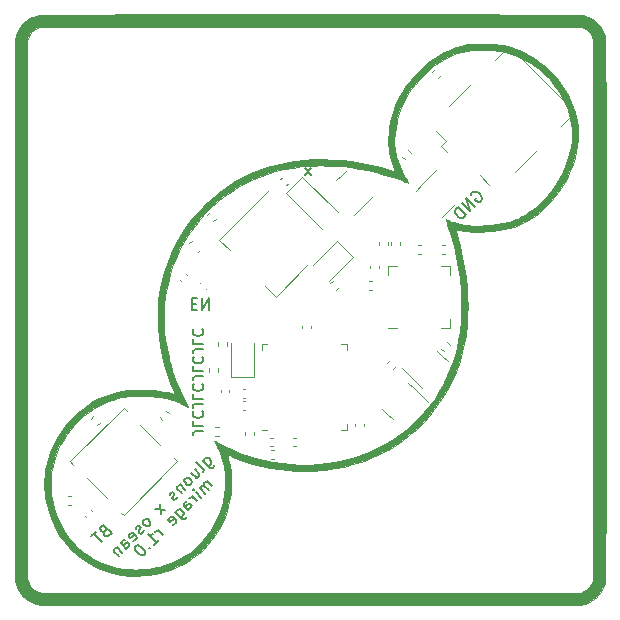
<source format=gbr>
%TF.GenerationSoftware,KiCad,Pcbnew,6.0.1-79c1e3a40b~116~ubuntu20.04.1*%
%TF.CreationDate,2022-02-07T17:34:27-08:00*%
%TF.ProjectId,MirageR1,4d697261-6765-4523-912e-6b696361645f,rev?*%
%TF.SameCoordinates,Original*%
%TF.FileFunction,Legend,Bot*%
%TF.FilePolarity,Positive*%
%FSLAX46Y46*%
G04 Gerber Fmt 4.6, Leading zero omitted, Abs format (unit mm)*
G04 Created by KiCad (PCBNEW 6.0.1-79c1e3a40b~116~ubuntu20.04.1) date 2022-02-07 17:34:27*
%MOMM*%
%LPD*%
G01*
G04 APERTURE LIST*
%ADD10C,0.150000*%
%ADD11C,0.010000*%
%ADD12C,0.120000*%
G04 APERTURE END LIST*
D10*
X139662283Y-112285626D02*
X139190879Y-111814221D01*
X139258222Y-111881565D02*
X139190879Y-111881565D01*
X139089863Y-111915237D01*
X138988848Y-112016252D01*
X138955176Y-112117267D01*
X138988848Y-112218283D01*
X139359238Y-112588672D01*
X138988848Y-112218283D02*
X138887833Y-112184611D01*
X138786818Y-112218283D01*
X138685802Y-112319298D01*
X138652131Y-112420313D01*
X138685802Y-112521328D01*
X139056192Y-112891718D01*
X138719474Y-113228435D02*
X138248070Y-112757031D01*
X138012367Y-112521328D02*
X138079711Y-112521328D01*
X138079711Y-112588672D01*
X138012367Y-112588672D01*
X138012367Y-112521328D01*
X138079711Y-112588672D01*
X138382757Y-113565153D02*
X137911352Y-113093748D01*
X138046039Y-113228435D02*
X137945024Y-113194763D01*
X137877680Y-113194763D01*
X137776665Y-113228435D01*
X137709322Y-113295779D01*
X137641978Y-114305931D02*
X137271589Y-113935542D01*
X137237917Y-113834527D01*
X137271589Y-113733511D01*
X137406276Y-113598824D01*
X137507291Y-113565153D01*
X137608306Y-114272259D02*
X137709322Y-114238588D01*
X137877680Y-114070229D01*
X137911352Y-113969214D01*
X137877680Y-113868198D01*
X137810337Y-113800855D01*
X137709322Y-113767183D01*
X137608306Y-113800855D01*
X137439948Y-113969214D01*
X137338932Y-114002885D01*
X136530810Y-114474290D02*
X137103230Y-115046710D01*
X137204245Y-115080381D01*
X137271589Y-115080381D01*
X137372604Y-115046710D01*
X137473619Y-114945694D01*
X137507291Y-114844679D01*
X136968543Y-114912023D02*
X137069558Y-114878351D01*
X137204245Y-114743664D01*
X137237917Y-114642649D01*
X137237917Y-114575305D01*
X137204245Y-114474290D01*
X137002215Y-114272259D01*
X136901200Y-114238588D01*
X136833856Y-114238588D01*
X136732841Y-114272259D01*
X136598154Y-114406946D01*
X136564482Y-114507962D01*
X136362452Y-115518114D02*
X136463467Y-115484442D01*
X136598154Y-115349755D01*
X136631826Y-115248740D01*
X136598154Y-115147725D01*
X136328780Y-114878351D01*
X136227765Y-114844679D01*
X136126749Y-114878351D01*
X135992062Y-115013038D01*
X135958391Y-115114053D01*
X135992062Y-115215068D01*
X136059406Y-115282412D01*
X136463467Y-115013038D01*
X135520658Y-116427251D02*
X135049253Y-115955847D01*
X135183940Y-116090534D02*
X135082925Y-116056862D01*
X135015582Y-116056862D01*
X134914566Y-116090534D01*
X134847223Y-116157877D01*
X134712536Y-117235373D02*
X135116597Y-116831312D01*
X134914566Y-117033343D02*
X134207460Y-116326236D01*
X134375818Y-116359908D01*
X134510505Y-116359908D01*
X134611521Y-116326236D01*
X134342147Y-117471076D02*
X134342147Y-117538419D01*
X134409490Y-117538419D01*
X134409490Y-117471076D01*
X134342147Y-117471076D01*
X134409490Y-117538419D01*
X133230979Y-117302717D02*
X133163635Y-117370060D01*
X133129963Y-117471076D01*
X133129963Y-117538419D01*
X133163635Y-117639434D01*
X133264650Y-117807793D01*
X133433009Y-117976152D01*
X133601368Y-118077167D01*
X133702383Y-118110839D01*
X133769727Y-118110839D01*
X133870742Y-118077167D01*
X133938086Y-118009824D01*
X133971757Y-117908809D01*
X133971757Y-117841465D01*
X133938086Y-117740450D01*
X133837070Y-117572091D01*
X133668712Y-117403732D01*
X133500353Y-117302717D01*
X133399337Y-117269045D01*
X133331994Y-117269045D01*
X133230979Y-117302717D01*
X138881150Y-110123951D02*
X139453569Y-110696370D01*
X139554585Y-110730042D01*
X139621928Y-110730042D01*
X139722943Y-110696370D01*
X139823959Y-110595355D01*
X139857630Y-110494340D01*
X139318882Y-110561683D02*
X139419898Y-110528012D01*
X139554585Y-110393325D01*
X139588256Y-110292309D01*
X139588256Y-110224966D01*
X139554585Y-110123951D01*
X139352554Y-109921920D01*
X139251539Y-109888248D01*
X139184195Y-109888248D01*
X139083180Y-109921920D01*
X138948493Y-110056607D01*
X138914821Y-110157622D01*
X138914821Y-111033088D02*
X138948493Y-110932073D01*
X138914821Y-110831057D01*
X138308730Y-110224966D01*
X137870997Y-111134103D02*
X138342402Y-111605508D01*
X138174043Y-110831057D02*
X138544432Y-111201447D01*
X138578104Y-111302462D01*
X138544432Y-111403477D01*
X138443417Y-111504492D01*
X138342402Y-111538164D01*
X138275058Y-111538164D01*
X137904669Y-112043240D02*
X137938341Y-111942225D01*
X137938341Y-111874882D01*
X137904669Y-111773866D01*
X137702638Y-111571836D01*
X137601623Y-111538164D01*
X137534280Y-111538164D01*
X137433264Y-111571836D01*
X137332249Y-111672851D01*
X137298577Y-111773866D01*
X137298577Y-111841210D01*
X137332249Y-111942225D01*
X137534280Y-112144256D01*
X137635295Y-112177927D01*
X137702638Y-112177927D01*
X137803654Y-112144256D01*
X137904669Y-112043240D01*
X136894516Y-112110584D02*
X137365921Y-112581988D01*
X136961860Y-112177927D02*
X136894516Y-112177927D01*
X136793501Y-112211599D01*
X136692486Y-112312614D01*
X136658814Y-112413630D01*
X136692486Y-112514645D01*
X137062875Y-112885034D01*
X136726158Y-113154408D02*
X136692486Y-113255423D01*
X136557799Y-113390110D01*
X136456784Y-113423782D01*
X136355768Y-113390110D01*
X136322097Y-113356439D01*
X136288425Y-113255423D01*
X136322097Y-113154408D01*
X136423112Y-113053393D01*
X136456784Y-112952378D01*
X136423112Y-112851362D01*
X136389440Y-112817691D01*
X136288425Y-112784019D01*
X136187410Y-112817691D01*
X136086394Y-112918706D01*
X136052723Y-113019721D01*
X135682333Y-114265576D02*
X134840539Y-114164561D01*
X135210929Y-113794171D02*
X135311944Y-114635965D01*
X134402807Y-115545103D02*
X134436478Y-115444087D01*
X134436478Y-115376744D01*
X134402807Y-115275729D01*
X134200776Y-115073698D01*
X134099761Y-115040026D01*
X134032417Y-115040026D01*
X133931402Y-115073698D01*
X133830387Y-115174713D01*
X133796715Y-115275729D01*
X133796715Y-115343072D01*
X133830387Y-115444087D01*
X134032417Y-115646118D01*
X134133433Y-115679790D01*
X134200776Y-115679790D01*
X134301791Y-115646118D01*
X134402807Y-115545103D01*
X133864059Y-116016507D02*
X133830387Y-116117522D01*
X133695700Y-116252209D01*
X133594685Y-116285881D01*
X133493669Y-116252209D01*
X133459998Y-116218538D01*
X133426326Y-116117522D01*
X133459998Y-116016507D01*
X133561013Y-115915492D01*
X133594685Y-115814477D01*
X133561013Y-115713461D01*
X133527341Y-115679790D01*
X133426326Y-115646118D01*
X133325311Y-115679790D01*
X133224295Y-115780805D01*
X133190624Y-115881820D01*
X132988593Y-116891973D02*
X133089608Y-116858301D01*
X133224295Y-116723614D01*
X133257967Y-116622599D01*
X133224295Y-116521583D01*
X132954921Y-116252209D01*
X132853906Y-116218538D01*
X132752891Y-116252209D01*
X132618204Y-116386896D01*
X132584532Y-116487912D01*
X132618204Y-116588927D01*
X132685547Y-116656270D01*
X133089608Y-116386896D01*
X132382502Y-117565408D02*
X132012112Y-117195018D01*
X131978441Y-117094003D01*
X132012112Y-116992988D01*
X132146799Y-116858301D01*
X132247815Y-116824629D01*
X132348830Y-117531736D02*
X132449845Y-117498064D01*
X132618204Y-117329705D01*
X132651876Y-117228690D01*
X132618204Y-117127675D01*
X132550860Y-117060331D01*
X132449845Y-117026660D01*
X132348830Y-117060331D01*
X132180471Y-117228690D01*
X132079456Y-117262362D01*
X131574380Y-117430721D02*
X132045784Y-117902125D01*
X131641723Y-117498064D02*
X131574380Y-117498064D01*
X131473364Y-117531736D01*
X131372349Y-117632751D01*
X131338677Y-117733766D01*
X131372349Y-117834782D01*
X131742738Y-118205171D01*
X130543231Y-116085948D02*
X130475888Y-116220635D01*
X130475888Y-116287979D01*
X130509560Y-116388994D01*
X130610575Y-116490010D01*
X130711590Y-116523681D01*
X130778934Y-116523681D01*
X130879949Y-116490010D01*
X131149323Y-116220635D01*
X130442216Y-115513529D01*
X130206514Y-115749231D01*
X130172842Y-115850246D01*
X130172842Y-115917590D01*
X130206514Y-116018605D01*
X130273857Y-116085948D01*
X130374872Y-116119620D01*
X130442216Y-116119620D01*
X130543231Y-116085948D01*
X130778934Y-115850246D01*
X129836124Y-116119620D02*
X129432063Y-116523681D01*
X130341201Y-117028758D02*
X129634094Y-116321651D01*
X161561269Y-87595760D02*
X161594941Y-87494745D01*
X161695956Y-87393730D01*
X161830643Y-87326386D01*
X161965330Y-87326386D01*
X162066345Y-87360058D01*
X162234704Y-87461073D01*
X162335719Y-87562088D01*
X162436735Y-87730447D01*
X162470406Y-87831462D01*
X162470406Y-87966149D01*
X162403063Y-88100836D01*
X162335719Y-88168180D01*
X162201032Y-88235523D01*
X162133689Y-88235523D01*
X161897987Y-87999821D01*
X162032674Y-87865134D01*
X161897987Y-88605913D02*
X161190880Y-87898806D01*
X161493926Y-89009974D01*
X160786819Y-88302867D01*
X161157208Y-89346691D02*
X160450101Y-88639584D01*
X160281743Y-88807943D01*
X160214399Y-88942630D01*
X160214399Y-89077317D01*
X160248071Y-89178332D01*
X160349086Y-89346691D01*
X160450101Y-89447706D01*
X160618460Y-89548722D01*
X160719475Y-89582393D01*
X160854162Y-89582393D01*
X160988849Y-89515050D01*
X161157208Y-89346691D01*
X147477169Y-85352279D02*
X148015917Y-85891027D01*
X148015917Y-85352279D02*
X147477169Y-85891027D01*
X137928367Y-96884784D02*
X138261701Y-96884784D01*
X138404558Y-96360975D02*
X137928367Y-96360975D01*
X137928367Y-97360975D01*
X138404558Y-97360975D01*
X138833129Y-96360975D02*
X138833129Y-97360975D01*
X139404558Y-96360975D01*
X139404558Y-97360975D01*
X138907526Y-107600013D02*
X138264669Y-107600013D01*
X138136097Y-107642871D01*
X138050383Y-107728585D01*
X138007526Y-107857156D01*
X138007526Y-107942871D01*
X138007526Y-106742871D02*
X138007526Y-107171442D01*
X138907526Y-107171442D01*
X138093240Y-105928585D02*
X138050383Y-105971442D01*
X138007526Y-106100013D01*
X138007526Y-106185728D01*
X138050383Y-106314299D01*
X138136097Y-106400013D01*
X138221811Y-106442871D01*
X138393240Y-106485728D01*
X138521811Y-106485728D01*
X138693240Y-106442871D01*
X138778954Y-106400013D01*
X138864669Y-106314299D01*
X138907526Y-106185728D01*
X138907526Y-106100013D01*
X138864669Y-105971442D01*
X138821811Y-105928585D01*
X138907526Y-105285728D02*
X138264669Y-105285728D01*
X138136097Y-105328585D01*
X138050383Y-105414299D01*
X138007526Y-105542871D01*
X138007526Y-105628585D01*
X138007526Y-104428585D02*
X138007526Y-104857156D01*
X138907526Y-104857156D01*
X138093240Y-103614299D02*
X138050383Y-103657156D01*
X138007526Y-103785728D01*
X138007526Y-103871442D01*
X138050383Y-104000013D01*
X138136097Y-104085728D01*
X138221811Y-104128585D01*
X138393240Y-104171442D01*
X138521811Y-104171442D01*
X138693240Y-104128585D01*
X138778954Y-104085728D01*
X138864669Y-104000013D01*
X138907526Y-103871442D01*
X138907526Y-103785728D01*
X138864669Y-103657156D01*
X138821811Y-103614299D01*
X138907526Y-102971442D02*
X138264669Y-102971442D01*
X138136097Y-103014299D01*
X138050383Y-103100013D01*
X138007526Y-103228585D01*
X138007526Y-103314299D01*
X138007526Y-102114299D02*
X138007526Y-102542871D01*
X138907526Y-102542871D01*
X138093240Y-101300013D02*
X138050383Y-101342871D01*
X138007526Y-101471442D01*
X138007526Y-101557156D01*
X138050383Y-101685728D01*
X138136097Y-101771442D01*
X138221811Y-101814299D01*
X138393240Y-101857156D01*
X138521811Y-101857156D01*
X138693240Y-101814299D01*
X138778954Y-101771442D01*
X138864669Y-101685728D01*
X138907526Y-101557156D01*
X138907526Y-101471442D01*
X138864669Y-101342871D01*
X138821811Y-101300013D01*
X138907526Y-100657156D02*
X138264669Y-100657156D01*
X138136097Y-100700013D01*
X138050383Y-100785728D01*
X138007526Y-100914299D01*
X138007526Y-101000013D01*
X138007526Y-99800013D02*
X138007526Y-100228585D01*
X138907526Y-100228585D01*
X138093240Y-98985728D02*
X138050383Y-99028585D01*
X138007526Y-99157156D01*
X138007526Y-99242871D01*
X138050383Y-99371442D01*
X138136097Y-99457156D01*
X138221811Y-99500013D01*
X138393240Y-99542871D01*
X138521811Y-99542871D01*
X138693240Y-99500013D01*
X138778954Y-99457156D01*
X138864669Y-99371442D01*
X138907526Y-99242871D01*
X138907526Y-99157156D01*
X138864669Y-99028585D01*
X138821811Y-98985728D01*
D11*
%TO.C,Ref\u002A\u002A*%
X162250245Y-74793471D02*
X162480128Y-74799033D01*
X162480128Y-74799033D02*
X162619413Y-74803602D01*
X162619413Y-74803602D02*
X162934517Y-74815467D01*
X162934517Y-74815467D02*
X163212472Y-74828016D01*
X163212472Y-74828016D02*
X163458462Y-74841924D01*
X163458462Y-74841924D02*
X163677673Y-74857864D01*
X163677673Y-74857864D02*
X163875288Y-74876510D01*
X163875288Y-74876510D02*
X164056492Y-74898534D01*
X164056492Y-74898534D02*
X164226470Y-74924610D01*
X164226470Y-74924610D02*
X164390405Y-74955411D01*
X164390405Y-74955411D02*
X164553483Y-74991612D01*
X164553483Y-74991612D02*
X164720888Y-75033884D01*
X164720888Y-75033884D02*
X164897804Y-75082901D01*
X164897804Y-75082901D02*
X165000663Y-75112868D01*
X165000663Y-75112868D02*
X165301589Y-75212023D01*
X165301589Y-75212023D02*
X165621776Y-75336215D01*
X165621776Y-75336215D02*
X165950581Y-75480520D01*
X165950581Y-75480520D02*
X166277357Y-75640012D01*
X166277357Y-75640012D02*
X166591462Y-75809767D01*
X166591462Y-75809767D02*
X166873913Y-75979543D01*
X166873913Y-75979543D02*
X167363331Y-76316012D01*
X167363331Y-76316012D02*
X167825307Y-76684370D01*
X167825307Y-76684370D02*
X168258644Y-77083287D01*
X168258644Y-77083287D02*
X168662147Y-77511438D01*
X168662147Y-77511438D02*
X169034619Y-77967495D01*
X169034619Y-77967495D02*
X169374865Y-78450130D01*
X169374865Y-78450130D02*
X169681690Y-78958017D01*
X169681690Y-78958017D02*
X169857570Y-79290913D01*
X169857570Y-79290913D02*
X170069245Y-79742783D01*
X170069245Y-79742783D02*
X170244610Y-80180717D01*
X170244610Y-80180717D02*
X170385309Y-80609533D01*
X170385309Y-80609533D02*
X170492986Y-81034050D01*
X170492986Y-81034050D02*
X170545922Y-81309225D01*
X170545922Y-81309225D02*
X170610336Y-81815983D01*
X170610336Y-81815983D02*
X170635234Y-82333159D01*
X170635234Y-82333159D02*
X170621352Y-82858065D01*
X170621352Y-82858065D02*
X170569425Y-83388011D01*
X170569425Y-83388011D02*
X170480189Y-83920310D01*
X170480189Y-83920310D02*
X170354382Y-84452272D01*
X170354382Y-84452272D02*
X170192740Y-84981209D01*
X170192740Y-84981209D02*
X169995998Y-85504431D01*
X169995998Y-85504431D02*
X169764892Y-86019250D01*
X169764892Y-86019250D02*
X169500160Y-86522977D01*
X169500160Y-86522977D02*
X169202537Y-87012923D01*
X169202537Y-87012923D02*
X168872759Y-87486399D01*
X168872759Y-87486399D02*
X168844061Y-87524747D01*
X168844061Y-87524747D02*
X168641100Y-87783196D01*
X168641100Y-87783196D02*
X168419104Y-88045692D01*
X168419104Y-88045692D02*
X168185322Y-88304554D01*
X168185322Y-88304554D02*
X167947002Y-88552101D01*
X167947002Y-88552101D02*
X167711394Y-88780654D01*
X167711394Y-88780654D02*
X167485745Y-88982531D01*
X167485745Y-88982531D02*
X167403080Y-89051500D01*
X167403080Y-89051500D02*
X166970359Y-89382439D01*
X166970359Y-89382439D02*
X166533389Y-89672923D01*
X166533389Y-89672923D02*
X166092943Y-89922526D01*
X166092943Y-89922526D02*
X165649799Y-90130825D01*
X165649799Y-90130825D02*
X165204731Y-90297395D01*
X165204731Y-90297395D02*
X165023732Y-90352995D01*
X165023732Y-90352995D02*
X164877484Y-90390709D01*
X164877484Y-90390709D02*
X164695708Y-90430487D01*
X164695708Y-90430487D02*
X164485095Y-90471305D01*
X164485095Y-90471305D02*
X164252337Y-90512138D01*
X164252337Y-90512138D02*
X164004125Y-90551961D01*
X164004125Y-90551961D02*
X163747153Y-90589751D01*
X163747153Y-90589751D02*
X163488111Y-90624481D01*
X163488111Y-90624481D02*
X163233692Y-90655128D01*
X163233692Y-90655128D02*
X162990586Y-90680666D01*
X162990586Y-90680666D02*
X162765487Y-90700071D01*
X162765487Y-90700071D02*
X162749512Y-90701251D01*
X162749512Y-90701251D02*
X162590040Y-90709967D01*
X162590040Y-90709967D02*
X162404261Y-90715294D01*
X162404261Y-90715294D02*
X162200584Y-90717391D01*
X162200584Y-90717391D02*
X161987414Y-90716422D01*
X161987414Y-90716422D02*
X161773158Y-90712546D01*
X161773158Y-90712546D02*
X161566224Y-90705925D01*
X161566224Y-90705925D02*
X161375019Y-90696720D01*
X161375019Y-90696720D02*
X161207950Y-90685091D01*
X161207950Y-90685091D02*
X161073423Y-90671201D01*
X161073423Y-90671201D02*
X161055639Y-90668802D01*
X161055639Y-90668802D02*
X160952791Y-90653044D01*
X160952791Y-90653044D02*
X160833721Y-90632731D01*
X160833721Y-90632731D02*
X160707179Y-90609586D01*
X160707179Y-90609586D02*
X160581920Y-90585333D01*
X160581920Y-90585333D02*
X160466695Y-90561698D01*
X160466695Y-90561698D02*
X160370256Y-90540404D01*
X160370256Y-90540404D02*
X160301356Y-90523176D01*
X160301356Y-90523176D02*
X160276132Y-90515226D01*
X160276132Y-90515226D02*
X160252200Y-90512259D01*
X160252200Y-90512259D02*
X160255731Y-90537818D01*
X160255731Y-90537818D02*
X160257588Y-90542613D01*
X160257588Y-90542613D02*
X160274021Y-90590578D01*
X160274021Y-90590578D02*
X160299486Y-90673288D01*
X160299486Y-90673288D02*
X160332260Y-90784547D01*
X160332260Y-90784547D02*
X160370622Y-90918155D01*
X160370622Y-90918155D02*
X160412849Y-91067914D01*
X160412849Y-91067914D02*
X160457218Y-91227626D01*
X160457218Y-91227626D02*
X160502008Y-91391093D01*
X160502008Y-91391093D02*
X160545495Y-91552116D01*
X160545495Y-91552116D02*
X160585957Y-91704497D01*
X160585957Y-91704497D02*
X160621672Y-91842037D01*
X160621672Y-91842037D02*
X160649942Y-91954557D01*
X160649942Y-91954557D02*
X160846611Y-92827144D01*
X160846611Y-92827144D02*
X161006760Y-93691865D01*
X161006760Y-93691865D02*
X161130429Y-94547556D01*
X161130429Y-94547556D02*
X161217659Y-95393051D01*
X161217659Y-95393051D02*
X161268490Y-96227186D01*
X161268490Y-96227186D02*
X161282963Y-97048796D01*
X161282963Y-97048796D02*
X161261118Y-97856718D01*
X161261118Y-97856718D02*
X161202997Y-98649786D01*
X161202997Y-98649786D02*
X161108640Y-99426835D01*
X161108640Y-99426835D02*
X160978087Y-100186702D01*
X160978087Y-100186702D02*
X160811380Y-100928221D01*
X160811380Y-100928221D02*
X160608558Y-101650228D01*
X160608558Y-101650228D02*
X160369663Y-102351559D01*
X160369663Y-102351559D02*
X160278887Y-102588497D01*
X160278887Y-102588497D02*
X159988608Y-103267291D01*
X159988608Y-103267291D02*
X159661311Y-103926416D01*
X159661311Y-103926416D02*
X159298126Y-104564556D01*
X159298126Y-104564556D02*
X158900182Y-105180395D01*
X158900182Y-105180395D02*
X158468609Y-105772619D01*
X158468609Y-105772619D02*
X158004537Y-106339912D01*
X158004537Y-106339912D02*
X157509095Y-106880958D01*
X157509095Y-106880958D02*
X156983413Y-107394443D01*
X156983413Y-107394443D02*
X156428621Y-107879051D01*
X156428621Y-107879051D02*
X155845848Y-108333466D01*
X155845848Y-108333466D02*
X155236223Y-108756375D01*
X155236223Y-108756375D02*
X154692497Y-109093190D01*
X154692497Y-109093190D02*
X154528209Y-109186089D01*
X154528209Y-109186089D02*
X154333498Y-109290425D01*
X154333498Y-109290425D02*
X154117227Y-109401868D01*
X154117227Y-109401868D02*
X153888259Y-109516090D01*
X153888259Y-109516090D02*
X153655459Y-109628759D01*
X153655459Y-109628759D02*
X153427691Y-109735546D01*
X153427691Y-109735546D02*
X153213817Y-109832121D01*
X153213817Y-109832121D02*
X153022702Y-109914155D01*
X153022702Y-109914155D02*
X152956830Y-109941039D01*
X152956830Y-109941039D02*
X152254042Y-110200365D01*
X152254042Y-110200365D02*
X151529261Y-110423766D01*
X151529261Y-110423766D02*
X150783123Y-110611098D01*
X150783123Y-110611098D02*
X150016265Y-110762213D01*
X150016265Y-110762213D02*
X149229323Y-110876965D01*
X149229323Y-110876965D02*
X148617663Y-110939813D01*
X148617663Y-110939813D02*
X148476659Y-110949066D01*
X148476659Y-110949066D02*
X148300406Y-110956350D01*
X148300406Y-110956350D02*
X148095940Y-110961697D01*
X148095940Y-110961697D02*
X147870298Y-110965138D01*
X147870298Y-110965138D02*
X147630517Y-110966708D01*
X147630517Y-110966708D02*
X147383632Y-110966438D01*
X147383632Y-110966438D02*
X147136681Y-110964360D01*
X147136681Y-110964360D02*
X146896701Y-110960508D01*
X146896701Y-110960508D02*
X146670727Y-110954914D01*
X146670727Y-110954914D02*
X146465796Y-110947610D01*
X146465796Y-110947610D02*
X146288946Y-110938628D01*
X146288946Y-110938628D02*
X146151747Y-110928424D01*
X146151747Y-110928424D02*
X145330181Y-110834527D01*
X145330181Y-110834527D02*
X144533643Y-110706633D01*
X144533643Y-110706633D02*
X143761834Y-110544670D01*
X143761834Y-110544670D02*
X143014456Y-110348561D01*
X143014456Y-110348561D02*
X142291211Y-110118234D01*
X142291211Y-110118234D02*
X141591799Y-109853613D01*
X141591799Y-109853613D02*
X141251229Y-109708548D01*
X141251229Y-109708548D02*
X141143686Y-109661853D01*
X141143686Y-109661853D02*
X141050975Y-109623267D01*
X141050975Y-109623267D02*
X140979356Y-109595261D01*
X140979356Y-109595261D02*
X140935091Y-109580304D01*
X140935091Y-109580304D02*
X140923580Y-109579337D01*
X140923580Y-109579337D02*
X140928791Y-109604000D01*
X140928791Y-109604000D02*
X140943240Y-109662577D01*
X140943240Y-109662577D02*
X140965148Y-109748107D01*
X140965148Y-109748107D02*
X140992736Y-109853630D01*
X140992736Y-109853630D02*
X141018256Y-109949848D01*
X141018256Y-109949848D02*
X141141965Y-110494895D01*
X141141965Y-110494895D02*
X141225216Y-111048787D01*
X141225216Y-111048787D02*
X141268191Y-111608522D01*
X141268191Y-111608522D02*
X141271072Y-112171093D01*
X141271072Y-112171093D02*
X141234041Y-112733498D01*
X141234041Y-112733498D02*
X141157281Y-113292732D01*
X141157281Y-113292732D02*
X141040974Y-113845790D01*
X141040974Y-113845790D02*
X140885303Y-114389669D01*
X140885303Y-114389669D02*
X140721067Y-114845289D01*
X140721067Y-114845289D02*
X140490298Y-115372337D01*
X140490298Y-115372337D02*
X140224855Y-115877781D01*
X140224855Y-115877781D02*
X139926292Y-116359990D01*
X139926292Y-116359990D02*
X139596162Y-116817337D01*
X139596162Y-116817337D02*
X139236019Y-117248190D01*
X139236019Y-117248190D02*
X138847418Y-117650921D01*
X138847418Y-117650921D02*
X138431912Y-118023900D01*
X138431912Y-118023900D02*
X137991055Y-118365498D01*
X137991055Y-118365498D02*
X137526401Y-118674085D01*
X137526401Y-118674085D02*
X137039504Y-118948031D01*
X137039504Y-118948031D02*
X136616757Y-119149178D01*
X136616757Y-119149178D02*
X136170542Y-119328323D01*
X136170542Y-119328323D02*
X135710384Y-119480372D01*
X135710384Y-119480372D02*
X135230704Y-119606782D01*
X135230704Y-119606782D02*
X134725922Y-119709011D01*
X134725922Y-119709011D02*
X134190459Y-119788516D01*
X134190459Y-119788516D02*
X134150247Y-119793442D01*
X134150247Y-119793442D02*
X134055324Y-119802462D01*
X134055324Y-119802462D02*
X133928018Y-119810986D01*
X133928018Y-119810986D02*
X133776085Y-119818810D01*
X133776085Y-119818810D02*
X133607282Y-119825727D01*
X133607282Y-119825727D02*
X133429366Y-119831533D01*
X133429366Y-119831533D02*
X133250093Y-119836022D01*
X133250093Y-119836022D02*
X133077221Y-119838990D01*
X133077221Y-119838990D02*
X132918505Y-119840230D01*
X132918505Y-119840230D02*
X132781704Y-119839537D01*
X132781704Y-119839537D02*
X132674572Y-119836707D01*
X132674572Y-119836707D02*
X132626247Y-119833771D01*
X132626247Y-119833771D02*
X132040379Y-119767930D01*
X132040379Y-119767930D02*
X131481866Y-119671001D01*
X131481866Y-119671001D02*
X130948406Y-119542109D01*
X130948406Y-119542109D02*
X130437703Y-119380380D01*
X130437703Y-119380380D02*
X129947458Y-119184940D01*
X129947458Y-119184940D02*
X129475371Y-118954915D01*
X129475371Y-118954915D02*
X129019145Y-118689430D01*
X129019145Y-118689430D02*
X128576480Y-118387610D01*
X128576480Y-118387610D02*
X128330230Y-118199680D01*
X128330230Y-118199680D02*
X128224404Y-118110705D01*
X128224404Y-118110705D02*
X128097655Y-117996010D01*
X128097655Y-117996010D02*
X127956447Y-117862150D01*
X127956447Y-117862150D02*
X127807247Y-117715682D01*
X127807247Y-117715682D02*
X127656522Y-117563164D01*
X127656522Y-117563164D02*
X127510737Y-117411153D01*
X127510737Y-117411153D02*
X127376359Y-117266204D01*
X127376359Y-117266204D02*
X127259854Y-117134876D01*
X127259854Y-117134876D02*
X127167688Y-117023725D01*
X127167688Y-117023725D02*
X127156914Y-117009913D01*
X127156914Y-117009913D02*
X126817383Y-116535967D01*
X126817383Y-116535967D02*
X126512550Y-116038985D01*
X126512550Y-116038985D02*
X126243492Y-115521652D01*
X126243492Y-115521652D02*
X126011285Y-114986655D01*
X126011285Y-114986655D02*
X125817004Y-114436679D01*
X125817004Y-114436679D02*
X125661727Y-113874410D01*
X125661727Y-113874410D02*
X125546528Y-113302534D01*
X125546528Y-113302534D02*
X125483121Y-112832073D01*
X125483121Y-112832073D02*
X125469473Y-112665975D01*
X125469473Y-112665975D02*
X125459611Y-112470775D01*
X125459611Y-112470775D02*
X125453620Y-112257972D01*
X125453620Y-112257972D02*
X125452049Y-112088663D01*
X125452049Y-112088663D02*
X125971581Y-112088663D01*
X125971581Y-112088663D02*
X125977867Y-112431590D01*
X125977867Y-112431590D02*
X125997474Y-112748234D01*
X125997474Y-112748234D02*
X126032176Y-113053043D01*
X126032176Y-113053043D02*
X126083744Y-113360462D01*
X126083744Y-113360462D02*
X126153953Y-113684938D01*
X126153953Y-113684938D02*
X126181240Y-113797118D01*
X126181240Y-113797118D02*
X126340184Y-114352023D01*
X126340184Y-114352023D02*
X126535620Y-114887771D01*
X126535620Y-114887771D02*
X126766784Y-115402764D01*
X126766784Y-115402764D02*
X127032912Y-115895403D01*
X127032912Y-115895403D02*
X127333242Y-116364089D01*
X127333242Y-116364089D02*
X127545850Y-116654376D01*
X127545850Y-116654376D02*
X127649697Y-116781859D01*
X127649697Y-116781859D02*
X127778165Y-116928204D01*
X127778165Y-116928204D02*
X127924131Y-117086178D01*
X127924131Y-117086178D02*
X128080476Y-117248551D01*
X128080476Y-117248551D02*
X128240078Y-117408091D01*
X128240078Y-117408091D02*
X128395817Y-117557567D01*
X128395817Y-117557567D02*
X128540570Y-117689748D01*
X128540570Y-117689748D02*
X128667216Y-117797402D01*
X128667216Y-117797402D02*
X128687082Y-117813256D01*
X128687082Y-117813256D02*
X129127316Y-118133983D01*
X129127316Y-118133983D02*
X129586723Y-118417054D01*
X129586723Y-118417054D02*
X130064728Y-118662258D01*
X130064728Y-118662258D02*
X130560758Y-118869385D01*
X130560758Y-118869385D02*
X131074238Y-119038223D01*
X131074238Y-119038223D02*
X131604593Y-119168563D01*
X131604593Y-119168563D02*
X132151249Y-119260193D01*
X132151249Y-119260193D02*
X132713632Y-119312902D01*
X132713632Y-119312902D02*
X132784997Y-119316743D01*
X132784997Y-119316743D02*
X132915878Y-119322488D01*
X132915878Y-119322488D02*
X133034871Y-119325797D01*
X133034871Y-119325797D02*
X133151608Y-119326565D01*
X133151608Y-119326565D02*
X133275722Y-119324681D01*
X133275722Y-119324681D02*
X133416844Y-119320038D01*
X133416844Y-119320038D02*
X133584609Y-119312529D01*
X133584609Y-119312529D02*
X133705747Y-119306411D01*
X133705747Y-119306411D02*
X133990028Y-119284409D01*
X133990028Y-119284409D02*
X134298922Y-119247678D01*
X134298922Y-119247678D02*
X134618258Y-119198464D01*
X134618258Y-119198464D02*
X134933869Y-119139013D01*
X134933869Y-119139013D02*
X135231584Y-119071569D01*
X135231584Y-119071569D02*
X135303830Y-119053128D01*
X135303830Y-119053128D02*
X135832284Y-118893345D01*
X135832284Y-118893345D02*
X136341738Y-118696481D01*
X136341738Y-118696481D02*
X136830813Y-118463950D01*
X136830813Y-118463950D02*
X137298126Y-118197163D01*
X137298126Y-118197163D02*
X137742297Y-117897532D01*
X137742297Y-117897532D02*
X138161946Y-117566469D01*
X138161946Y-117566469D02*
X138555691Y-117205388D01*
X138555691Y-117205388D02*
X138922152Y-116815700D01*
X138922152Y-116815700D02*
X139259948Y-116398818D01*
X139259948Y-116398818D02*
X139567698Y-115956153D01*
X139567698Y-115956153D02*
X139844022Y-115489119D01*
X139844022Y-115489119D02*
X140087538Y-114999127D01*
X140087538Y-114999127D02*
X140296866Y-114487590D01*
X140296866Y-114487590D02*
X140470625Y-113955919D01*
X140470625Y-113955919D02*
X140540151Y-113697330D01*
X140540151Y-113697330D02*
X140608734Y-113400492D01*
X140608734Y-113400492D02*
X140661759Y-113115354D01*
X140661759Y-113115354D02*
X140700486Y-112830983D01*
X140700486Y-112830983D02*
X140726173Y-112536446D01*
X140726173Y-112536446D02*
X140740078Y-112220808D01*
X140740078Y-112220808D02*
X140743574Y-111929913D01*
X140743574Y-111929913D02*
X140740033Y-111621311D01*
X140740033Y-111621311D02*
X140728434Y-111343393D01*
X140728434Y-111343393D02*
X140707310Y-111085025D01*
X140707310Y-111085025D02*
X140675193Y-110835074D01*
X140675193Y-110835074D02*
X140630617Y-110582406D01*
X140630617Y-110582406D02*
X140572115Y-110315888D01*
X140572115Y-110315888D02*
X140498219Y-110024387D01*
X140498219Y-110024387D02*
X140487002Y-109982580D01*
X140487002Y-109982580D02*
X140440287Y-109811496D01*
X140440287Y-109811496D02*
X140399703Y-109669989D01*
X140399703Y-109669989D02*
X140361745Y-109549189D01*
X140361745Y-109549189D02*
X140322904Y-109440228D01*
X140322904Y-109440228D02*
X140279676Y-109334237D01*
X140279676Y-109334237D02*
X140228551Y-109222348D01*
X140228551Y-109222348D02*
X140166025Y-109095692D01*
X140166025Y-109095692D02*
X140088589Y-108945401D01*
X140088589Y-108945401D02*
X140040675Y-108853837D01*
X140040675Y-108853837D02*
X139977348Y-108731910D01*
X139977348Y-108731910D02*
X139921725Y-108622420D01*
X139921725Y-108622420D02*
X139876528Y-108530927D01*
X139876528Y-108530927D02*
X139844479Y-108462990D01*
X139844479Y-108462990D02*
X139828303Y-108424170D01*
X139828303Y-108424170D02*
X139826980Y-108417496D01*
X139826980Y-108417496D02*
X139846664Y-108421799D01*
X139846664Y-108421799D02*
X139897542Y-108443755D01*
X139897542Y-108443755D02*
X139973759Y-108480536D01*
X139973759Y-108480536D02*
X140069461Y-108529313D01*
X140069461Y-108529313D02*
X140178794Y-108587258D01*
X140178794Y-108587258D02*
X140182747Y-108589391D01*
X140182747Y-108589391D02*
X140519470Y-108768817D01*
X140519470Y-108768817D02*
X140827939Y-108927795D01*
X140827939Y-108927795D02*
X141115078Y-109069430D01*
X141115078Y-109069430D02*
X141387809Y-109196826D01*
X141387809Y-109196826D02*
X141653056Y-109313088D01*
X141653056Y-109313088D02*
X141917740Y-109421322D01*
X141917740Y-109421322D02*
X142188784Y-109524631D01*
X142188784Y-109524631D02*
X142473113Y-109626120D01*
X142473113Y-109626120D02*
X142563997Y-109657344D01*
X142563997Y-109657344D02*
X143290281Y-109883512D01*
X143290281Y-109883512D02*
X144029903Y-110072204D01*
X144029903Y-110072204D02*
X144780011Y-110223356D01*
X144780011Y-110223356D02*
X145537757Y-110336900D01*
X145537757Y-110336900D02*
X146300291Y-110412770D01*
X146300291Y-110412770D02*
X147064764Y-110450900D01*
X147064764Y-110450900D02*
X147828327Y-110451224D01*
X147828327Y-110451224D02*
X148588130Y-110413676D01*
X148588130Y-110413676D02*
X149341323Y-110338189D01*
X149341323Y-110338189D02*
X150085058Y-110224696D01*
X150085058Y-110224696D02*
X150816486Y-110073132D01*
X150816486Y-110073132D02*
X151532755Y-109883430D01*
X151532755Y-109883430D02*
X151587088Y-109867273D01*
X151587088Y-109867273D02*
X152292112Y-109634437D01*
X152292112Y-109634437D02*
X152977236Y-109364927D01*
X152977236Y-109364927D02*
X153641364Y-109059631D01*
X153641364Y-109059631D02*
X154283401Y-108719436D01*
X154283401Y-108719436D02*
X154902250Y-108345228D01*
X154902250Y-108345228D02*
X155496816Y-107937894D01*
X155496816Y-107937894D02*
X156066003Y-107498321D01*
X156066003Y-107498321D02*
X156608716Y-107027396D01*
X156608716Y-107027396D02*
X157123859Y-106526005D01*
X157123859Y-106526005D02*
X157610336Y-105995036D01*
X157610336Y-105995036D02*
X158067051Y-105435375D01*
X158067051Y-105435375D02*
X158492908Y-104847908D01*
X158492908Y-104847908D02*
X158886813Y-104233523D01*
X158886813Y-104233523D02*
X159177730Y-103724087D01*
X159177730Y-103724087D02*
X159470014Y-103144158D01*
X159470014Y-103144158D02*
X159735684Y-102534600D01*
X159735684Y-102534600D02*
X159973355Y-101899777D01*
X159973355Y-101899777D02*
X160181642Y-101244055D01*
X160181642Y-101244055D02*
X160359161Y-100571796D01*
X160359161Y-100571796D02*
X160504528Y-99887366D01*
X160504528Y-99887366D02*
X160616357Y-99195129D01*
X160616357Y-99195129D02*
X160617788Y-99184591D01*
X160617788Y-99184591D02*
X160645991Y-98971806D01*
X160645991Y-98971806D02*
X160669776Y-98780229D01*
X160669776Y-98780229D02*
X160689509Y-98603497D01*
X160689509Y-98603497D02*
X160705555Y-98435248D01*
X160705555Y-98435248D02*
X160718281Y-98269117D01*
X160718281Y-98269117D02*
X160728051Y-98098742D01*
X160728051Y-98098742D02*
X160735232Y-97917761D01*
X160735232Y-97917761D02*
X160740190Y-97719810D01*
X160740190Y-97719810D02*
X160743289Y-97498527D01*
X160743289Y-97498527D02*
X160744897Y-97247548D01*
X160744897Y-97247548D02*
X160745378Y-96965080D01*
X160745378Y-96965080D02*
X160744966Y-96676765D01*
X160744966Y-96676765D02*
X160743376Y-96423940D01*
X160743376Y-96423940D02*
X160740230Y-96199769D01*
X160740230Y-96199769D02*
X160735151Y-95997415D01*
X160735151Y-95997415D02*
X160727761Y-95810044D01*
X160727761Y-95810044D02*
X160717683Y-95630819D01*
X160717683Y-95630819D02*
X160704539Y-95452903D01*
X160704539Y-95452903D02*
X160687953Y-95269462D01*
X160687953Y-95269462D02*
X160667546Y-95073659D01*
X160667546Y-95073659D02*
X160642942Y-94858659D01*
X160642942Y-94858659D02*
X160617417Y-94647330D01*
X160617417Y-94647330D02*
X160489472Y-93762595D01*
X160489472Y-93762595D02*
X160322008Y-92870723D01*
X160322008Y-92870723D02*
X160114752Y-91970551D01*
X160114752Y-91970551D02*
X159867436Y-91060913D01*
X159867436Y-91060913D02*
X159579789Y-90140646D01*
X159579789Y-90140646D02*
X159551372Y-90055651D01*
X159551372Y-90055651D02*
X159511845Y-89936769D01*
X159511845Y-89936769D02*
X159477986Y-89832442D01*
X159477986Y-89832442D02*
X159451772Y-89748971D01*
X159451772Y-89748971D02*
X159435180Y-89692659D01*
X159435180Y-89692659D02*
X159430188Y-89669810D01*
X159430188Y-89669810D02*
X159430274Y-89669664D01*
X159430274Y-89669664D02*
X159451182Y-89674615D01*
X159451182Y-89674615D02*
X159504625Y-89692517D01*
X159504625Y-89692517D02*
X159583706Y-89720920D01*
X159583706Y-89720920D02*
X159681529Y-89757374D01*
X159681529Y-89757374D02*
X159742206Y-89780498D01*
X159742206Y-89780498D02*
X159970185Y-89865918D01*
X159970185Y-89865918D02*
X160170180Y-89935642D01*
X160170180Y-89935642D02*
X160352263Y-89992521D01*
X160352263Y-89992521D02*
X160526504Y-90039401D01*
X160526504Y-90039401D02*
X160702976Y-90079133D01*
X160702976Y-90079133D02*
X160891750Y-90114565D01*
X160891750Y-90114565D02*
X160969063Y-90127537D01*
X160969063Y-90127537D02*
X161296561Y-90171474D01*
X161296561Y-90171474D02*
X161638693Y-90198255D01*
X161638693Y-90198255D02*
X161999165Y-90207771D01*
X161999165Y-90207771D02*
X162381687Y-90199913D01*
X162381687Y-90199913D02*
X162789965Y-90174573D01*
X162789965Y-90174573D02*
X163227707Y-90131640D01*
X163227707Y-90131640D02*
X163698621Y-90071006D01*
X163698621Y-90071006D02*
X163899997Y-90041331D01*
X163899997Y-90041331D02*
X164180104Y-89996914D01*
X164180104Y-89996914D02*
X164424928Y-89953722D01*
X164424928Y-89953722D02*
X164641392Y-89909750D01*
X164641392Y-89909750D02*
X164836422Y-89862997D01*
X164836422Y-89862997D02*
X165016945Y-89811459D01*
X165016945Y-89811459D02*
X165189886Y-89753133D01*
X165189886Y-89753133D02*
X165362169Y-89686017D01*
X165362169Y-89686017D02*
X165540722Y-89608108D01*
X165540722Y-89608108D02*
X165732469Y-89517402D01*
X165732469Y-89517402D02*
X165762663Y-89502634D01*
X165762663Y-89502634D02*
X166186114Y-89272614D01*
X166186114Y-89272614D02*
X166601064Y-89003405D01*
X166601064Y-89003405D02*
X167004915Y-88697734D01*
X167004915Y-88697734D02*
X167395069Y-88358331D01*
X167395069Y-88358331D02*
X167768929Y-87987926D01*
X167768929Y-87987926D02*
X168123897Y-87589248D01*
X168123897Y-87589248D02*
X168457377Y-87165027D01*
X168457377Y-87165027D02*
X168766770Y-86717991D01*
X168766770Y-86717991D02*
X169049480Y-86250870D01*
X169049480Y-86250870D02*
X169286738Y-85799663D01*
X169286738Y-85799663D02*
X169530711Y-85256357D01*
X169530711Y-85256357D02*
X169732549Y-84710957D01*
X169732549Y-84710957D02*
X169892423Y-84162864D01*
X169892423Y-84162864D02*
X170010503Y-83611482D01*
X170010503Y-83611482D02*
X170086962Y-83056214D01*
X170086962Y-83056214D02*
X170093480Y-82987845D01*
X170093480Y-82987845D02*
X170102699Y-82845224D01*
X170102699Y-82845224D02*
X170107807Y-82674030D01*
X170107807Y-82674030D02*
X170109032Y-82483965D01*
X170109032Y-82483965D02*
X170106600Y-82284734D01*
X170106600Y-82284734D02*
X170100739Y-82086038D01*
X170100739Y-82086038D02*
X170091677Y-81897582D01*
X170091677Y-81897582D02*
X170079641Y-81729068D01*
X170079641Y-81729068D02*
X170064859Y-81590200D01*
X170064859Y-81590200D02*
X170059918Y-81555747D01*
X170059918Y-81555747D02*
X169987312Y-81165127D01*
X169987312Y-81165127D02*
X169891072Y-80783743D01*
X169891072Y-80783743D02*
X169768476Y-80403127D01*
X169768476Y-80403127D02*
X169616798Y-80014810D01*
X169616798Y-80014810D02*
X169435653Y-79615178D01*
X169435653Y-79615178D02*
X169171644Y-79115440D01*
X169171644Y-79115440D02*
X168871099Y-78635815D01*
X168871099Y-78635815D02*
X168535853Y-78178526D01*
X168535853Y-78178526D02*
X168167738Y-77745800D01*
X168167738Y-77745800D02*
X167768590Y-77339862D01*
X167768590Y-77339862D02*
X167340241Y-76962937D01*
X167340241Y-76962937D02*
X167085722Y-76763429D01*
X167085722Y-76763429D02*
X166629675Y-76445656D01*
X166629675Y-76445656D02*
X166159178Y-76166251D01*
X166159178Y-76166251D02*
X165675717Y-75925855D01*
X165675717Y-75925855D02*
X165180781Y-75725110D01*
X165180781Y-75725110D02*
X164675857Y-75564658D01*
X164675857Y-75564658D02*
X164162433Y-75445142D01*
X164162433Y-75445142D02*
X163942330Y-75406949D01*
X163942330Y-75406949D02*
X163862957Y-75397238D01*
X163862957Y-75397238D02*
X163747549Y-75386808D01*
X163747549Y-75386808D02*
X163602390Y-75375972D01*
X163602390Y-75375972D02*
X163433767Y-75365047D01*
X163433767Y-75365047D02*
X163247965Y-75354348D01*
X163247965Y-75354348D02*
X163051268Y-75344189D01*
X163051268Y-75344189D02*
X162849962Y-75334887D01*
X162849962Y-75334887D02*
X162650333Y-75326756D01*
X162650333Y-75326756D02*
X162458665Y-75320112D01*
X162458665Y-75320112D02*
X162281244Y-75315270D01*
X162281244Y-75315270D02*
X162124356Y-75312546D01*
X162124356Y-75312546D02*
X162050630Y-75312066D01*
X162050630Y-75312066D02*
X161661183Y-75330779D01*
X161661183Y-75330779D02*
X161258712Y-75387345D01*
X161258712Y-75387345D02*
X160846553Y-75480570D01*
X160846553Y-75480570D02*
X160428040Y-75609262D01*
X160428040Y-75609262D02*
X160006509Y-75772229D01*
X160006509Y-75772229D02*
X159585295Y-75968277D01*
X159585295Y-75968277D02*
X159167732Y-76196213D01*
X159167732Y-76196213D02*
X158757157Y-76454846D01*
X158757157Y-76454846D02*
X158650427Y-76528043D01*
X158650427Y-76528043D02*
X158393534Y-76717737D01*
X158393534Y-76717737D02*
X158124401Y-76935517D01*
X158124401Y-76935517D02*
X157851189Y-77173733D01*
X157851189Y-77173733D02*
X157582058Y-77424740D01*
X157582058Y-77424740D02*
X157325170Y-77680890D01*
X157325170Y-77680890D02*
X157088685Y-77934536D01*
X157088685Y-77934536D02*
X156880764Y-78178031D01*
X156880764Y-78178031D02*
X156853970Y-78211413D01*
X156853970Y-78211413D02*
X156504282Y-78681247D01*
X156504282Y-78681247D02*
X156190948Y-79165585D01*
X156190948Y-79165585D02*
X155915099Y-79662177D01*
X155915099Y-79662177D02*
X155677868Y-80168771D01*
X155677868Y-80168771D02*
X155480386Y-80683114D01*
X155480386Y-80683114D02*
X155323787Y-81202954D01*
X155323787Y-81202954D02*
X155297402Y-81307675D01*
X155297402Y-81307675D02*
X155188286Y-81830963D01*
X155188286Y-81830963D02*
X155118121Y-82344733D01*
X155118121Y-82344733D02*
X155086885Y-82847770D01*
X155086885Y-82847770D02*
X155094555Y-83338857D01*
X155094555Y-83338857D02*
X155141109Y-83816781D01*
X155141109Y-83816781D02*
X155226524Y-84280325D01*
X155226524Y-84280325D02*
X155350778Y-84728274D01*
X155350778Y-84728274D02*
X155361196Y-84759813D01*
X155361196Y-84759813D02*
X155437697Y-84976543D01*
X155437697Y-84976543D02*
X155519671Y-85182508D01*
X155519671Y-85182508D02*
X155611257Y-85386395D01*
X155611257Y-85386395D02*
X155716595Y-85596888D01*
X155716595Y-85596888D02*
X155839824Y-85822675D01*
X155839824Y-85822675D02*
X155985084Y-86072443D01*
X155985084Y-86072443D02*
X155993144Y-86085960D01*
X155993144Y-86085960D02*
X156068144Y-86212686D01*
X156068144Y-86212686D02*
X156134704Y-86327264D01*
X156134704Y-86327264D02*
X156190069Y-86424777D01*
X156190069Y-86424777D02*
X156231487Y-86500309D01*
X156231487Y-86500309D02*
X156256202Y-86548946D01*
X156256202Y-86548946D02*
X156261902Y-86565646D01*
X156261902Y-86565646D02*
X156239931Y-86561596D01*
X156239931Y-86561596D02*
X156183382Y-86544670D01*
X156183382Y-86544670D02*
X156097413Y-86516595D01*
X156097413Y-86516595D02*
X155987181Y-86479102D01*
X155987181Y-86479102D02*
X155857843Y-86433916D01*
X155857843Y-86433916D02*
X155714555Y-86382767D01*
X155714555Y-86382767D02*
X155693937Y-86375324D01*
X155693937Y-86375324D02*
X154951952Y-86119097D01*
X154951952Y-86119097D02*
X154229722Y-85894635D01*
X154229722Y-85894635D02*
X153520772Y-85700473D01*
X153520772Y-85700473D02*
X152818624Y-85535147D01*
X152818624Y-85535147D02*
X152116805Y-85397195D01*
X152116805Y-85397195D02*
X151408839Y-85285153D01*
X151408839Y-85285153D02*
X150688249Y-85197557D01*
X150688249Y-85197557D02*
X150332163Y-85163428D01*
X150332163Y-85163428D02*
X150155549Y-85150528D01*
X150155549Y-85150528D02*
X149945042Y-85139450D01*
X149945042Y-85139450D02*
X149709051Y-85130312D01*
X149709051Y-85130312D02*
X149455982Y-85123235D01*
X149455982Y-85123235D02*
X149194243Y-85118338D01*
X149194243Y-85118338D02*
X148932241Y-85115741D01*
X148932241Y-85115741D02*
X148678382Y-85115562D01*
X148678382Y-85115562D02*
X148441075Y-85117922D01*
X148441075Y-85117922D02*
X148228725Y-85122939D01*
X148228725Y-85122939D02*
X148049741Y-85130734D01*
X148049741Y-85130734D02*
X148046163Y-85130942D01*
X148046163Y-85130942D02*
X147255175Y-85195916D01*
X147255175Y-85195916D02*
X146486140Y-85296954D01*
X146486140Y-85296954D02*
X145738606Y-85434201D01*
X145738606Y-85434201D02*
X145012126Y-85607800D01*
X145012126Y-85607800D02*
X144306247Y-85817897D01*
X144306247Y-85817897D02*
X143620522Y-86064635D01*
X143620522Y-86064635D02*
X142954499Y-86348158D01*
X142954499Y-86348158D02*
X142307729Y-86668611D01*
X142307729Y-86668611D02*
X141679763Y-87026138D01*
X141679763Y-87026138D02*
X141219913Y-87319330D01*
X141219913Y-87319330D02*
X140656762Y-87719846D01*
X140656762Y-87719846D02*
X140110652Y-88156940D01*
X140110652Y-88156940D02*
X139585113Y-88627073D01*
X139585113Y-88627073D02*
X139083676Y-89126703D01*
X139083676Y-89126703D02*
X138609870Y-89652292D01*
X138609870Y-89652292D02*
X138167224Y-90200297D01*
X138167224Y-90200297D02*
X137759270Y-90767180D01*
X137759270Y-90767180D02*
X137711702Y-90837973D01*
X137711702Y-90837973D02*
X137320020Y-91462514D01*
X137320020Y-91462514D02*
X136967666Y-92102423D01*
X136967666Y-92102423D02*
X136654130Y-92758755D01*
X136654130Y-92758755D02*
X136378901Y-93432563D01*
X136378901Y-93432563D02*
X136185416Y-93986567D01*
X136185416Y-93986567D02*
X135977656Y-94696418D01*
X135977656Y-94696418D02*
X135811127Y-95415009D01*
X135811127Y-95415009D02*
X135685850Y-96141389D01*
X135685850Y-96141389D02*
X135601847Y-96874605D01*
X135601847Y-96874605D02*
X135559139Y-97613707D01*
X135559139Y-97613707D02*
X135557748Y-98357741D01*
X135557748Y-98357741D02*
X135597697Y-99105757D01*
X135597697Y-99105757D02*
X135679005Y-99856802D01*
X135679005Y-99856802D02*
X135801696Y-100609925D01*
X135801696Y-100609925D02*
X135965791Y-101364173D01*
X135965791Y-101364173D02*
X136013220Y-101552541D01*
X136013220Y-101552541D02*
X136144877Y-102032101D01*
X136144877Y-102032101D02*
X136289323Y-102499897D01*
X136289323Y-102499897D02*
X136449272Y-102963020D01*
X136449272Y-102963020D02*
X136627437Y-103428559D01*
X136627437Y-103428559D02*
X136826531Y-103903603D01*
X136826531Y-103903603D02*
X137049268Y-104395242D01*
X137049268Y-104395242D02*
X137298360Y-104910565D01*
X137298360Y-104910565D02*
X137298398Y-104910642D01*
X137298398Y-104910642D02*
X137374459Y-105064458D01*
X137374459Y-105064458D02*
X137443844Y-105206270D01*
X137443844Y-105206270D02*
X137504436Y-105331635D01*
X137504436Y-105331635D02*
X137554116Y-105436106D01*
X137554116Y-105436106D02*
X137590767Y-105515237D01*
X137590767Y-105515237D02*
X137612271Y-105564584D01*
X137612271Y-105564584D02*
X137617129Y-105579675D01*
X137617129Y-105579675D02*
X137597715Y-105574854D01*
X137597715Y-105574854D02*
X137547697Y-105551909D01*
X137547697Y-105551909D02*
X137473123Y-105513904D01*
X137473123Y-105513904D02*
X137380039Y-105463902D01*
X137380039Y-105463902D02*
X137293497Y-105415733D01*
X137293497Y-105415733D02*
X137107127Y-105311461D01*
X137107127Y-105311461D02*
X136949250Y-105226037D01*
X136949250Y-105226037D02*
X136812203Y-105156288D01*
X136812203Y-105156288D02*
X136688324Y-105099040D01*
X136688324Y-105099040D02*
X136569951Y-105051119D01*
X136569951Y-105051119D02*
X136449422Y-105009352D01*
X136449422Y-105009352D02*
X136319075Y-104970566D01*
X136319075Y-104970566D02*
X136171248Y-104931585D01*
X136171248Y-104931585D02*
X136055903Y-104903123D01*
X136055903Y-104903123D02*
X135698318Y-104825322D01*
X135698318Y-104825322D02*
X135317198Y-104758732D01*
X135317198Y-104758732D02*
X134919485Y-104703754D01*
X134919485Y-104703754D02*
X134512122Y-104660787D01*
X134512122Y-104660787D02*
X134102052Y-104630233D01*
X134102052Y-104630233D02*
X133696216Y-104612491D01*
X133696216Y-104612491D02*
X133301557Y-104607961D01*
X133301557Y-104607961D02*
X132925017Y-104617045D01*
X132925017Y-104617045D02*
X132573539Y-104640141D01*
X132573539Y-104640141D02*
X132254064Y-104677650D01*
X132254064Y-104677650D02*
X132224080Y-104682219D01*
X132224080Y-104682219D02*
X132054873Y-104713382D01*
X132054873Y-104713382D02*
X131858722Y-104757458D01*
X131858722Y-104757458D02*
X131647838Y-104811265D01*
X131647838Y-104811265D02*
X131434428Y-104871620D01*
X131434428Y-104871620D02*
X131230704Y-104935339D01*
X131230704Y-104935339D02*
X131155163Y-104960883D01*
X131155163Y-104960883D02*
X130634142Y-105163357D01*
X130634142Y-105163357D02*
X130132082Y-105402233D01*
X130132082Y-105402233D02*
X129650577Y-105675663D01*
X129650577Y-105675663D02*
X129191219Y-105981799D01*
X129191219Y-105981799D02*
X128755601Y-106318794D01*
X128755601Y-106318794D02*
X128345316Y-106684799D01*
X128345316Y-106684799D02*
X127961958Y-107077966D01*
X127961958Y-107077966D02*
X127607119Y-107496448D01*
X127607119Y-107496448D02*
X127282392Y-107938397D01*
X127282392Y-107938397D02*
X126989370Y-108401965D01*
X126989370Y-108401965D02*
X126729646Y-108885304D01*
X126729646Y-108885304D02*
X126504814Y-109386567D01*
X126504814Y-109386567D02*
X126316465Y-109903905D01*
X126316465Y-109903905D02*
X126166193Y-110435471D01*
X126166193Y-110435471D02*
X126077963Y-110850413D01*
X126077963Y-110850413D02*
X126038885Y-111080549D01*
X126038885Y-111080549D02*
X126009916Y-111292398D01*
X126009916Y-111292398D02*
X125989909Y-111499299D01*
X125989909Y-111499299D02*
X125977718Y-111714592D01*
X125977718Y-111714592D02*
X125972196Y-111951616D01*
X125972196Y-111951616D02*
X125971581Y-112088663D01*
X125971581Y-112088663D02*
X125452049Y-112088663D01*
X125452049Y-112088663D02*
X125451588Y-112039066D01*
X125451588Y-112039066D02*
X125453601Y-111825556D01*
X125453601Y-111825556D02*
X125459745Y-111628941D01*
X125459745Y-111628941D02*
X125470107Y-111460721D01*
X125470107Y-111460721D02*
X125472599Y-111432497D01*
X125472599Y-111432497D02*
X125547470Y-110857978D01*
X125547470Y-110857978D02*
X125663073Y-110293495D01*
X125663073Y-110293495D02*
X125818665Y-109740614D01*
X125818665Y-109740614D02*
X126013502Y-109200900D01*
X126013502Y-109200900D02*
X126246840Y-108675918D01*
X126246840Y-108675918D02*
X126517934Y-108167234D01*
X126517934Y-108167234D02*
X126826041Y-107676413D01*
X126826041Y-107676413D02*
X127170416Y-107205021D01*
X127170416Y-107205021D02*
X127550315Y-106754622D01*
X127550315Y-106754622D02*
X127842529Y-106447109D01*
X127842529Y-106447109D02*
X128252812Y-106062786D01*
X128252812Y-106062786D02*
X128686166Y-105707973D01*
X128686166Y-105707973D02*
X129139658Y-105384147D01*
X129139658Y-105384147D02*
X129610358Y-105092786D01*
X129610358Y-105092786D02*
X130095330Y-104835365D01*
X130095330Y-104835365D02*
X130591644Y-104613363D01*
X130591644Y-104613363D02*
X131096365Y-104428257D01*
X131096365Y-104428257D02*
X131606562Y-104281522D01*
X131606562Y-104281522D02*
X132119302Y-104174637D01*
X132119302Y-104174637D02*
X132447774Y-104127786D01*
X132447774Y-104127786D02*
X132579451Y-104115918D01*
X132579451Y-104115918D02*
X132745273Y-104106425D01*
X132745273Y-104106425D02*
X132937118Y-104099354D01*
X132937118Y-104099354D02*
X133146863Y-104094753D01*
X133146863Y-104094753D02*
X133366384Y-104092667D01*
X133366384Y-104092667D02*
X133587558Y-104093144D01*
X133587558Y-104093144D02*
X133802261Y-104096231D01*
X133802261Y-104096231D02*
X134002372Y-104101974D01*
X134002372Y-104101974D02*
X134179765Y-104110420D01*
X134179765Y-104110420D02*
X134277247Y-104117236D01*
X134277247Y-104117236D02*
X134711602Y-104157894D01*
X134711602Y-104157894D02*
X135124872Y-104207115D01*
X135124872Y-104207115D02*
X135511922Y-104264137D01*
X135511922Y-104264137D02*
X135867616Y-104328198D01*
X135867616Y-104328198D02*
X136186817Y-104398536D01*
X136186817Y-104398536D02*
X136207174Y-104403554D01*
X136207174Y-104403554D02*
X136309960Y-104428706D01*
X136309960Y-104428706D02*
X136396750Y-104449240D01*
X136396750Y-104449240D02*
X136459951Y-104463411D01*
X136459951Y-104463411D02*
X136491966Y-104469478D01*
X136491966Y-104469478D02*
X136494351Y-104469460D01*
X136494351Y-104469460D02*
X136488192Y-104449780D01*
X136488192Y-104449780D02*
X136467633Y-104399015D01*
X136467633Y-104399015D02*
X136435801Y-104324611D01*
X136435801Y-104324611D02*
X136395820Y-104234018D01*
X136395820Y-104234018D02*
X136391150Y-104223587D01*
X136391150Y-104223587D02*
X136087230Y-103494976D01*
X136087230Y-103494976D02*
X135819447Y-102746639D01*
X135819447Y-102746639D02*
X135588753Y-101982389D01*
X135588753Y-101982389D02*
X135396098Y-101206038D01*
X135396098Y-101206038D02*
X135242434Y-100421399D01*
X135242434Y-100421399D02*
X135128712Y-99632283D01*
X135128712Y-99632283D02*
X135058585Y-98882623D01*
X135058585Y-98882623D02*
X135050970Y-98733722D01*
X135050970Y-98733722D02*
X135045851Y-98551393D01*
X135045851Y-98551393D02*
X135043115Y-98343384D01*
X135043115Y-98343384D02*
X135042649Y-98117443D01*
X135042649Y-98117443D02*
X135044338Y-97881316D01*
X135044338Y-97881316D02*
X135048068Y-97642751D01*
X135048068Y-97642751D02*
X135053726Y-97409495D01*
X135053726Y-97409495D02*
X135061198Y-97189296D01*
X135061198Y-97189296D02*
X135070369Y-96989900D01*
X135070369Y-96989900D02*
X135081127Y-96819055D01*
X135081127Y-96819055D02*
X135090496Y-96711080D01*
X135090496Y-96711080D02*
X135189364Y-95940929D01*
X135189364Y-95940929D02*
X135326727Y-95188322D01*
X135326727Y-95188322D02*
X135502555Y-94453332D01*
X135502555Y-94453332D02*
X135716816Y-93736032D01*
X135716816Y-93736032D02*
X135969480Y-93036495D01*
X135969480Y-93036495D02*
X136260516Y-92354792D01*
X136260516Y-92354792D02*
X136589894Y-91690997D01*
X136589894Y-91690997D02*
X136957582Y-91045182D01*
X136957582Y-91045182D02*
X137363551Y-90417419D01*
X137363551Y-90417419D02*
X137807770Y-89807783D01*
X137807770Y-89807783D02*
X138225360Y-89292163D01*
X138225360Y-89292163D02*
X138357477Y-89141700D01*
X138357477Y-89141700D02*
X138514705Y-88971058D01*
X138514705Y-88971058D02*
X138690524Y-88786718D01*
X138690524Y-88786718D02*
X138878408Y-88595159D01*
X138878408Y-88595159D02*
X139071834Y-88402861D01*
X139071834Y-88402861D02*
X139264279Y-88216303D01*
X139264279Y-88216303D02*
X139449219Y-88041965D01*
X139449219Y-88041965D02*
X139620130Y-87886327D01*
X139620130Y-87886327D02*
X139770489Y-87755868D01*
X139770489Y-87755868D02*
X139780580Y-87747426D01*
X139780580Y-87747426D02*
X140372482Y-87280192D01*
X140372482Y-87280192D02*
X140982777Y-86850730D01*
X140982777Y-86850730D02*
X141611842Y-86458876D01*
X141611842Y-86458876D02*
X142260054Y-86104465D01*
X142260054Y-86104465D02*
X142927790Y-85787332D01*
X142927790Y-85787332D02*
X143615427Y-85507312D01*
X143615427Y-85507312D02*
X144323341Y-85264242D01*
X144323341Y-85264242D02*
X145051911Y-85057956D01*
X145051911Y-85057956D02*
X145801513Y-84888289D01*
X145801513Y-84888289D02*
X146572524Y-84755078D01*
X146572524Y-84755078D02*
X146659747Y-84742489D01*
X146659747Y-84742489D02*
X147423991Y-84654332D01*
X147423991Y-84654332D02*
X148205345Y-84603345D01*
X148205345Y-84603345D02*
X149001131Y-84589273D01*
X149001131Y-84589273D02*
X149808671Y-84611862D01*
X149808671Y-84611862D02*
X150625287Y-84670859D01*
X150625287Y-84670859D02*
X151448301Y-84766007D01*
X151448301Y-84766007D02*
X152275035Y-84897054D01*
X152275035Y-84897054D02*
X153102810Y-85063745D01*
X153102810Y-85063745D02*
X153928950Y-85265825D01*
X153928950Y-85265825D02*
X154750776Y-85503041D01*
X154750776Y-85503041D02*
X154786407Y-85514160D01*
X154786407Y-85514160D02*
X154897085Y-85548248D01*
X154897085Y-85548248D02*
X154992773Y-85576658D01*
X154992773Y-85576658D02*
X155066585Y-85597430D01*
X155066585Y-85597430D02*
X155111635Y-85608605D01*
X155111635Y-85608605D02*
X155122324Y-85609725D01*
X155122324Y-85609725D02*
X155117845Y-85588392D01*
X155117845Y-85588392D02*
X155099474Y-85538181D01*
X155099474Y-85538181D02*
X155070832Y-85468757D01*
X155070832Y-85468757D02*
X155061398Y-85447041D01*
X155061398Y-85447041D02*
X154961328Y-85198459D01*
X154961328Y-85198459D02*
X154865373Y-84920802D01*
X154865373Y-84920802D02*
X154777416Y-84627327D01*
X154777416Y-84627327D02*
X154701338Y-84331293D01*
X154701338Y-84331293D02*
X154641020Y-84045957D01*
X154641020Y-84045957D02*
X154625528Y-83958163D01*
X154625528Y-83958163D02*
X154611968Y-83849118D01*
X154611968Y-83849118D02*
X154601050Y-83705182D01*
X154601050Y-83705182D02*
X154592775Y-83533712D01*
X154592775Y-83533712D02*
X154587146Y-83342069D01*
X154587146Y-83342069D02*
X154584165Y-83137612D01*
X154584165Y-83137612D02*
X154583833Y-82927699D01*
X154583833Y-82927699D02*
X154586153Y-82719689D01*
X154586153Y-82719689D02*
X154591126Y-82520942D01*
X154591126Y-82520942D02*
X154598754Y-82338817D01*
X154598754Y-82338817D02*
X154609039Y-82180673D01*
X154609039Y-82180673D02*
X154621984Y-82053868D01*
X154621984Y-82053868D02*
X154625027Y-82031997D01*
X154625027Y-82031997D02*
X154728384Y-81456050D01*
X154728384Y-81456050D02*
X154865825Y-80900642D01*
X154865825Y-80900642D02*
X155038515Y-80363150D01*
X155038515Y-80363150D02*
X155247616Y-79840951D01*
X155247616Y-79840951D02*
X155494294Y-79331424D01*
X155494294Y-79331424D02*
X155779710Y-78831944D01*
X155779710Y-78831944D02*
X156105029Y-78339890D01*
X156105029Y-78339890D02*
X156471414Y-77852639D01*
X156471414Y-77852639D02*
X156489183Y-77830413D01*
X156489183Y-77830413D02*
X156597701Y-77701416D01*
X156597701Y-77701416D02*
X156732127Y-77551783D01*
X156732127Y-77551783D02*
X156885902Y-77388047D01*
X156885902Y-77388047D02*
X157052470Y-77216740D01*
X157052470Y-77216740D02*
X157225273Y-77044395D01*
X157225273Y-77044395D02*
X157397753Y-76877544D01*
X157397753Y-76877544D02*
X157563352Y-76722720D01*
X157563352Y-76722720D02*
X157715514Y-76586457D01*
X157715514Y-76586457D02*
X157847679Y-76475285D01*
X157847679Y-76475285D02*
X157856913Y-76467893D01*
X157856913Y-76467893D02*
X158326843Y-76116127D01*
X158326843Y-76116127D02*
X158803295Y-75804595D01*
X158803295Y-75804595D02*
X159285530Y-75533657D01*
X159285530Y-75533657D02*
X159772806Y-75303675D01*
X159772806Y-75303675D02*
X160264386Y-75115010D01*
X160264386Y-75115010D02*
X160759529Y-74968024D01*
X160759529Y-74968024D02*
X161073717Y-74896835D01*
X161073717Y-74896835D02*
X161248323Y-74863633D01*
X161248323Y-74863633D02*
X161408160Y-74837335D01*
X161408160Y-74837335D02*
X161560783Y-74817487D01*
X161560783Y-74817487D02*
X161713748Y-74803632D01*
X161713748Y-74803632D02*
X161874610Y-74795315D01*
X161874610Y-74795315D02*
X162050924Y-74792080D01*
X162050924Y-74792080D02*
X162250245Y-74793471D01*
X162250245Y-74793471D02*
X162250245Y-74793471D01*
G36*
X125453601Y-111825556D02*
G01*
X125459745Y-111628941D01*
X125470107Y-111460721D01*
X125472599Y-111432497D01*
X125547470Y-110857978D01*
X125663073Y-110293495D01*
X125818665Y-109740614D01*
X126013502Y-109200900D01*
X126246840Y-108675918D01*
X126517934Y-108167234D01*
X126826041Y-107676413D01*
X127170416Y-107205021D01*
X127550315Y-106754622D01*
X127842529Y-106447109D01*
X128252812Y-106062786D01*
X128686166Y-105707973D01*
X129139658Y-105384147D01*
X129610358Y-105092786D01*
X130095330Y-104835365D01*
X130591644Y-104613363D01*
X131096365Y-104428257D01*
X131606562Y-104281522D01*
X132119302Y-104174637D01*
X132447774Y-104127786D01*
X132579451Y-104115918D01*
X132745273Y-104106425D01*
X132937118Y-104099354D01*
X133146863Y-104094753D01*
X133366384Y-104092667D01*
X133587558Y-104093144D01*
X133802261Y-104096231D01*
X134002372Y-104101974D01*
X134179765Y-104110420D01*
X134277247Y-104117236D01*
X134711602Y-104157894D01*
X135124872Y-104207115D01*
X135511922Y-104264137D01*
X135867616Y-104328198D01*
X136186817Y-104398536D01*
X136207174Y-104403554D01*
X136309960Y-104428706D01*
X136396750Y-104449240D01*
X136459951Y-104463411D01*
X136491966Y-104469478D01*
X136494351Y-104469460D01*
X136488192Y-104449780D01*
X136467633Y-104399015D01*
X136435801Y-104324611D01*
X136395820Y-104234018D01*
X136391150Y-104223587D01*
X136087230Y-103494976D01*
X135819447Y-102746639D01*
X135588753Y-101982389D01*
X135396098Y-101206038D01*
X135242434Y-100421399D01*
X135128712Y-99632283D01*
X135058585Y-98882623D01*
X135050970Y-98733722D01*
X135045851Y-98551393D01*
X135043115Y-98343384D01*
X135042649Y-98117443D01*
X135044338Y-97881316D01*
X135048068Y-97642751D01*
X135053726Y-97409495D01*
X135061198Y-97189296D01*
X135070369Y-96989900D01*
X135081127Y-96819055D01*
X135090496Y-96711080D01*
X135189364Y-95940929D01*
X135326727Y-95188322D01*
X135502555Y-94453332D01*
X135716816Y-93736032D01*
X135969480Y-93036495D01*
X136260516Y-92354792D01*
X136589894Y-91690997D01*
X136957582Y-91045182D01*
X137363551Y-90417419D01*
X137807770Y-89807783D01*
X138225360Y-89292163D01*
X138357477Y-89141700D01*
X138514705Y-88971058D01*
X138690524Y-88786718D01*
X138878408Y-88595159D01*
X139071834Y-88402861D01*
X139264279Y-88216303D01*
X139449219Y-88041965D01*
X139620130Y-87886327D01*
X139770489Y-87755868D01*
X139780580Y-87747426D01*
X140372482Y-87280192D01*
X140982777Y-86850730D01*
X141611842Y-86458876D01*
X142260054Y-86104465D01*
X142927790Y-85787332D01*
X143615427Y-85507312D01*
X144323341Y-85264242D01*
X145051911Y-85057956D01*
X145801513Y-84888289D01*
X146572524Y-84755078D01*
X146659747Y-84742489D01*
X147423991Y-84654332D01*
X148205345Y-84603345D01*
X149001131Y-84589273D01*
X149808671Y-84611862D01*
X150625287Y-84670859D01*
X151448301Y-84766007D01*
X152275035Y-84897054D01*
X153102810Y-85063745D01*
X153928950Y-85265825D01*
X154750776Y-85503041D01*
X154786407Y-85514160D01*
X154897085Y-85548248D01*
X154992773Y-85576658D01*
X155066585Y-85597430D01*
X155111635Y-85608605D01*
X155122324Y-85609725D01*
X155117845Y-85588392D01*
X155099474Y-85538181D01*
X155070832Y-85468757D01*
X155061398Y-85447041D01*
X154961328Y-85198459D01*
X154865373Y-84920802D01*
X154777416Y-84627327D01*
X154701338Y-84331293D01*
X154641020Y-84045957D01*
X154625528Y-83958163D01*
X154611968Y-83849118D01*
X154601050Y-83705182D01*
X154592775Y-83533712D01*
X154587146Y-83342069D01*
X154584165Y-83137612D01*
X154583833Y-82927699D01*
X154586153Y-82719689D01*
X154591126Y-82520942D01*
X154598754Y-82338817D01*
X154609039Y-82180673D01*
X154621984Y-82053868D01*
X154625027Y-82031997D01*
X154728384Y-81456050D01*
X154865825Y-80900642D01*
X155038515Y-80363150D01*
X155247616Y-79840951D01*
X155494294Y-79331424D01*
X155779710Y-78831944D01*
X156105029Y-78339890D01*
X156471414Y-77852639D01*
X156489183Y-77830413D01*
X156597701Y-77701416D01*
X156732127Y-77551783D01*
X156885902Y-77388047D01*
X157052470Y-77216740D01*
X157225273Y-77044395D01*
X157397753Y-76877544D01*
X157563352Y-76722720D01*
X157715514Y-76586457D01*
X157847679Y-76475285D01*
X157856913Y-76467893D01*
X158326843Y-76116127D01*
X158803295Y-75804595D01*
X159285530Y-75533657D01*
X159772806Y-75303675D01*
X160264386Y-75115010D01*
X160759529Y-74968024D01*
X161073717Y-74896835D01*
X161248323Y-74863633D01*
X161408160Y-74837335D01*
X161560783Y-74817487D01*
X161713748Y-74803632D01*
X161874610Y-74795315D01*
X162050924Y-74792080D01*
X162250245Y-74793471D01*
X162480128Y-74799033D01*
X162619413Y-74803602D01*
X162934517Y-74815467D01*
X163212472Y-74828016D01*
X163458462Y-74841924D01*
X163677673Y-74857864D01*
X163875288Y-74876510D01*
X164056492Y-74898534D01*
X164226470Y-74924610D01*
X164390405Y-74955411D01*
X164553483Y-74991612D01*
X164720888Y-75033884D01*
X164897804Y-75082901D01*
X165000663Y-75112868D01*
X165301589Y-75212023D01*
X165621776Y-75336215D01*
X165950581Y-75480520D01*
X166277357Y-75640012D01*
X166591462Y-75809767D01*
X166873913Y-75979543D01*
X167363331Y-76316012D01*
X167825307Y-76684370D01*
X168258644Y-77083287D01*
X168662147Y-77511438D01*
X169034619Y-77967495D01*
X169374865Y-78450130D01*
X169681690Y-78958017D01*
X169857570Y-79290913D01*
X170069245Y-79742783D01*
X170244610Y-80180717D01*
X170385309Y-80609533D01*
X170492986Y-81034050D01*
X170545922Y-81309225D01*
X170610336Y-81815983D01*
X170635234Y-82333159D01*
X170621352Y-82858065D01*
X170569425Y-83388011D01*
X170480189Y-83920310D01*
X170354382Y-84452272D01*
X170192740Y-84981209D01*
X169995998Y-85504431D01*
X169764892Y-86019250D01*
X169500160Y-86522977D01*
X169202537Y-87012923D01*
X168872759Y-87486399D01*
X168844061Y-87524747D01*
X168641100Y-87783196D01*
X168419104Y-88045692D01*
X168185322Y-88304554D01*
X167947002Y-88552101D01*
X167711394Y-88780654D01*
X167485745Y-88982531D01*
X167403080Y-89051500D01*
X166970359Y-89382439D01*
X166533389Y-89672923D01*
X166092943Y-89922526D01*
X165649799Y-90130825D01*
X165204731Y-90297395D01*
X165023732Y-90352995D01*
X164877484Y-90390709D01*
X164695708Y-90430487D01*
X164485095Y-90471305D01*
X164252337Y-90512138D01*
X164004125Y-90551961D01*
X163747153Y-90589751D01*
X163488111Y-90624481D01*
X163233692Y-90655128D01*
X162990586Y-90680666D01*
X162765487Y-90700071D01*
X162749512Y-90701251D01*
X162590040Y-90709967D01*
X162404261Y-90715294D01*
X162200584Y-90717391D01*
X161987414Y-90716422D01*
X161773158Y-90712546D01*
X161566224Y-90705925D01*
X161375019Y-90696720D01*
X161207950Y-90685091D01*
X161073423Y-90671201D01*
X161055639Y-90668802D01*
X160952791Y-90653044D01*
X160833721Y-90632731D01*
X160707179Y-90609586D01*
X160581920Y-90585333D01*
X160466695Y-90561698D01*
X160370256Y-90540404D01*
X160301356Y-90523176D01*
X160276132Y-90515226D01*
X160252200Y-90512259D01*
X160255731Y-90537818D01*
X160257588Y-90542613D01*
X160274021Y-90590578D01*
X160299486Y-90673288D01*
X160332260Y-90784547D01*
X160370622Y-90918155D01*
X160412849Y-91067914D01*
X160457218Y-91227626D01*
X160502008Y-91391093D01*
X160545495Y-91552116D01*
X160585957Y-91704497D01*
X160621672Y-91842037D01*
X160649942Y-91954557D01*
X160846611Y-92827144D01*
X161006760Y-93691865D01*
X161130429Y-94547556D01*
X161217659Y-95393051D01*
X161268490Y-96227186D01*
X161282963Y-97048796D01*
X161261118Y-97856718D01*
X161202997Y-98649786D01*
X161108640Y-99426835D01*
X160978087Y-100186702D01*
X160811380Y-100928221D01*
X160608558Y-101650228D01*
X160369663Y-102351559D01*
X160278887Y-102588497D01*
X159988608Y-103267291D01*
X159661311Y-103926416D01*
X159298126Y-104564556D01*
X158900182Y-105180395D01*
X158468609Y-105772619D01*
X158004537Y-106339912D01*
X157509095Y-106880958D01*
X156983413Y-107394443D01*
X156428621Y-107879051D01*
X155845848Y-108333466D01*
X155236223Y-108756375D01*
X154692497Y-109093190D01*
X154528209Y-109186089D01*
X154333498Y-109290425D01*
X154117227Y-109401868D01*
X153888259Y-109516090D01*
X153655459Y-109628759D01*
X153427691Y-109735546D01*
X153213817Y-109832121D01*
X153022702Y-109914155D01*
X152956830Y-109941039D01*
X152254042Y-110200365D01*
X151529261Y-110423766D01*
X150783123Y-110611098D01*
X150016265Y-110762213D01*
X149229323Y-110876965D01*
X148617663Y-110939813D01*
X148476659Y-110949066D01*
X148300406Y-110956350D01*
X148095940Y-110961697D01*
X147870298Y-110965138D01*
X147630517Y-110966708D01*
X147383632Y-110966438D01*
X147136681Y-110964360D01*
X146896701Y-110960508D01*
X146670727Y-110954914D01*
X146465796Y-110947610D01*
X146288946Y-110938628D01*
X146151747Y-110928424D01*
X145330181Y-110834527D01*
X144533643Y-110706633D01*
X143761834Y-110544670D01*
X143014456Y-110348561D01*
X142291211Y-110118234D01*
X141591799Y-109853613D01*
X141251229Y-109708548D01*
X141143686Y-109661853D01*
X141050975Y-109623267D01*
X140979356Y-109595261D01*
X140935091Y-109580304D01*
X140923580Y-109579337D01*
X140928791Y-109604000D01*
X140943240Y-109662577D01*
X140965148Y-109748107D01*
X140992736Y-109853630D01*
X141018256Y-109949848D01*
X141141965Y-110494895D01*
X141225216Y-111048787D01*
X141268191Y-111608522D01*
X141271072Y-112171093D01*
X141234041Y-112733498D01*
X141157281Y-113292732D01*
X141040974Y-113845790D01*
X140885303Y-114389669D01*
X140721067Y-114845289D01*
X140490298Y-115372337D01*
X140224855Y-115877781D01*
X139926292Y-116359990D01*
X139596162Y-116817337D01*
X139236019Y-117248190D01*
X138847418Y-117650921D01*
X138431912Y-118023900D01*
X137991055Y-118365498D01*
X137526401Y-118674085D01*
X137039504Y-118948031D01*
X136616757Y-119149178D01*
X136170542Y-119328323D01*
X135710384Y-119480372D01*
X135230704Y-119606782D01*
X134725922Y-119709011D01*
X134190459Y-119788516D01*
X134150247Y-119793442D01*
X134055324Y-119802462D01*
X133928018Y-119810986D01*
X133776085Y-119818810D01*
X133607282Y-119825727D01*
X133429366Y-119831533D01*
X133250093Y-119836022D01*
X133077221Y-119838990D01*
X132918505Y-119840230D01*
X132781704Y-119839537D01*
X132674572Y-119836707D01*
X132626247Y-119833771D01*
X132040379Y-119767930D01*
X131481866Y-119671001D01*
X130948406Y-119542109D01*
X130437703Y-119380380D01*
X129947458Y-119184940D01*
X129475371Y-118954915D01*
X129019145Y-118689430D01*
X128576480Y-118387610D01*
X128330230Y-118199680D01*
X128224404Y-118110705D01*
X128097655Y-117996010D01*
X127956447Y-117862150D01*
X127807247Y-117715682D01*
X127656522Y-117563164D01*
X127510737Y-117411153D01*
X127376359Y-117266204D01*
X127259854Y-117134876D01*
X127167688Y-117023725D01*
X127156914Y-117009913D01*
X126817383Y-116535967D01*
X126512550Y-116038985D01*
X126243492Y-115521652D01*
X126011285Y-114986655D01*
X125817004Y-114436679D01*
X125661727Y-113874410D01*
X125546528Y-113302534D01*
X125483121Y-112832073D01*
X125469473Y-112665975D01*
X125459611Y-112470775D01*
X125453620Y-112257972D01*
X125452049Y-112088663D01*
X125971581Y-112088663D01*
X125977867Y-112431590D01*
X125997474Y-112748234D01*
X126032176Y-113053043D01*
X126083744Y-113360462D01*
X126153953Y-113684938D01*
X126181240Y-113797118D01*
X126340184Y-114352023D01*
X126535620Y-114887771D01*
X126766784Y-115402764D01*
X127032912Y-115895403D01*
X127333242Y-116364089D01*
X127545850Y-116654376D01*
X127649697Y-116781859D01*
X127778165Y-116928204D01*
X127924131Y-117086178D01*
X128080476Y-117248551D01*
X128240078Y-117408091D01*
X128395817Y-117557567D01*
X128540570Y-117689748D01*
X128667216Y-117797402D01*
X128687082Y-117813256D01*
X129127316Y-118133983D01*
X129586723Y-118417054D01*
X130064728Y-118662258D01*
X130560758Y-118869385D01*
X131074238Y-119038223D01*
X131604593Y-119168563D01*
X132151249Y-119260193D01*
X132713632Y-119312902D01*
X132784997Y-119316743D01*
X132915878Y-119322488D01*
X133034871Y-119325797D01*
X133151608Y-119326565D01*
X133275722Y-119324681D01*
X133416844Y-119320038D01*
X133584609Y-119312529D01*
X133705747Y-119306411D01*
X133990028Y-119284409D01*
X134298922Y-119247678D01*
X134618258Y-119198464D01*
X134933869Y-119139013D01*
X135231584Y-119071569D01*
X135303830Y-119053128D01*
X135832284Y-118893345D01*
X136341738Y-118696481D01*
X136830813Y-118463950D01*
X137298126Y-118197163D01*
X137742297Y-117897532D01*
X138161946Y-117566469D01*
X138555691Y-117205388D01*
X138922152Y-116815700D01*
X139259948Y-116398818D01*
X139567698Y-115956153D01*
X139844022Y-115489119D01*
X140087538Y-114999127D01*
X140296866Y-114487590D01*
X140470625Y-113955919D01*
X140540151Y-113697330D01*
X140608734Y-113400492D01*
X140661759Y-113115354D01*
X140700486Y-112830983D01*
X140726173Y-112536446D01*
X140740078Y-112220808D01*
X140743574Y-111929913D01*
X140740033Y-111621311D01*
X140728434Y-111343393D01*
X140707310Y-111085025D01*
X140675193Y-110835074D01*
X140630617Y-110582406D01*
X140572115Y-110315888D01*
X140498219Y-110024387D01*
X140487002Y-109982580D01*
X140440287Y-109811496D01*
X140399703Y-109669989D01*
X140361745Y-109549189D01*
X140322904Y-109440228D01*
X140279676Y-109334237D01*
X140228551Y-109222348D01*
X140166025Y-109095692D01*
X140088589Y-108945401D01*
X140040675Y-108853837D01*
X139977348Y-108731910D01*
X139921725Y-108622420D01*
X139876528Y-108530927D01*
X139844479Y-108462990D01*
X139828303Y-108424170D01*
X139826980Y-108417496D01*
X139846664Y-108421799D01*
X139897542Y-108443755D01*
X139973759Y-108480536D01*
X140069461Y-108529313D01*
X140178794Y-108587258D01*
X140182747Y-108589391D01*
X140519470Y-108768817D01*
X140827939Y-108927795D01*
X141115078Y-109069430D01*
X141387809Y-109196826D01*
X141653056Y-109313088D01*
X141917740Y-109421322D01*
X142188784Y-109524631D01*
X142473113Y-109626120D01*
X142563997Y-109657344D01*
X143290281Y-109883512D01*
X144029903Y-110072204D01*
X144780011Y-110223356D01*
X145537757Y-110336900D01*
X146300291Y-110412770D01*
X147064764Y-110450900D01*
X147828327Y-110451224D01*
X148588130Y-110413676D01*
X149341323Y-110338189D01*
X150085058Y-110224696D01*
X150816486Y-110073132D01*
X151532755Y-109883430D01*
X151587088Y-109867273D01*
X152292112Y-109634437D01*
X152977236Y-109364927D01*
X153641364Y-109059631D01*
X154283401Y-108719436D01*
X154902250Y-108345228D01*
X155496816Y-107937894D01*
X156066003Y-107498321D01*
X156608716Y-107027396D01*
X157123859Y-106526005D01*
X157610336Y-105995036D01*
X158067051Y-105435375D01*
X158492908Y-104847908D01*
X158886813Y-104233523D01*
X159177730Y-103724087D01*
X159470014Y-103144158D01*
X159735684Y-102534600D01*
X159973355Y-101899777D01*
X160181642Y-101244055D01*
X160359161Y-100571796D01*
X160504528Y-99887366D01*
X160616357Y-99195129D01*
X160617788Y-99184591D01*
X160645991Y-98971806D01*
X160669776Y-98780229D01*
X160689509Y-98603497D01*
X160705555Y-98435248D01*
X160718281Y-98269117D01*
X160728051Y-98098742D01*
X160735232Y-97917761D01*
X160740190Y-97719810D01*
X160743289Y-97498527D01*
X160744897Y-97247548D01*
X160745378Y-96965080D01*
X160744966Y-96676765D01*
X160743376Y-96423940D01*
X160740230Y-96199769D01*
X160735151Y-95997415D01*
X160727761Y-95810044D01*
X160717683Y-95630819D01*
X160704539Y-95452903D01*
X160687953Y-95269462D01*
X160667546Y-95073659D01*
X160642942Y-94858659D01*
X160617417Y-94647330D01*
X160489472Y-93762595D01*
X160322008Y-92870723D01*
X160114752Y-91970551D01*
X159867436Y-91060913D01*
X159579789Y-90140646D01*
X159551372Y-90055651D01*
X159511845Y-89936769D01*
X159477986Y-89832442D01*
X159451772Y-89748971D01*
X159435180Y-89692659D01*
X159430188Y-89669810D01*
X159430274Y-89669664D01*
X159451182Y-89674615D01*
X159504625Y-89692517D01*
X159583706Y-89720920D01*
X159681529Y-89757374D01*
X159742206Y-89780498D01*
X159970185Y-89865918D01*
X160170180Y-89935642D01*
X160352263Y-89992521D01*
X160526504Y-90039401D01*
X160702976Y-90079133D01*
X160891750Y-90114565D01*
X160969063Y-90127537D01*
X161296561Y-90171474D01*
X161638693Y-90198255D01*
X161999165Y-90207771D01*
X162381687Y-90199913D01*
X162789965Y-90174573D01*
X163227707Y-90131640D01*
X163698621Y-90071006D01*
X163899997Y-90041331D01*
X164180104Y-89996914D01*
X164424928Y-89953722D01*
X164641392Y-89909750D01*
X164836422Y-89862997D01*
X165016945Y-89811459D01*
X165189886Y-89753133D01*
X165362169Y-89686017D01*
X165540722Y-89608108D01*
X165732469Y-89517402D01*
X165762663Y-89502634D01*
X166186114Y-89272614D01*
X166601064Y-89003405D01*
X167004915Y-88697734D01*
X167395069Y-88358331D01*
X167768929Y-87987926D01*
X168123897Y-87589248D01*
X168457377Y-87165027D01*
X168766770Y-86717991D01*
X169049480Y-86250870D01*
X169286738Y-85799663D01*
X169530711Y-85256357D01*
X169732549Y-84710957D01*
X169892423Y-84162864D01*
X170010503Y-83611482D01*
X170086962Y-83056214D01*
X170093480Y-82987845D01*
X170102699Y-82845224D01*
X170107807Y-82674030D01*
X170109032Y-82483965D01*
X170106600Y-82284734D01*
X170100739Y-82086038D01*
X170091677Y-81897582D01*
X170079641Y-81729068D01*
X170064859Y-81590200D01*
X170059918Y-81555747D01*
X169987312Y-81165127D01*
X169891072Y-80783743D01*
X169768476Y-80403127D01*
X169616798Y-80014810D01*
X169435653Y-79615178D01*
X169171644Y-79115440D01*
X168871099Y-78635815D01*
X168535853Y-78178526D01*
X168167738Y-77745800D01*
X167768590Y-77339862D01*
X167340241Y-76962937D01*
X167085722Y-76763429D01*
X166629675Y-76445656D01*
X166159178Y-76166251D01*
X165675717Y-75925855D01*
X165180781Y-75725110D01*
X164675857Y-75564658D01*
X164162433Y-75445142D01*
X163942330Y-75406949D01*
X163862957Y-75397238D01*
X163747549Y-75386808D01*
X163602390Y-75375972D01*
X163433767Y-75365047D01*
X163247965Y-75354348D01*
X163051268Y-75344189D01*
X162849962Y-75334887D01*
X162650333Y-75326756D01*
X162458665Y-75320112D01*
X162281244Y-75315270D01*
X162124356Y-75312546D01*
X162050630Y-75312066D01*
X161661183Y-75330779D01*
X161258712Y-75387345D01*
X160846553Y-75480570D01*
X160428040Y-75609262D01*
X160006509Y-75772229D01*
X159585295Y-75968277D01*
X159167732Y-76196213D01*
X158757157Y-76454846D01*
X158650427Y-76528043D01*
X158393534Y-76717737D01*
X158124401Y-76935517D01*
X157851189Y-77173733D01*
X157582058Y-77424740D01*
X157325170Y-77680890D01*
X157088685Y-77934536D01*
X156880764Y-78178031D01*
X156853970Y-78211413D01*
X156504282Y-78681247D01*
X156190948Y-79165585D01*
X155915099Y-79662177D01*
X155677868Y-80168771D01*
X155480386Y-80683114D01*
X155323787Y-81202954D01*
X155297402Y-81307675D01*
X155188286Y-81830963D01*
X155118121Y-82344733D01*
X155086885Y-82847770D01*
X155094555Y-83338857D01*
X155141109Y-83816781D01*
X155226524Y-84280325D01*
X155350778Y-84728274D01*
X155361196Y-84759813D01*
X155437697Y-84976543D01*
X155519671Y-85182508D01*
X155611257Y-85386395D01*
X155716595Y-85596888D01*
X155839824Y-85822675D01*
X155985084Y-86072443D01*
X155993144Y-86085960D01*
X156068144Y-86212686D01*
X156134704Y-86327264D01*
X156190069Y-86424777D01*
X156231487Y-86500309D01*
X156256202Y-86548946D01*
X156261902Y-86565646D01*
X156239931Y-86561596D01*
X156183382Y-86544670D01*
X156097413Y-86516595D01*
X155987181Y-86479102D01*
X155857843Y-86433916D01*
X155714555Y-86382767D01*
X155693937Y-86375324D01*
X154951952Y-86119097D01*
X154229722Y-85894635D01*
X153520772Y-85700473D01*
X152818624Y-85535147D01*
X152116805Y-85397195D01*
X151408839Y-85285153D01*
X150688249Y-85197557D01*
X150332163Y-85163428D01*
X150155549Y-85150528D01*
X149945042Y-85139450D01*
X149709051Y-85130312D01*
X149455982Y-85123235D01*
X149194243Y-85118338D01*
X148932241Y-85115741D01*
X148678382Y-85115562D01*
X148441075Y-85117922D01*
X148228725Y-85122939D01*
X148049741Y-85130734D01*
X148046163Y-85130942D01*
X147255175Y-85195916D01*
X146486140Y-85296954D01*
X145738606Y-85434201D01*
X145012126Y-85607800D01*
X144306247Y-85817897D01*
X143620522Y-86064635D01*
X142954499Y-86348158D01*
X142307729Y-86668611D01*
X141679763Y-87026138D01*
X141219913Y-87319330D01*
X140656762Y-87719846D01*
X140110652Y-88156940D01*
X139585113Y-88627073D01*
X139083676Y-89126703D01*
X138609870Y-89652292D01*
X138167224Y-90200297D01*
X137759270Y-90767180D01*
X137711702Y-90837973D01*
X137320020Y-91462514D01*
X136967666Y-92102423D01*
X136654130Y-92758755D01*
X136378901Y-93432563D01*
X136185416Y-93986567D01*
X135977656Y-94696418D01*
X135811127Y-95415009D01*
X135685850Y-96141389D01*
X135601847Y-96874605D01*
X135559139Y-97613707D01*
X135557748Y-98357741D01*
X135597697Y-99105757D01*
X135679005Y-99856802D01*
X135801696Y-100609925D01*
X135965791Y-101364173D01*
X136013220Y-101552541D01*
X136144877Y-102032101D01*
X136289323Y-102499897D01*
X136449272Y-102963020D01*
X136627437Y-103428559D01*
X136826531Y-103903603D01*
X137049268Y-104395242D01*
X137298360Y-104910565D01*
X137298398Y-104910642D01*
X137374459Y-105064458D01*
X137443844Y-105206270D01*
X137504436Y-105331635D01*
X137554116Y-105436106D01*
X137590767Y-105515237D01*
X137612271Y-105564584D01*
X137617129Y-105579675D01*
X137597715Y-105574854D01*
X137547697Y-105551909D01*
X137473123Y-105513904D01*
X137380039Y-105463902D01*
X137293497Y-105415733D01*
X137107127Y-105311461D01*
X136949250Y-105226037D01*
X136812203Y-105156288D01*
X136688324Y-105099040D01*
X136569951Y-105051119D01*
X136449422Y-105009352D01*
X136319075Y-104970566D01*
X136171248Y-104931585D01*
X136055903Y-104903123D01*
X135698318Y-104825322D01*
X135317198Y-104758732D01*
X134919485Y-104703754D01*
X134512122Y-104660787D01*
X134102052Y-104630233D01*
X133696216Y-104612491D01*
X133301557Y-104607961D01*
X132925017Y-104617045D01*
X132573539Y-104640141D01*
X132254064Y-104677650D01*
X132224080Y-104682219D01*
X132054873Y-104713382D01*
X131858722Y-104757458D01*
X131647838Y-104811265D01*
X131434428Y-104871620D01*
X131230704Y-104935339D01*
X131155163Y-104960883D01*
X130634142Y-105163357D01*
X130132082Y-105402233D01*
X129650577Y-105675663D01*
X129191219Y-105981799D01*
X128755601Y-106318794D01*
X128345316Y-106684799D01*
X127961958Y-107077966D01*
X127607119Y-107496448D01*
X127282392Y-107938397D01*
X126989370Y-108401965D01*
X126729646Y-108885304D01*
X126504814Y-109386567D01*
X126316465Y-109903905D01*
X126166193Y-110435471D01*
X126077963Y-110850413D01*
X126038885Y-111080549D01*
X126009916Y-111292398D01*
X125989909Y-111499299D01*
X125977718Y-111714592D01*
X125972196Y-111951616D01*
X125971581Y-112088663D01*
X125452049Y-112088663D01*
X125451588Y-112039066D01*
X125453601Y-111825556D01*
G37*
X125453601Y-111825556D02*
X125459745Y-111628941D01*
X125470107Y-111460721D01*
X125472599Y-111432497D01*
X125547470Y-110857978D01*
X125663073Y-110293495D01*
X125818665Y-109740614D01*
X126013502Y-109200900D01*
X126246840Y-108675918D01*
X126517934Y-108167234D01*
X126826041Y-107676413D01*
X127170416Y-107205021D01*
X127550315Y-106754622D01*
X127842529Y-106447109D01*
X128252812Y-106062786D01*
X128686166Y-105707973D01*
X129139658Y-105384147D01*
X129610358Y-105092786D01*
X130095330Y-104835365D01*
X130591644Y-104613363D01*
X131096365Y-104428257D01*
X131606562Y-104281522D01*
X132119302Y-104174637D01*
X132447774Y-104127786D01*
X132579451Y-104115918D01*
X132745273Y-104106425D01*
X132937118Y-104099354D01*
X133146863Y-104094753D01*
X133366384Y-104092667D01*
X133587558Y-104093144D01*
X133802261Y-104096231D01*
X134002372Y-104101974D01*
X134179765Y-104110420D01*
X134277247Y-104117236D01*
X134711602Y-104157894D01*
X135124872Y-104207115D01*
X135511922Y-104264137D01*
X135867616Y-104328198D01*
X136186817Y-104398536D01*
X136207174Y-104403554D01*
X136309960Y-104428706D01*
X136396750Y-104449240D01*
X136459951Y-104463411D01*
X136491966Y-104469478D01*
X136494351Y-104469460D01*
X136488192Y-104449780D01*
X136467633Y-104399015D01*
X136435801Y-104324611D01*
X136395820Y-104234018D01*
X136391150Y-104223587D01*
X136087230Y-103494976D01*
X135819447Y-102746639D01*
X135588753Y-101982389D01*
X135396098Y-101206038D01*
X135242434Y-100421399D01*
X135128712Y-99632283D01*
X135058585Y-98882623D01*
X135050970Y-98733722D01*
X135045851Y-98551393D01*
X135043115Y-98343384D01*
X135042649Y-98117443D01*
X135044338Y-97881316D01*
X135048068Y-97642751D01*
X135053726Y-97409495D01*
X135061198Y-97189296D01*
X135070369Y-96989900D01*
X135081127Y-96819055D01*
X135090496Y-96711080D01*
X135189364Y-95940929D01*
X135326727Y-95188322D01*
X135502555Y-94453332D01*
X135716816Y-93736032D01*
X135969480Y-93036495D01*
X136260516Y-92354792D01*
X136589894Y-91690997D01*
X136957582Y-91045182D01*
X137363551Y-90417419D01*
X137807770Y-89807783D01*
X138225360Y-89292163D01*
X138357477Y-89141700D01*
X138514705Y-88971058D01*
X138690524Y-88786718D01*
X138878408Y-88595159D01*
X139071834Y-88402861D01*
X139264279Y-88216303D01*
X139449219Y-88041965D01*
X139620130Y-87886327D01*
X139770489Y-87755868D01*
X139780580Y-87747426D01*
X140372482Y-87280192D01*
X140982777Y-86850730D01*
X141611842Y-86458876D01*
X142260054Y-86104465D01*
X142927790Y-85787332D01*
X143615427Y-85507312D01*
X144323341Y-85264242D01*
X145051911Y-85057956D01*
X145801513Y-84888289D01*
X146572524Y-84755078D01*
X146659747Y-84742489D01*
X147423991Y-84654332D01*
X148205345Y-84603345D01*
X149001131Y-84589273D01*
X149808671Y-84611862D01*
X150625287Y-84670859D01*
X151448301Y-84766007D01*
X152275035Y-84897054D01*
X153102810Y-85063745D01*
X153928950Y-85265825D01*
X154750776Y-85503041D01*
X154786407Y-85514160D01*
X154897085Y-85548248D01*
X154992773Y-85576658D01*
X155066585Y-85597430D01*
X155111635Y-85608605D01*
X155122324Y-85609725D01*
X155117845Y-85588392D01*
X155099474Y-85538181D01*
X155070832Y-85468757D01*
X155061398Y-85447041D01*
X154961328Y-85198459D01*
X154865373Y-84920802D01*
X154777416Y-84627327D01*
X154701338Y-84331293D01*
X154641020Y-84045957D01*
X154625528Y-83958163D01*
X154611968Y-83849118D01*
X154601050Y-83705182D01*
X154592775Y-83533712D01*
X154587146Y-83342069D01*
X154584165Y-83137612D01*
X154583833Y-82927699D01*
X154586153Y-82719689D01*
X154591126Y-82520942D01*
X154598754Y-82338817D01*
X154609039Y-82180673D01*
X154621984Y-82053868D01*
X154625027Y-82031997D01*
X154728384Y-81456050D01*
X154865825Y-80900642D01*
X155038515Y-80363150D01*
X155247616Y-79840951D01*
X155494294Y-79331424D01*
X155779710Y-78831944D01*
X156105029Y-78339890D01*
X156471414Y-77852639D01*
X156489183Y-77830413D01*
X156597701Y-77701416D01*
X156732127Y-77551783D01*
X156885902Y-77388047D01*
X157052470Y-77216740D01*
X157225273Y-77044395D01*
X157397753Y-76877544D01*
X157563352Y-76722720D01*
X157715514Y-76586457D01*
X157847679Y-76475285D01*
X157856913Y-76467893D01*
X158326843Y-76116127D01*
X158803295Y-75804595D01*
X159285530Y-75533657D01*
X159772806Y-75303675D01*
X160264386Y-75115010D01*
X160759529Y-74968024D01*
X161073717Y-74896835D01*
X161248323Y-74863633D01*
X161408160Y-74837335D01*
X161560783Y-74817487D01*
X161713748Y-74803632D01*
X161874610Y-74795315D01*
X162050924Y-74792080D01*
X162250245Y-74793471D01*
X162480128Y-74799033D01*
X162619413Y-74803602D01*
X162934517Y-74815467D01*
X163212472Y-74828016D01*
X163458462Y-74841924D01*
X163677673Y-74857864D01*
X163875288Y-74876510D01*
X164056492Y-74898534D01*
X164226470Y-74924610D01*
X164390405Y-74955411D01*
X164553483Y-74991612D01*
X164720888Y-75033884D01*
X164897804Y-75082901D01*
X165000663Y-75112868D01*
X165301589Y-75212023D01*
X165621776Y-75336215D01*
X165950581Y-75480520D01*
X166277357Y-75640012D01*
X166591462Y-75809767D01*
X166873913Y-75979543D01*
X167363331Y-76316012D01*
X167825307Y-76684370D01*
X168258644Y-77083287D01*
X168662147Y-77511438D01*
X169034619Y-77967495D01*
X169374865Y-78450130D01*
X169681690Y-78958017D01*
X169857570Y-79290913D01*
X170069245Y-79742783D01*
X170244610Y-80180717D01*
X170385309Y-80609533D01*
X170492986Y-81034050D01*
X170545922Y-81309225D01*
X170610336Y-81815983D01*
X170635234Y-82333159D01*
X170621352Y-82858065D01*
X170569425Y-83388011D01*
X170480189Y-83920310D01*
X170354382Y-84452272D01*
X170192740Y-84981209D01*
X169995998Y-85504431D01*
X169764892Y-86019250D01*
X169500160Y-86522977D01*
X169202537Y-87012923D01*
X168872759Y-87486399D01*
X168844061Y-87524747D01*
X168641100Y-87783196D01*
X168419104Y-88045692D01*
X168185322Y-88304554D01*
X167947002Y-88552101D01*
X167711394Y-88780654D01*
X167485745Y-88982531D01*
X167403080Y-89051500D01*
X166970359Y-89382439D01*
X166533389Y-89672923D01*
X166092943Y-89922526D01*
X165649799Y-90130825D01*
X165204731Y-90297395D01*
X165023732Y-90352995D01*
X164877484Y-90390709D01*
X164695708Y-90430487D01*
X164485095Y-90471305D01*
X164252337Y-90512138D01*
X164004125Y-90551961D01*
X163747153Y-90589751D01*
X163488111Y-90624481D01*
X163233692Y-90655128D01*
X162990586Y-90680666D01*
X162765487Y-90700071D01*
X162749512Y-90701251D01*
X162590040Y-90709967D01*
X162404261Y-90715294D01*
X162200584Y-90717391D01*
X161987414Y-90716422D01*
X161773158Y-90712546D01*
X161566224Y-90705925D01*
X161375019Y-90696720D01*
X161207950Y-90685091D01*
X161073423Y-90671201D01*
X161055639Y-90668802D01*
X160952791Y-90653044D01*
X160833721Y-90632731D01*
X160707179Y-90609586D01*
X160581920Y-90585333D01*
X160466695Y-90561698D01*
X160370256Y-90540404D01*
X160301356Y-90523176D01*
X160276132Y-90515226D01*
X160252200Y-90512259D01*
X160255731Y-90537818D01*
X160257588Y-90542613D01*
X160274021Y-90590578D01*
X160299486Y-90673288D01*
X160332260Y-90784547D01*
X160370622Y-90918155D01*
X160412849Y-91067914D01*
X160457218Y-91227626D01*
X160502008Y-91391093D01*
X160545495Y-91552116D01*
X160585957Y-91704497D01*
X160621672Y-91842037D01*
X160649942Y-91954557D01*
X160846611Y-92827144D01*
X161006760Y-93691865D01*
X161130429Y-94547556D01*
X161217659Y-95393051D01*
X161268490Y-96227186D01*
X161282963Y-97048796D01*
X161261118Y-97856718D01*
X161202997Y-98649786D01*
X161108640Y-99426835D01*
X160978087Y-100186702D01*
X160811380Y-100928221D01*
X160608558Y-101650228D01*
X160369663Y-102351559D01*
X160278887Y-102588497D01*
X159988608Y-103267291D01*
X159661311Y-103926416D01*
X159298126Y-104564556D01*
X158900182Y-105180395D01*
X158468609Y-105772619D01*
X158004537Y-106339912D01*
X157509095Y-106880958D01*
X156983413Y-107394443D01*
X156428621Y-107879051D01*
X155845848Y-108333466D01*
X155236223Y-108756375D01*
X154692497Y-109093190D01*
X154528209Y-109186089D01*
X154333498Y-109290425D01*
X154117227Y-109401868D01*
X153888259Y-109516090D01*
X153655459Y-109628759D01*
X153427691Y-109735546D01*
X153213817Y-109832121D01*
X153022702Y-109914155D01*
X152956830Y-109941039D01*
X152254042Y-110200365D01*
X151529261Y-110423766D01*
X150783123Y-110611098D01*
X150016265Y-110762213D01*
X149229323Y-110876965D01*
X148617663Y-110939813D01*
X148476659Y-110949066D01*
X148300406Y-110956350D01*
X148095940Y-110961697D01*
X147870298Y-110965138D01*
X147630517Y-110966708D01*
X147383632Y-110966438D01*
X147136681Y-110964360D01*
X146896701Y-110960508D01*
X146670727Y-110954914D01*
X146465796Y-110947610D01*
X146288946Y-110938628D01*
X146151747Y-110928424D01*
X145330181Y-110834527D01*
X144533643Y-110706633D01*
X143761834Y-110544670D01*
X143014456Y-110348561D01*
X142291211Y-110118234D01*
X141591799Y-109853613D01*
X141251229Y-109708548D01*
X141143686Y-109661853D01*
X141050975Y-109623267D01*
X140979356Y-109595261D01*
X140935091Y-109580304D01*
X140923580Y-109579337D01*
X140928791Y-109604000D01*
X140943240Y-109662577D01*
X140965148Y-109748107D01*
X140992736Y-109853630D01*
X141018256Y-109949848D01*
X141141965Y-110494895D01*
X141225216Y-111048787D01*
X141268191Y-111608522D01*
X141271072Y-112171093D01*
X141234041Y-112733498D01*
X141157281Y-113292732D01*
X141040974Y-113845790D01*
X140885303Y-114389669D01*
X140721067Y-114845289D01*
X140490298Y-115372337D01*
X140224855Y-115877781D01*
X139926292Y-116359990D01*
X139596162Y-116817337D01*
X139236019Y-117248190D01*
X138847418Y-117650921D01*
X138431912Y-118023900D01*
X137991055Y-118365498D01*
X137526401Y-118674085D01*
X137039504Y-118948031D01*
X136616757Y-119149178D01*
X136170542Y-119328323D01*
X135710384Y-119480372D01*
X135230704Y-119606782D01*
X134725922Y-119709011D01*
X134190459Y-119788516D01*
X134150247Y-119793442D01*
X134055324Y-119802462D01*
X133928018Y-119810986D01*
X133776085Y-119818810D01*
X133607282Y-119825727D01*
X133429366Y-119831533D01*
X133250093Y-119836022D01*
X133077221Y-119838990D01*
X132918505Y-119840230D01*
X132781704Y-119839537D01*
X132674572Y-119836707D01*
X132626247Y-119833771D01*
X132040379Y-119767930D01*
X131481866Y-119671001D01*
X130948406Y-119542109D01*
X130437703Y-119380380D01*
X129947458Y-119184940D01*
X129475371Y-118954915D01*
X129019145Y-118689430D01*
X128576480Y-118387610D01*
X128330230Y-118199680D01*
X128224404Y-118110705D01*
X128097655Y-117996010D01*
X127956447Y-117862150D01*
X127807247Y-117715682D01*
X127656522Y-117563164D01*
X127510737Y-117411153D01*
X127376359Y-117266204D01*
X127259854Y-117134876D01*
X127167688Y-117023725D01*
X127156914Y-117009913D01*
X126817383Y-116535967D01*
X126512550Y-116038985D01*
X126243492Y-115521652D01*
X126011285Y-114986655D01*
X125817004Y-114436679D01*
X125661727Y-113874410D01*
X125546528Y-113302534D01*
X125483121Y-112832073D01*
X125469473Y-112665975D01*
X125459611Y-112470775D01*
X125453620Y-112257972D01*
X125452049Y-112088663D01*
X125971581Y-112088663D01*
X125977867Y-112431590D01*
X125997474Y-112748234D01*
X126032176Y-113053043D01*
X126083744Y-113360462D01*
X126153953Y-113684938D01*
X126181240Y-113797118D01*
X126340184Y-114352023D01*
X126535620Y-114887771D01*
X126766784Y-115402764D01*
X127032912Y-115895403D01*
X127333242Y-116364089D01*
X127545850Y-116654376D01*
X127649697Y-116781859D01*
X127778165Y-116928204D01*
X127924131Y-117086178D01*
X128080476Y-117248551D01*
X128240078Y-117408091D01*
X128395817Y-117557567D01*
X128540570Y-117689748D01*
X128667216Y-117797402D01*
X128687082Y-117813256D01*
X129127316Y-118133983D01*
X129586723Y-118417054D01*
X130064728Y-118662258D01*
X130560758Y-118869385D01*
X131074238Y-119038223D01*
X131604593Y-119168563D01*
X132151249Y-119260193D01*
X132713632Y-119312902D01*
X132784997Y-119316743D01*
X132915878Y-119322488D01*
X133034871Y-119325797D01*
X133151608Y-119326565D01*
X133275722Y-119324681D01*
X133416844Y-119320038D01*
X133584609Y-119312529D01*
X133705747Y-119306411D01*
X133990028Y-119284409D01*
X134298922Y-119247678D01*
X134618258Y-119198464D01*
X134933869Y-119139013D01*
X135231584Y-119071569D01*
X135303830Y-119053128D01*
X135832284Y-118893345D01*
X136341738Y-118696481D01*
X136830813Y-118463950D01*
X137298126Y-118197163D01*
X137742297Y-117897532D01*
X138161946Y-117566469D01*
X138555691Y-117205388D01*
X138922152Y-116815700D01*
X139259948Y-116398818D01*
X139567698Y-115956153D01*
X139844022Y-115489119D01*
X140087538Y-114999127D01*
X140296866Y-114487590D01*
X140470625Y-113955919D01*
X140540151Y-113697330D01*
X140608734Y-113400492D01*
X140661759Y-113115354D01*
X140700486Y-112830983D01*
X140726173Y-112536446D01*
X140740078Y-112220808D01*
X140743574Y-111929913D01*
X140740033Y-111621311D01*
X140728434Y-111343393D01*
X140707310Y-111085025D01*
X140675193Y-110835074D01*
X140630617Y-110582406D01*
X140572115Y-110315888D01*
X140498219Y-110024387D01*
X140487002Y-109982580D01*
X140440287Y-109811496D01*
X140399703Y-109669989D01*
X140361745Y-109549189D01*
X140322904Y-109440228D01*
X140279676Y-109334237D01*
X140228551Y-109222348D01*
X140166025Y-109095692D01*
X140088589Y-108945401D01*
X140040675Y-108853837D01*
X139977348Y-108731910D01*
X139921725Y-108622420D01*
X139876528Y-108530927D01*
X139844479Y-108462990D01*
X139828303Y-108424170D01*
X139826980Y-108417496D01*
X139846664Y-108421799D01*
X139897542Y-108443755D01*
X139973759Y-108480536D01*
X140069461Y-108529313D01*
X140178794Y-108587258D01*
X140182747Y-108589391D01*
X140519470Y-108768817D01*
X140827939Y-108927795D01*
X141115078Y-109069430D01*
X141387809Y-109196826D01*
X141653056Y-109313088D01*
X141917740Y-109421322D01*
X142188784Y-109524631D01*
X142473113Y-109626120D01*
X142563997Y-109657344D01*
X143290281Y-109883512D01*
X144029903Y-110072204D01*
X144780011Y-110223356D01*
X145537757Y-110336900D01*
X146300291Y-110412770D01*
X147064764Y-110450900D01*
X147828327Y-110451224D01*
X148588130Y-110413676D01*
X149341323Y-110338189D01*
X150085058Y-110224696D01*
X150816486Y-110073132D01*
X151532755Y-109883430D01*
X151587088Y-109867273D01*
X152292112Y-109634437D01*
X152977236Y-109364927D01*
X153641364Y-109059631D01*
X154283401Y-108719436D01*
X154902250Y-108345228D01*
X155496816Y-107937894D01*
X156066003Y-107498321D01*
X156608716Y-107027396D01*
X157123859Y-106526005D01*
X157610336Y-105995036D01*
X158067051Y-105435375D01*
X158492908Y-104847908D01*
X158886813Y-104233523D01*
X159177730Y-103724087D01*
X159470014Y-103144158D01*
X159735684Y-102534600D01*
X159973355Y-101899777D01*
X160181642Y-101244055D01*
X160359161Y-100571796D01*
X160504528Y-99887366D01*
X160616357Y-99195129D01*
X160617788Y-99184591D01*
X160645991Y-98971806D01*
X160669776Y-98780229D01*
X160689509Y-98603497D01*
X160705555Y-98435248D01*
X160718281Y-98269117D01*
X160728051Y-98098742D01*
X160735232Y-97917761D01*
X160740190Y-97719810D01*
X160743289Y-97498527D01*
X160744897Y-97247548D01*
X160745378Y-96965080D01*
X160744966Y-96676765D01*
X160743376Y-96423940D01*
X160740230Y-96199769D01*
X160735151Y-95997415D01*
X160727761Y-95810044D01*
X160717683Y-95630819D01*
X160704539Y-95452903D01*
X160687953Y-95269462D01*
X160667546Y-95073659D01*
X160642942Y-94858659D01*
X160617417Y-94647330D01*
X160489472Y-93762595D01*
X160322008Y-92870723D01*
X160114752Y-91970551D01*
X159867436Y-91060913D01*
X159579789Y-90140646D01*
X159551372Y-90055651D01*
X159511845Y-89936769D01*
X159477986Y-89832442D01*
X159451772Y-89748971D01*
X159435180Y-89692659D01*
X159430188Y-89669810D01*
X159430274Y-89669664D01*
X159451182Y-89674615D01*
X159504625Y-89692517D01*
X159583706Y-89720920D01*
X159681529Y-89757374D01*
X159742206Y-89780498D01*
X159970185Y-89865918D01*
X160170180Y-89935642D01*
X160352263Y-89992521D01*
X160526504Y-90039401D01*
X160702976Y-90079133D01*
X160891750Y-90114565D01*
X160969063Y-90127537D01*
X161296561Y-90171474D01*
X161638693Y-90198255D01*
X161999165Y-90207771D01*
X162381687Y-90199913D01*
X162789965Y-90174573D01*
X163227707Y-90131640D01*
X163698621Y-90071006D01*
X163899997Y-90041331D01*
X164180104Y-89996914D01*
X164424928Y-89953722D01*
X164641392Y-89909750D01*
X164836422Y-89862997D01*
X165016945Y-89811459D01*
X165189886Y-89753133D01*
X165362169Y-89686017D01*
X165540722Y-89608108D01*
X165732469Y-89517402D01*
X165762663Y-89502634D01*
X166186114Y-89272614D01*
X166601064Y-89003405D01*
X167004915Y-88697734D01*
X167395069Y-88358331D01*
X167768929Y-87987926D01*
X168123897Y-87589248D01*
X168457377Y-87165027D01*
X168766770Y-86717991D01*
X169049480Y-86250870D01*
X169286738Y-85799663D01*
X169530711Y-85256357D01*
X169732549Y-84710957D01*
X169892423Y-84162864D01*
X170010503Y-83611482D01*
X170086962Y-83056214D01*
X170093480Y-82987845D01*
X170102699Y-82845224D01*
X170107807Y-82674030D01*
X170109032Y-82483965D01*
X170106600Y-82284734D01*
X170100739Y-82086038D01*
X170091677Y-81897582D01*
X170079641Y-81729068D01*
X170064859Y-81590200D01*
X170059918Y-81555747D01*
X169987312Y-81165127D01*
X169891072Y-80783743D01*
X169768476Y-80403127D01*
X169616798Y-80014810D01*
X169435653Y-79615178D01*
X169171644Y-79115440D01*
X168871099Y-78635815D01*
X168535853Y-78178526D01*
X168167738Y-77745800D01*
X167768590Y-77339862D01*
X167340241Y-76962937D01*
X167085722Y-76763429D01*
X166629675Y-76445656D01*
X166159178Y-76166251D01*
X165675717Y-75925855D01*
X165180781Y-75725110D01*
X164675857Y-75564658D01*
X164162433Y-75445142D01*
X163942330Y-75406949D01*
X163862957Y-75397238D01*
X163747549Y-75386808D01*
X163602390Y-75375972D01*
X163433767Y-75365047D01*
X163247965Y-75354348D01*
X163051268Y-75344189D01*
X162849962Y-75334887D01*
X162650333Y-75326756D01*
X162458665Y-75320112D01*
X162281244Y-75315270D01*
X162124356Y-75312546D01*
X162050630Y-75312066D01*
X161661183Y-75330779D01*
X161258712Y-75387345D01*
X160846553Y-75480570D01*
X160428040Y-75609262D01*
X160006509Y-75772229D01*
X159585295Y-75968277D01*
X159167732Y-76196213D01*
X158757157Y-76454846D01*
X158650427Y-76528043D01*
X158393534Y-76717737D01*
X158124401Y-76935517D01*
X157851189Y-77173733D01*
X157582058Y-77424740D01*
X157325170Y-77680890D01*
X157088685Y-77934536D01*
X156880764Y-78178031D01*
X156853970Y-78211413D01*
X156504282Y-78681247D01*
X156190948Y-79165585D01*
X155915099Y-79662177D01*
X155677868Y-80168771D01*
X155480386Y-80683114D01*
X155323787Y-81202954D01*
X155297402Y-81307675D01*
X155188286Y-81830963D01*
X155118121Y-82344733D01*
X155086885Y-82847770D01*
X155094555Y-83338857D01*
X155141109Y-83816781D01*
X155226524Y-84280325D01*
X155350778Y-84728274D01*
X155361196Y-84759813D01*
X155437697Y-84976543D01*
X155519671Y-85182508D01*
X155611257Y-85386395D01*
X155716595Y-85596888D01*
X155839824Y-85822675D01*
X155985084Y-86072443D01*
X155993144Y-86085960D01*
X156068144Y-86212686D01*
X156134704Y-86327264D01*
X156190069Y-86424777D01*
X156231487Y-86500309D01*
X156256202Y-86548946D01*
X156261902Y-86565646D01*
X156239931Y-86561596D01*
X156183382Y-86544670D01*
X156097413Y-86516595D01*
X155987181Y-86479102D01*
X155857843Y-86433916D01*
X155714555Y-86382767D01*
X155693937Y-86375324D01*
X154951952Y-86119097D01*
X154229722Y-85894635D01*
X153520772Y-85700473D01*
X152818624Y-85535147D01*
X152116805Y-85397195D01*
X151408839Y-85285153D01*
X150688249Y-85197557D01*
X150332163Y-85163428D01*
X150155549Y-85150528D01*
X149945042Y-85139450D01*
X149709051Y-85130312D01*
X149455982Y-85123235D01*
X149194243Y-85118338D01*
X148932241Y-85115741D01*
X148678382Y-85115562D01*
X148441075Y-85117922D01*
X148228725Y-85122939D01*
X148049741Y-85130734D01*
X148046163Y-85130942D01*
X147255175Y-85195916D01*
X146486140Y-85296954D01*
X145738606Y-85434201D01*
X145012126Y-85607800D01*
X144306247Y-85817897D01*
X143620522Y-86064635D01*
X142954499Y-86348158D01*
X142307729Y-86668611D01*
X141679763Y-87026138D01*
X141219913Y-87319330D01*
X140656762Y-87719846D01*
X140110652Y-88156940D01*
X139585113Y-88627073D01*
X139083676Y-89126703D01*
X138609870Y-89652292D01*
X138167224Y-90200297D01*
X137759270Y-90767180D01*
X137711702Y-90837973D01*
X137320020Y-91462514D01*
X136967666Y-92102423D01*
X136654130Y-92758755D01*
X136378901Y-93432563D01*
X136185416Y-93986567D01*
X135977656Y-94696418D01*
X135811127Y-95415009D01*
X135685850Y-96141389D01*
X135601847Y-96874605D01*
X135559139Y-97613707D01*
X135557748Y-98357741D01*
X135597697Y-99105757D01*
X135679005Y-99856802D01*
X135801696Y-100609925D01*
X135965791Y-101364173D01*
X136013220Y-101552541D01*
X136144877Y-102032101D01*
X136289323Y-102499897D01*
X136449272Y-102963020D01*
X136627437Y-103428559D01*
X136826531Y-103903603D01*
X137049268Y-104395242D01*
X137298360Y-104910565D01*
X137298398Y-104910642D01*
X137374459Y-105064458D01*
X137443844Y-105206270D01*
X137504436Y-105331635D01*
X137554116Y-105436106D01*
X137590767Y-105515237D01*
X137612271Y-105564584D01*
X137617129Y-105579675D01*
X137597715Y-105574854D01*
X137547697Y-105551909D01*
X137473123Y-105513904D01*
X137380039Y-105463902D01*
X137293497Y-105415733D01*
X137107127Y-105311461D01*
X136949250Y-105226037D01*
X136812203Y-105156288D01*
X136688324Y-105099040D01*
X136569951Y-105051119D01*
X136449422Y-105009352D01*
X136319075Y-104970566D01*
X136171248Y-104931585D01*
X136055903Y-104903123D01*
X135698318Y-104825322D01*
X135317198Y-104758732D01*
X134919485Y-104703754D01*
X134512122Y-104660787D01*
X134102052Y-104630233D01*
X133696216Y-104612491D01*
X133301557Y-104607961D01*
X132925017Y-104617045D01*
X132573539Y-104640141D01*
X132254064Y-104677650D01*
X132224080Y-104682219D01*
X132054873Y-104713382D01*
X131858722Y-104757458D01*
X131647838Y-104811265D01*
X131434428Y-104871620D01*
X131230704Y-104935339D01*
X131155163Y-104960883D01*
X130634142Y-105163357D01*
X130132082Y-105402233D01*
X129650577Y-105675663D01*
X129191219Y-105981799D01*
X128755601Y-106318794D01*
X128345316Y-106684799D01*
X127961958Y-107077966D01*
X127607119Y-107496448D01*
X127282392Y-107938397D01*
X126989370Y-108401965D01*
X126729646Y-108885304D01*
X126504814Y-109386567D01*
X126316465Y-109903905D01*
X126166193Y-110435471D01*
X126077963Y-110850413D01*
X126038885Y-111080549D01*
X126009916Y-111292398D01*
X125989909Y-111499299D01*
X125977718Y-111714592D01*
X125972196Y-111951616D01*
X125971581Y-112088663D01*
X125452049Y-112088663D01*
X125451588Y-112039066D01*
X125453601Y-111825556D01*
X148926133Y-72325613D02*
X149778814Y-72325664D01*
X149778814Y-72325664D02*
X150629234Y-72325747D01*
X150629234Y-72325747D02*
X151476330Y-72325861D01*
X151476330Y-72325861D02*
X152319042Y-72326006D01*
X152319042Y-72326006D02*
X153156308Y-72326183D01*
X153156308Y-72326183D02*
X153987065Y-72326391D01*
X153987065Y-72326391D02*
X154810251Y-72326631D01*
X154810251Y-72326631D02*
X155624806Y-72326901D01*
X155624806Y-72326901D02*
X156429668Y-72327204D01*
X156429668Y-72327204D02*
X157223774Y-72327537D01*
X157223774Y-72327537D02*
X158006062Y-72327903D01*
X158006062Y-72327903D02*
X158775472Y-72328299D01*
X158775472Y-72328299D02*
X159530941Y-72328727D01*
X159530941Y-72328727D02*
X160271407Y-72329186D01*
X160271407Y-72329186D02*
X160995809Y-72329677D01*
X160995809Y-72329677D02*
X161703085Y-72330199D01*
X161703085Y-72330199D02*
X162392173Y-72330752D01*
X162392173Y-72330752D02*
X163062012Y-72331337D01*
X163062012Y-72331337D02*
X163711539Y-72331953D01*
X163711539Y-72331953D02*
X164339693Y-72332601D01*
X164339693Y-72332601D02*
X164945412Y-72333280D01*
X164945412Y-72333280D02*
X165527634Y-72333990D01*
X165527634Y-72333990D02*
X166085298Y-72334732D01*
X166085298Y-72334732D02*
X166617341Y-72335505D01*
X166617341Y-72335505D02*
X167122703Y-72336310D01*
X167122703Y-72336310D02*
X167600320Y-72337146D01*
X167600320Y-72337146D02*
X168049132Y-72338013D01*
X168049132Y-72338013D02*
X168468077Y-72338912D01*
X168468077Y-72338912D02*
X168856092Y-72339842D01*
X168856092Y-72339842D02*
X169212117Y-72340804D01*
X169212117Y-72340804D02*
X169535088Y-72341796D01*
X169535088Y-72341796D02*
X169823946Y-72342821D01*
X169823946Y-72342821D02*
X170077627Y-72343876D01*
X170077627Y-72343876D02*
X170295070Y-72344964D01*
X170295070Y-72344964D02*
X170475213Y-72346082D01*
X170475213Y-72346082D02*
X170616994Y-72347232D01*
X170616994Y-72347232D02*
X170719353Y-72348413D01*
X170719353Y-72348413D02*
X170781226Y-72349626D01*
X170781226Y-72349626D02*
X170800330Y-72350544D01*
X170800330Y-72350544D02*
X171117387Y-72410258D01*
X171117387Y-72410258D02*
X171419893Y-72509437D01*
X171419893Y-72509437D02*
X171705925Y-72647144D01*
X171705925Y-72647144D02*
X171973564Y-72822438D01*
X171973564Y-72822438D02*
X172220890Y-73034382D01*
X172220890Y-73034382D02*
X172242451Y-73055584D01*
X172242451Y-73055584D02*
X172455115Y-73296440D01*
X172455115Y-73296440D02*
X172632766Y-73560167D01*
X172632766Y-73560167D02*
X172774009Y-73843910D01*
X172774009Y-73843910D02*
X172877447Y-74144811D01*
X172877447Y-74144811D02*
X172941685Y-74460014D01*
X172941685Y-74460014D02*
X172946449Y-74496663D01*
X172946449Y-74496663D02*
X172947685Y-74527866D01*
X172947685Y-74527866D02*
X172948889Y-74600341D01*
X172948889Y-74600341D02*
X172950062Y-74713025D01*
X172950062Y-74713025D02*
X172951204Y-74864857D01*
X172951204Y-74864857D02*
X172952314Y-75054776D01*
X172952314Y-75054776D02*
X172953393Y-75281719D01*
X172953393Y-75281719D02*
X172954441Y-75544625D01*
X172954441Y-75544625D02*
X172955457Y-75842431D01*
X172955457Y-75842431D02*
X172956442Y-76174077D01*
X172956442Y-76174077D02*
X172957395Y-76538500D01*
X172957395Y-76538500D02*
X172958317Y-76934639D01*
X172958317Y-76934639D02*
X172959208Y-77361431D01*
X172959208Y-77361431D02*
X172960067Y-77817816D01*
X172960067Y-77817816D02*
X172960895Y-78302730D01*
X172960895Y-78302730D02*
X172961691Y-78815113D01*
X172961691Y-78815113D02*
X172962456Y-79353903D01*
X172962456Y-79353903D02*
X172963190Y-79918038D01*
X172963190Y-79918038D02*
X172963892Y-80506456D01*
X172963892Y-80506456D02*
X172964563Y-81118095D01*
X172964563Y-81118095D02*
X172965203Y-81751894D01*
X172965203Y-81751894D02*
X172965811Y-82406791D01*
X172965811Y-82406791D02*
X172966387Y-83081724D01*
X172966387Y-83081724D02*
X172966933Y-83775631D01*
X172966933Y-83775631D02*
X172967447Y-84487450D01*
X172967447Y-84487450D02*
X172967929Y-85216120D01*
X172967929Y-85216120D02*
X172968380Y-85960579D01*
X172968380Y-85960579D02*
X172968800Y-86719766D01*
X172968800Y-86719766D02*
X172969188Y-87492618D01*
X172969188Y-87492618D02*
X172969545Y-88278073D01*
X172969545Y-88278073D02*
X172969871Y-89075070D01*
X172969871Y-89075070D02*
X172970165Y-89882547D01*
X172970165Y-89882547D02*
X172970428Y-90699443D01*
X172970428Y-90699443D02*
X172970659Y-91524695D01*
X172970659Y-91524695D02*
X172970859Y-92357242D01*
X172970859Y-92357242D02*
X172971028Y-93196022D01*
X172971028Y-93196022D02*
X172971165Y-94039973D01*
X172971165Y-94039973D02*
X172971271Y-94888033D01*
X172971271Y-94888033D02*
X172971345Y-95739141D01*
X172971345Y-95739141D02*
X172971388Y-96592235D01*
X172971388Y-96592235D02*
X172971400Y-97446253D01*
X172971400Y-97446253D02*
X172971380Y-98300133D01*
X172971380Y-98300133D02*
X172971329Y-99152814D01*
X172971329Y-99152814D02*
X172971246Y-100003234D01*
X172971246Y-100003234D02*
X172971132Y-100850330D01*
X172971132Y-100850330D02*
X172970987Y-101693042D01*
X172970987Y-101693042D02*
X172970810Y-102530308D01*
X172970810Y-102530308D02*
X172970602Y-103361065D01*
X172970602Y-103361065D02*
X172970362Y-104184251D01*
X172970362Y-104184251D02*
X172970092Y-104998806D01*
X172970092Y-104998806D02*
X172969789Y-105803668D01*
X172969789Y-105803668D02*
X172969456Y-106597774D01*
X172969456Y-106597774D02*
X172969090Y-107380062D01*
X172969090Y-107380062D02*
X172968694Y-108149472D01*
X172968694Y-108149472D02*
X172968266Y-108904941D01*
X172968266Y-108904941D02*
X172967807Y-109645407D01*
X172967807Y-109645407D02*
X172967316Y-110369809D01*
X172967316Y-110369809D02*
X172966794Y-111077085D01*
X172966794Y-111077085D02*
X172966241Y-111766173D01*
X172966241Y-111766173D02*
X172965656Y-112436012D01*
X172965656Y-112436012D02*
X172965040Y-113085539D01*
X172965040Y-113085539D02*
X172964392Y-113713693D01*
X172964392Y-113713693D02*
X172963713Y-114319412D01*
X172963713Y-114319412D02*
X172963003Y-114901634D01*
X172963003Y-114901634D02*
X172962261Y-115459298D01*
X172962261Y-115459298D02*
X172961488Y-115991341D01*
X172961488Y-115991341D02*
X172960683Y-116496703D01*
X172960683Y-116496703D02*
X172959847Y-116974320D01*
X172959847Y-116974320D02*
X172958980Y-117423132D01*
X172958980Y-117423132D02*
X172958081Y-117842077D01*
X172958081Y-117842077D02*
X172957151Y-118230092D01*
X172957151Y-118230092D02*
X172956189Y-118586117D01*
X172956189Y-118586117D02*
X172955197Y-118909088D01*
X172955197Y-118909088D02*
X172954172Y-119197946D01*
X172954172Y-119197946D02*
X172953117Y-119451627D01*
X172953117Y-119451627D02*
X172952029Y-119669070D01*
X172952029Y-119669070D02*
X172950911Y-119849213D01*
X172950911Y-119849213D02*
X172949761Y-119990994D01*
X172949761Y-119990994D02*
X172948580Y-120093353D01*
X172948580Y-120093353D02*
X172947367Y-120155226D01*
X172947367Y-120155226D02*
X172946449Y-120174330D01*
X172946449Y-120174330D02*
X172886796Y-120490551D01*
X172886796Y-120490551D02*
X172787631Y-120792581D01*
X172787631Y-120792581D02*
X172650057Y-121078170D01*
X172650057Y-121078170D02*
X172475175Y-121345068D01*
X172475175Y-121345068D02*
X172264088Y-121591026D01*
X172264088Y-121591026D02*
X172240707Y-121614707D01*
X172240707Y-121614707D02*
X171996998Y-121829403D01*
X171996998Y-121829403D02*
X171732120Y-122008006D01*
X171732120Y-122008006D02*
X171448323Y-122149414D01*
X171448323Y-122149414D02*
X171147858Y-122252523D01*
X171147858Y-122252523D02*
X170832973Y-122316232D01*
X170832973Y-122316232D02*
X170800330Y-122320449D01*
X170800330Y-122320449D02*
X170770503Y-122321518D01*
X170770503Y-122321518D02*
X170699408Y-122322560D01*
X170699408Y-122322560D02*
X170588103Y-122323574D01*
X170588103Y-122323574D02*
X170437650Y-122324561D01*
X170437650Y-122324561D02*
X170249108Y-122325521D01*
X170249108Y-122325521D02*
X170023537Y-122326453D01*
X170023537Y-122326453D02*
X169761997Y-122327358D01*
X169761997Y-122327358D02*
X169465549Y-122328235D01*
X169465549Y-122328235D02*
X169135252Y-122329085D01*
X169135252Y-122329085D02*
X168772167Y-122329907D01*
X168772167Y-122329907D02*
X168377354Y-122330702D01*
X168377354Y-122330702D02*
X167951872Y-122331469D01*
X167951872Y-122331469D02*
X167496782Y-122332210D01*
X167496782Y-122332210D02*
X167013145Y-122332922D01*
X167013145Y-122332922D02*
X166502019Y-122333608D01*
X166502019Y-122333608D02*
X165964466Y-122334266D01*
X165964466Y-122334266D02*
X165401544Y-122334897D01*
X165401544Y-122334897D02*
X164814315Y-122335500D01*
X164814315Y-122335500D02*
X164203839Y-122336076D01*
X164203839Y-122336076D02*
X163571175Y-122336625D01*
X163571175Y-122336625D02*
X162917383Y-122337146D01*
X162917383Y-122337146D02*
X162243525Y-122337640D01*
X162243525Y-122337640D02*
X161550659Y-122338107D01*
X161550659Y-122338107D02*
X160839845Y-122338547D01*
X160839845Y-122338547D02*
X160112145Y-122338959D01*
X160112145Y-122338959D02*
X159368618Y-122339344D01*
X159368618Y-122339344D02*
X158610324Y-122339702D01*
X158610324Y-122339702D02*
X157838323Y-122340032D01*
X157838323Y-122340032D02*
X157053675Y-122340336D01*
X157053675Y-122340336D02*
X156257441Y-122340612D01*
X156257441Y-122340612D02*
X155450680Y-122340860D01*
X155450680Y-122340860D02*
X154634453Y-122341082D01*
X154634453Y-122341082D02*
X153809819Y-122341276D01*
X153809819Y-122341276D02*
X152977839Y-122341444D01*
X152977839Y-122341444D02*
X152139573Y-122341584D01*
X152139573Y-122341584D02*
X151296081Y-122341697D01*
X151296081Y-122341697D02*
X150448423Y-122341782D01*
X150448423Y-122341782D02*
X149597659Y-122341841D01*
X149597659Y-122341841D02*
X148744849Y-122341872D01*
X148744849Y-122341872D02*
X147891053Y-122341876D01*
X147891053Y-122341876D02*
X147037331Y-122341854D01*
X147037331Y-122341854D02*
X146184744Y-122341804D01*
X146184744Y-122341804D02*
X145334352Y-122341727D01*
X145334352Y-122341727D02*
X144487214Y-122341622D01*
X144487214Y-122341622D02*
X143644391Y-122341491D01*
X143644391Y-122341491D02*
X142806942Y-122341333D01*
X142806942Y-122341333D02*
X141975929Y-122341147D01*
X141975929Y-122341147D02*
X141152410Y-122340935D01*
X141152410Y-122340935D02*
X140337446Y-122340695D01*
X140337446Y-122340695D02*
X139532098Y-122340429D01*
X139532098Y-122340429D02*
X138737425Y-122340135D01*
X138737425Y-122340135D02*
X137954487Y-122339815D01*
X137954487Y-122339815D02*
X137184344Y-122339467D01*
X137184344Y-122339467D02*
X136428057Y-122339092D01*
X136428057Y-122339092D02*
X135686685Y-122338691D01*
X135686685Y-122338691D02*
X134961289Y-122338262D01*
X134961289Y-122338262D02*
X134252929Y-122337806D01*
X134252929Y-122337806D02*
X133562665Y-122337324D01*
X133562665Y-122337324D02*
X132891556Y-122336814D01*
X132891556Y-122336814D02*
X132240664Y-122336278D01*
X132240664Y-122336278D02*
X131611047Y-122335714D01*
X131611047Y-122335714D02*
X131003767Y-122335124D01*
X131003767Y-122335124D02*
X130419883Y-122334507D01*
X130419883Y-122334507D02*
X129860456Y-122333863D01*
X129860456Y-122333863D02*
X129326544Y-122333191D01*
X129326544Y-122333191D02*
X128819210Y-122332493D01*
X128819210Y-122332493D02*
X128339512Y-122331769D01*
X128339512Y-122331769D02*
X127888510Y-122331017D01*
X127888510Y-122331017D02*
X127467266Y-122330238D01*
X127467266Y-122330238D02*
X127076838Y-122329433D01*
X127076838Y-122329433D02*
X126718287Y-122328600D01*
X126718287Y-122328600D02*
X126392674Y-122327741D01*
X126392674Y-122327741D02*
X126101057Y-122326855D01*
X126101057Y-122326855D02*
X125844498Y-122325942D01*
X125844498Y-122325942D02*
X125624056Y-122325003D01*
X125624056Y-122325003D02*
X125440791Y-122324036D01*
X125440791Y-122324036D02*
X125295764Y-122323043D01*
X125295764Y-122323043D02*
X125190034Y-122322023D01*
X125190034Y-122322023D02*
X125124662Y-122320976D01*
X125124662Y-122320976D02*
X125101497Y-122320051D01*
X125101497Y-122320051D02*
X124804304Y-122262147D01*
X124804304Y-122262147D02*
X124512916Y-122164892D01*
X124512916Y-122164892D02*
X124233346Y-122031267D01*
X124233346Y-122031267D02*
X123971609Y-121864255D01*
X123971609Y-121864255D02*
X123733719Y-121666836D01*
X123733719Y-121666836D02*
X123681831Y-121616258D01*
X123681831Y-121616258D02*
X123466888Y-121371094D01*
X123466888Y-121371094D02*
X123288201Y-121105150D01*
X123288201Y-121105150D02*
X123146847Y-120820629D01*
X123146847Y-120820629D02*
X123043904Y-120519734D01*
X123043904Y-120519734D02*
X122980449Y-120204666D01*
X122980449Y-120204666D02*
X122976544Y-120174330D01*
X122976544Y-120174330D02*
X122975308Y-120143127D01*
X122975308Y-120143127D02*
X122974104Y-120070652D01*
X122974104Y-120070652D02*
X122972931Y-119957968D01*
X122972931Y-119957968D02*
X122971789Y-119806136D01*
X122971789Y-119806136D02*
X122970679Y-119616217D01*
X122970679Y-119616217D02*
X122969600Y-119389274D01*
X122969600Y-119389274D02*
X122968552Y-119126368D01*
X122968552Y-119126368D02*
X122967536Y-118828562D01*
X122967536Y-118828562D02*
X122966551Y-118496916D01*
X122966551Y-118496916D02*
X122965598Y-118132493D01*
X122965598Y-118132493D02*
X122964676Y-117736354D01*
X122964676Y-117736354D02*
X122963785Y-117309562D01*
X122963785Y-117309562D02*
X122962926Y-116853177D01*
X122962926Y-116853177D02*
X122962098Y-116368263D01*
X122962098Y-116368263D02*
X122961302Y-115855880D01*
X122961302Y-115855880D02*
X122960537Y-115317090D01*
X122960537Y-115317090D02*
X122959803Y-114752955D01*
X122959803Y-114752955D02*
X122959101Y-114164537D01*
X122959101Y-114164537D02*
X122958430Y-113552898D01*
X122958430Y-113552898D02*
X122957790Y-112919099D01*
X122957790Y-112919099D02*
X122957182Y-112264202D01*
X122957182Y-112264202D02*
X122956606Y-111589269D01*
X122956606Y-111589269D02*
X122956060Y-110895362D01*
X122956060Y-110895362D02*
X122955546Y-110183543D01*
X122955546Y-110183543D02*
X122955064Y-109454873D01*
X122955064Y-109454873D02*
X122954613Y-108710414D01*
X122954613Y-108710414D02*
X122954193Y-107951227D01*
X122954193Y-107951227D02*
X122953805Y-107178375D01*
X122953805Y-107178375D02*
X122953448Y-106392920D01*
X122953448Y-106392920D02*
X122953249Y-105905229D01*
X122953249Y-105905229D02*
X123972466Y-105905229D01*
X123972466Y-105905229D02*
X123972473Y-106977236D01*
X123972473Y-106977236D02*
X123972531Y-108007012D01*
X123972531Y-108007012D02*
X123972642Y-108994553D01*
X123972642Y-108994553D02*
X123972803Y-109939856D01*
X123972803Y-109939856D02*
X123973017Y-110842916D01*
X123973017Y-110842916D02*
X123973282Y-111703728D01*
X123973282Y-111703728D02*
X123973598Y-112522290D01*
X123973598Y-112522290D02*
X123973967Y-113298595D01*
X123973967Y-113298595D02*
X123974387Y-114032641D01*
X123974387Y-114032641D02*
X123974858Y-114724423D01*
X123974858Y-114724423D02*
X123975382Y-115373937D01*
X123975382Y-115373937D02*
X123975957Y-115981179D01*
X123975957Y-115981179D02*
X123976583Y-116546144D01*
X123976583Y-116546144D02*
X123977262Y-117068829D01*
X123977262Y-117068829D02*
X123977992Y-117549229D01*
X123977992Y-117549229D02*
X123978773Y-117987340D01*
X123978773Y-117987340D02*
X123979606Y-118383157D01*
X123979606Y-118383157D02*
X123980491Y-118736678D01*
X123980491Y-118736678D02*
X123981428Y-119047897D01*
X123981428Y-119047897D02*
X123982416Y-119316810D01*
X123982416Y-119316810D02*
X123983456Y-119543414D01*
X123983456Y-119543414D02*
X123984547Y-119727704D01*
X123984547Y-119727704D02*
X123985690Y-119869675D01*
X123985690Y-119869675D02*
X123986884Y-119969324D01*
X123986884Y-119969324D02*
X123988131Y-120026646D01*
X123988131Y-120026646D02*
X123988927Y-120040911D01*
X123988927Y-120040911D02*
X124040511Y-120281773D01*
X124040511Y-120281773D02*
X124128272Y-120505752D01*
X124128272Y-120505752D02*
X124248965Y-120709504D01*
X124248965Y-120709504D02*
X124399348Y-120889684D01*
X124399348Y-120889684D02*
X124576176Y-121042947D01*
X124576176Y-121042947D02*
X124776205Y-121165947D01*
X124776205Y-121165947D02*
X124996190Y-121255341D01*
X124996190Y-121255341D02*
X125215152Y-121305282D01*
X125215152Y-121305282D02*
X125241344Y-121306037D01*
X125241344Y-121306037D02*
X125308998Y-121306778D01*
X125308998Y-121306778D02*
X125417243Y-121307506D01*
X125417243Y-121307506D02*
X125565207Y-121308219D01*
X125565207Y-121308219D02*
X125752019Y-121308917D01*
X125752019Y-121308917D02*
X125976807Y-121309600D01*
X125976807Y-121309600D02*
X126238701Y-121310266D01*
X126238701Y-121310266D02*
X126536828Y-121310916D01*
X126536828Y-121310916D02*
X126870317Y-121311548D01*
X126870317Y-121311548D02*
X127238298Y-121312163D01*
X127238298Y-121312163D02*
X127639898Y-121312759D01*
X127639898Y-121312759D02*
X128074246Y-121313336D01*
X128074246Y-121313336D02*
X128540470Y-121313894D01*
X128540470Y-121313894D02*
X129037701Y-121314431D01*
X129037701Y-121314431D02*
X129565065Y-121314948D01*
X129565065Y-121314948D02*
X130121692Y-121315444D01*
X130121692Y-121315444D02*
X130706710Y-121315919D01*
X130706710Y-121315919D02*
X131319248Y-121316371D01*
X131319248Y-121316371D02*
X131958435Y-121316800D01*
X131958435Y-121316800D02*
X132623398Y-121317205D01*
X132623398Y-121317205D02*
X133313268Y-121317587D01*
X133313268Y-121317587D02*
X134027172Y-121317944D01*
X134027172Y-121317944D02*
X134764239Y-121318277D01*
X134764239Y-121318277D02*
X135523597Y-121318583D01*
X135523597Y-121318583D02*
X136304376Y-121318864D01*
X136304376Y-121318864D02*
X137105703Y-121319117D01*
X137105703Y-121319117D02*
X137926709Y-121319344D01*
X137926709Y-121319344D02*
X138766520Y-121319542D01*
X138766520Y-121319542D02*
X139624266Y-121319712D01*
X139624266Y-121319712D02*
X140499075Y-121319853D01*
X140499075Y-121319853D02*
X141390076Y-121319965D01*
X141390076Y-121319965D02*
X142296398Y-121320047D01*
X142296398Y-121320047D02*
X143217169Y-121320098D01*
X143217169Y-121320098D02*
X144151518Y-121320117D01*
X144151518Y-121320117D02*
X145098573Y-121320105D01*
X145098573Y-121320105D02*
X146057464Y-121320061D01*
X146057464Y-121320061D02*
X147027318Y-121319984D01*
X147027318Y-121319984D02*
X148007265Y-121319873D01*
X148007265Y-121319873D02*
X148035580Y-121319870D01*
X148035580Y-121319870D02*
X149216256Y-121319714D01*
X149216256Y-121319714D02*
X150355347Y-121319560D01*
X150355347Y-121319560D02*
X151453603Y-121319405D01*
X151453603Y-121319405D02*
X152511772Y-121319249D01*
X152511772Y-121319249D02*
X153530604Y-121319090D01*
X153530604Y-121319090D02*
X154510847Y-121318927D01*
X154510847Y-121318927D02*
X155453249Y-121318759D01*
X155453249Y-121318759D02*
X156358561Y-121318583D01*
X156358561Y-121318583D02*
X157227530Y-121318400D01*
X157227530Y-121318400D02*
X158060906Y-121318206D01*
X158060906Y-121318206D02*
X158859437Y-121318002D01*
X158859437Y-121318002D02*
X159623873Y-121317785D01*
X159623873Y-121317785D02*
X160354962Y-121317555D01*
X160354962Y-121317555D02*
X161053454Y-121317310D01*
X161053454Y-121317310D02*
X161720096Y-121317048D01*
X161720096Y-121317048D02*
X162355639Y-121316769D01*
X162355639Y-121316769D02*
X162960830Y-121316470D01*
X162960830Y-121316470D02*
X163536419Y-121316151D01*
X163536419Y-121316151D02*
X164083155Y-121315811D01*
X164083155Y-121315811D02*
X164601787Y-121315447D01*
X164601787Y-121315447D02*
X165093062Y-121315059D01*
X165093062Y-121315059D02*
X165557731Y-121314645D01*
X165557731Y-121314645D02*
X165996543Y-121314203D01*
X165996543Y-121314203D02*
X166410245Y-121313733D01*
X166410245Y-121313733D02*
X166799588Y-121313234D01*
X166799588Y-121313234D02*
X167165319Y-121312703D01*
X167165319Y-121312703D02*
X167508188Y-121312139D01*
X167508188Y-121312139D02*
X167828943Y-121311542D01*
X167828943Y-121311542D02*
X168128335Y-121310909D01*
X168128335Y-121310909D02*
X168407110Y-121310239D01*
X168407110Y-121310239D02*
X168666019Y-121309531D01*
X168666019Y-121309531D02*
X168905810Y-121308785D01*
X168905810Y-121308785D02*
X169127232Y-121307997D01*
X169127232Y-121307997D02*
X169331035Y-121307167D01*
X169331035Y-121307167D02*
X169517966Y-121306294D01*
X169517966Y-121306294D02*
X169688775Y-121305376D01*
X169688775Y-121305376D02*
X169844210Y-121304412D01*
X169844210Y-121304412D02*
X169985021Y-121303400D01*
X169985021Y-121303400D02*
X170111956Y-121302340D01*
X170111956Y-121302340D02*
X170225765Y-121301229D01*
X170225765Y-121301229D02*
X170327196Y-121300067D01*
X170327196Y-121300067D02*
X170416998Y-121298852D01*
X170416998Y-121298852D02*
X170495920Y-121297582D01*
X170495920Y-121297582D02*
X170564710Y-121296257D01*
X170564710Y-121296257D02*
X170624119Y-121294875D01*
X170624119Y-121294875D02*
X170674894Y-121293435D01*
X170674894Y-121293435D02*
X170717785Y-121291935D01*
X170717785Y-121291935D02*
X170753540Y-121290374D01*
X170753540Y-121290374D02*
X170782908Y-121288751D01*
X170782908Y-121288751D02*
X170806639Y-121287064D01*
X170806639Y-121287064D02*
X170825480Y-121285312D01*
X170825480Y-121285312D02*
X170840182Y-121283493D01*
X170840182Y-121283493D02*
X170851492Y-121281607D01*
X170851492Y-121281607D02*
X170860161Y-121279651D01*
X170860161Y-121279651D02*
X170863830Y-121278619D01*
X170863830Y-121278619D02*
X171104846Y-121185147D01*
X171104846Y-121185147D02*
X171321185Y-121058625D01*
X171321185Y-121058625D02*
X171510473Y-120901452D01*
X171510473Y-120901452D02*
X171670337Y-120716023D01*
X171670337Y-120716023D02*
X171798403Y-120504736D01*
X171798403Y-120504736D02*
X171892296Y-120269990D01*
X171892296Y-120269990D02*
X171904878Y-120227247D01*
X171904878Y-120227247D02*
X171906875Y-120219142D01*
X171906875Y-120219142D02*
X171908802Y-120208879D01*
X171908802Y-120208879D02*
X171910661Y-120195708D01*
X171910661Y-120195708D02*
X171912451Y-120178881D01*
X171912451Y-120178881D02*
X171914175Y-120157649D01*
X171914175Y-120157649D02*
X171915833Y-120131265D01*
X171915833Y-120131265D02*
X171917428Y-120098978D01*
X171917428Y-120098978D02*
X171918959Y-120060041D01*
X171918959Y-120060041D02*
X171920430Y-120013706D01*
X171920430Y-120013706D02*
X171921840Y-119959223D01*
X171921840Y-119959223D02*
X171923191Y-119895845D01*
X171923191Y-119895845D02*
X171924484Y-119822822D01*
X171924484Y-119822822D02*
X171925721Y-119739406D01*
X171925721Y-119739406D02*
X171926903Y-119644849D01*
X171926903Y-119644849D02*
X171928030Y-119538402D01*
X171928030Y-119538402D02*
X171929105Y-119419317D01*
X171929105Y-119419317D02*
X171930129Y-119286845D01*
X171930129Y-119286845D02*
X171931102Y-119140237D01*
X171931102Y-119140237D02*
X171932027Y-118978745D01*
X171932027Y-118978745D02*
X171932903Y-118801621D01*
X171932903Y-118801621D02*
X171933734Y-118608116D01*
X171933734Y-118608116D02*
X171934519Y-118397481D01*
X171934519Y-118397481D02*
X171935260Y-118168968D01*
X171935260Y-118168968D02*
X171935959Y-117921829D01*
X171935959Y-117921829D02*
X171936616Y-117655314D01*
X171936616Y-117655314D02*
X171937233Y-117368676D01*
X171937233Y-117368676D02*
X171937812Y-117061165D01*
X171937812Y-117061165D02*
X171938352Y-116732034D01*
X171938352Y-116732034D02*
X171938857Y-116380534D01*
X171938857Y-116380534D02*
X171939326Y-116005916D01*
X171939326Y-116005916D02*
X171939761Y-115607432D01*
X171939761Y-115607432D02*
X171940164Y-115184332D01*
X171940164Y-115184332D02*
X171940536Y-114735870D01*
X171940536Y-114735870D02*
X171940877Y-114261296D01*
X171940877Y-114261296D02*
X171941190Y-113759861D01*
X171941190Y-113759861D02*
X171941475Y-113230817D01*
X171941475Y-113230817D02*
X171941734Y-112673416D01*
X171941734Y-112673416D02*
X171941967Y-112086910D01*
X171941967Y-112086910D02*
X171942177Y-111470548D01*
X171942177Y-111470548D02*
X171942365Y-110823584D01*
X171942365Y-110823584D02*
X171942531Y-110145268D01*
X171942531Y-110145268D02*
X171942677Y-109434852D01*
X171942677Y-109434852D02*
X171942805Y-108691588D01*
X171942805Y-108691588D02*
X171942915Y-107914726D01*
X171942915Y-107914726D02*
X171943009Y-107103519D01*
X171943009Y-107103519D02*
X171943087Y-106257217D01*
X171943087Y-106257217D02*
X171943152Y-105375074D01*
X171943152Y-105375074D02*
X171943205Y-104456338D01*
X171943205Y-104456338D02*
X171943246Y-103500264D01*
X171943246Y-103500264D02*
X171943278Y-102506100D01*
X171943278Y-102506100D02*
X171943300Y-101473101D01*
X171943300Y-101473101D02*
X171943316Y-100400516D01*
X171943316Y-100400516D02*
X171943325Y-99287597D01*
X171943325Y-99287597D02*
X171943329Y-98133595D01*
X171943329Y-98133595D02*
X171943330Y-97335497D01*
X171943330Y-97335497D02*
X171943328Y-96153497D01*
X171943328Y-96153497D02*
X171943323Y-95013082D01*
X171943323Y-95013082D02*
X171943312Y-93913504D01*
X171943312Y-93913504D02*
X171943294Y-92854013D01*
X171943294Y-92854013D02*
X171943268Y-91833861D01*
X171943268Y-91833861D02*
X171943234Y-90852300D01*
X171943234Y-90852300D02*
X171943189Y-89908582D01*
X171943189Y-89908582D02*
X171943132Y-89001957D01*
X171943132Y-89001957D02*
X171943063Y-88131677D01*
X171943063Y-88131677D02*
X171942979Y-87296994D01*
X171942979Y-87296994D02*
X171942881Y-86497159D01*
X171942881Y-86497159D02*
X171942765Y-85731423D01*
X171942765Y-85731423D02*
X171942631Y-84999039D01*
X171942631Y-84999039D02*
X171942479Y-84299257D01*
X171942479Y-84299257D02*
X171942306Y-83631329D01*
X171942306Y-83631329D02*
X171942111Y-82994506D01*
X171942111Y-82994506D02*
X171941893Y-82388040D01*
X171941893Y-82388040D02*
X171941651Y-81811183D01*
X171941651Y-81811183D02*
X171941384Y-81263186D01*
X171941384Y-81263186D02*
X171941090Y-80743300D01*
X171941090Y-80743300D02*
X171940768Y-80250777D01*
X171940768Y-80250777D02*
X171940417Y-79784868D01*
X171940417Y-79784868D02*
X171940035Y-79344825D01*
X171940035Y-79344825D02*
X171939622Y-78929900D01*
X171939622Y-78929900D02*
X171939175Y-78539343D01*
X171939175Y-78539343D02*
X171938695Y-78172406D01*
X171938695Y-78172406D02*
X171938179Y-77828341D01*
X171938179Y-77828341D02*
X171937626Y-77506400D01*
X171937626Y-77506400D02*
X171937035Y-77205832D01*
X171937035Y-77205832D02*
X171936405Y-76925891D01*
X171936405Y-76925891D02*
X171935734Y-76665828D01*
X171935734Y-76665828D02*
X171935021Y-76424894D01*
X171935021Y-76424894D02*
X171934266Y-76202340D01*
X171934266Y-76202340D02*
X171933466Y-75997418D01*
X171933466Y-75997418D02*
X171932620Y-75809380D01*
X171932620Y-75809380D02*
X171931728Y-75637477D01*
X171931728Y-75637477D02*
X171930788Y-75480960D01*
X171930788Y-75480960D02*
X171929798Y-75339082D01*
X171929798Y-75339082D02*
X171928758Y-75211092D01*
X171928758Y-75211092D02*
X171927665Y-75096244D01*
X171927665Y-75096244D02*
X171926520Y-74993788D01*
X171926520Y-74993788D02*
X171925320Y-74902975D01*
X171925320Y-74902975D02*
X171924065Y-74823058D01*
X171924065Y-74823058D02*
X171922753Y-74753288D01*
X171922753Y-74753288D02*
X171921383Y-74692916D01*
X171921383Y-74692916D02*
X171919953Y-74641194D01*
X171919953Y-74641194D02*
X171918463Y-74597373D01*
X171918463Y-74597373D02*
X171916911Y-74560705D01*
X171916911Y-74560705D02*
X171915295Y-74530441D01*
X171915295Y-74530441D02*
X171913615Y-74505833D01*
X171913615Y-74505833D02*
X171911870Y-74486131D01*
X171911870Y-74486131D02*
X171910057Y-74470589D01*
X171910057Y-74470589D02*
X171908177Y-74458456D01*
X171908177Y-74458456D02*
X171906227Y-74448985D01*
X171906227Y-74448985D02*
X171904878Y-74443747D01*
X171904878Y-74443747D02*
X171817202Y-74205650D01*
X171817202Y-74205650D02*
X171694940Y-73990209D01*
X171694940Y-73990209D02*
X171540895Y-73800229D01*
X171540895Y-73800229D02*
X171357871Y-73638511D01*
X171357871Y-73638511D02*
X171148671Y-73507859D01*
X171148671Y-73507859D02*
X170916098Y-73411078D01*
X170916098Y-73411078D02*
X170853247Y-73392115D01*
X170853247Y-73392115D02*
X170845142Y-73390118D01*
X170845142Y-73390118D02*
X170834879Y-73388191D01*
X170834879Y-73388191D02*
X170821708Y-73386332D01*
X170821708Y-73386332D02*
X170804881Y-73384542D01*
X170804881Y-73384542D02*
X170783649Y-73382818D01*
X170783649Y-73382818D02*
X170757265Y-73381160D01*
X170757265Y-73381160D02*
X170724978Y-73379565D01*
X170724978Y-73379565D02*
X170686041Y-73378034D01*
X170686041Y-73378034D02*
X170639706Y-73376563D01*
X170639706Y-73376563D02*
X170585223Y-73375153D01*
X170585223Y-73375153D02*
X170521845Y-73373802D01*
X170521845Y-73373802D02*
X170448822Y-73372509D01*
X170448822Y-73372509D02*
X170365406Y-73371272D01*
X170365406Y-73371272D02*
X170270849Y-73370090D01*
X170270849Y-73370090D02*
X170164402Y-73368963D01*
X170164402Y-73368963D02*
X170045317Y-73367888D01*
X170045317Y-73367888D02*
X169912845Y-73366864D01*
X169912845Y-73366864D02*
X169766237Y-73365891D01*
X169766237Y-73365891D02*
X169604745Y-73364966D01*
X169604745Y-73364966D02*
X169427621Y-73364090D01*
X169427621Y-73364090D02*
X169234116Y-73363259D01*
X169234116Y-73363259D02*
X169023481Y-73362474D01*
X169023481Y-73362474D02*
X168794968Y-73361733D01*
X168794968Y-73361733D02*
X168547829Y-73361034D01*
X168547829Y-73361034D02*
X168281314Y-73360377D01*
X168281314Y-73360377D02*
X167994676Y-73359760D01*
X167994676Y-73359760D02*
X167687165Y-73359181D01*
X167687165Y-73359181D02*
X167358034Y-73358641D01*
X167358034Y-73358641D02*
X167006534Y-73358136D01*
X167006534Y-73358136D02*
X166631916Y-73357667D01*
X166631916Y-73357667D02*
X166233432Y-73357232D01*
X166233432Y-73357232D02*
X165810332Y-73356829D01*
X165810332Y-73356829D02*
X165361870Y-73356457D01*
X165361870Y-73356457D02*
X164887296Y-73356116D01*
X164887296Y-73356116D02*
X164385861Y-73355803D01*
X164385861Y-73355803D02*
X163856817Y-73355518D01*
X163856817Y-73355518D02*
X163299416Y-73355259D01*
X163299416Y-73355259D02*
X162712910Y-73355026D01*
X162712910Y-73355026D02*
X162096548Y-73354816D01*
X162096548Y-73354816D02*
X161449584Y-73354628D01*
X161449584Y-73354628D02*
X160771268Y-73354462D01*
X160771268Y-73354462D02*
X160060852Y-73354316D01*
X160060852Y-73354316D02*
X159317588Y-73354188D01*
X159317588Y-73354188D02*
X158540726Y-73354078D01*
X158540726Y-73354078D02*
X157729519Y-73353984D01*
X157729519Y-73353984D02*
X156883217Y-73353906D01*
X156883217Y-73353906D02*
X156001074Y-73353841D01*
X156001074Y-73353841D02*
X155082338Y-73353788D01*
X155082338Y-73353788D02*
X154126264Y-73353747D01*
X154126264Y-73353747D02*
X153132100Y-73353715D01*
X153132100Y-73353715D02*
X152099101Y-73353693D01*
X152099101Y-73353693D02*
X151026516Y-73353677D01*
X151026516Y-73353677D02*
X149913597Y-73353668D01*
X149913597Y-73353668D02*
X148759595Y-73353664D01*
X148759595Y-73353664D02*
X147961497Y-73353663D01*
X147961497Y-73353663D02*
X146779645Y-73353665D01*
X146779645Y-73353665D02*
X145639379Y-73353670D01*
X145639379Y-73353670D02*
X144539948Y-73353681D01*
X144539948Y-73353681D02*
X143480605Y-73353697D01*
X143480605Y-73353697D02*
X142460599Y-73353722D01*
X142460599Y-73353722D02*
X141479183Y-73353756D01*
X141479183Y-73353756D02*
X140535608Y-73353799D01*
X140535608Y-73353799D02*
X139629125Y-73353854D01*
X139629125Y-73353854D02*
X138758984Y-73353922D01*
X138758984Y-73353922D02*
X137924438Y-73354004D01*
X137924438Y-73354004D02*
X137124738Y-73354101D01*
X137124738Y-73354101D02*
X136359134Y-73354215D01*
X136359134Y-73354215D02*
X135626879Y-73354347D01*
X135626879Y-73354347D02*
X134927223Y-73354497D01*
X134927223Y-73354497D02*
X134259417Y-73354668D01*
X134259417Y-73354668D02*
X133622713Y-73354861D01*
X133622713Y-73354861D02*
X133016361Y-73355076D01*
X133016361Y-73355076D02*
X132439614Y-73355316D01*
X132439614Y-73355316D02*
X131891723Y-73355581D01*
X131891723Y-73355581D02*
X131371938Y-73355873D01*
X131371938Y-73355873D02*
X130879510Y-73356192D01*
X130879510Y-73356192D02*
X130413692Y-73356541D01*
X130413692Y-73356541D02*
X129973734Y-73356921D01*
X129973734Y-73356921D02*
X129558887Y-73357332D01*
X129558887Y-73357332D02*
X129168404Y-73357776D01*
X129168404Y-73357776D02*
X128801534Y-73358254D01*
X128801534Y-73358254D02*
X128457529Y-73358768D01*
X128457529Y-73358768D02*
X128135641Y-73359319D01*
X128135641Y-73359319D02*
X127835120Y-73359908D01*
X127835120Y-73359908D02*
X127555218Y-73360536D01*
X127555218Y-73360536D02*
X127295186Y-73361205D01*
X127295186Y-73361205D02*
X127054275Y-73361916D01*
X127054275Y-73361916D02*
X126831737Y-73362670D01*
X126831737Y-73362670D02*
X126626823Y-73363468D01*
X126626823Y-73363468D02*
X126438784Y-73364312D01*
X126438784Y-73364312D02*
X126266870Y-73365203D01*
X126266870Y-73365203D02*
X126110334Y-73366143D01*
X126110334Y-73366143D02*
X125968427Y-73367131D01*
X125968427Y-73367131D02*
X125840400Y-73368171D01*
X125840400Y-73368171D02*
X125725504Y-73369263D01*
X125725504Y-73369263D02*
X125622989Y-73370407D01*
X125622989Y-73370407D02*
X125532109Y-73371607D01*
X125532109Y-73371607D02*
X125452113Y-73372862D01*
X125452113Y-73372862D02*
X125382253Y-73374175D01*
X125382253Y-73374175D02*
X125321781Y-73375545D01*
X125321781Y-73375545D02*
X125269947Y-73376976D01*
X125269947Y-73376976D02*
X125226002Y-73378467D01*
X125226002Y-73378467D02*
X125189198Y-73380021D01*
X125189198Y-73380021D02*
X125158787Y-73381638D01*
X125158787Y-73381638D02*
X125134018Y-73383319D01*
X125134018Y-73383319D02*
X125114144Y-73385067D01*
X125114144Y-73385067D02*
X125098416Y-73386882D01*
X125098416Y-73386882D02*
X125086085Y-73388765D01*
X125086085Y-73388765D02*
X125076403Y-73390719D01*
X125076403Y-73390719D02*
X125069747Y-73392420D01*
X125069747Y-73392420D02*
X124828391Y-73481212D01*
X124828391Y-73481212D02*
X124611823Y-73603753D01*
X124611823Y-73603753D02*
X124421891Y-73758213D01*
X124421891Y-73758213D02*
X124260447Y-73942761D01*
X124260447Y-73942761D02*
X124129339Y-74155565D01*
X124129339Y-74155565D02*
X124030418Y-74394793D01*
X124030418Y-74394793D02*
X124018374Y-74433163D01*
X124018374Y-74433163D02*
X124016380Y-74440777D01*
X124016380Y-74440777D02*
X124014456Y-74450661D01*
X124014456Y-74450661D02*
X124012601Y-74463564D01*
X124012601Y-74463564D02*
X124010812Y-74480236D01*
X124010812Y-74480236D02*
X124009088Y-74501426D01*
X124009088Y-74501426D02*
X124007427Y-74527884D01*
X124007427Y-74527884D02*
X124005830Y-74560360D01*
X124005830Y-74560360D02*
X124004292Y-74599602D01*
X124004292Y-74599602D02*
X124002815Y-74646361D01*
X124002815Y-74646361D02*
X124001395Y-74701387D01*
X124001395Y-74701387D02*
X124000032Y-74765428D01*
X124000032Y-74765428D02*
X123998723Y-74839234D01*
X123998723Y-74839234D02*
X123997468Y-74923555D01*
X123997468Y-74923555D02*
X123996265Y-75019141D01*
X123996265Y-75019141D02*
X123995113Y-75126741D01*
X123995113Y-75126741D02*
X123994010Y-75247105D01*
X123994010Y-75247105D02*
X123992954Y-75380981D01*
X123992954Y-75380981D02*
X123991945Y-75529121D01*
X123991945Y-75529121D02*
X123990980Y-75692273D01*
X123990980Y-75692273D02*
X123990059Y-75871187D01*
X123990059Y-75871187D02*
X123989179Y-76066612D01*
X123989179Y-76066612D02*
X123988340Y-76279298D01*
X123988340Y-76279298D02*
X123987540Y-76509995D01*
X123987540Y-76509995D02*
X123986777Y-76759452D01*
X123986777Y-76759452D02*
X123986050Y-77028419D01*
X123986050Y-77028419D02*
X123985357Y-77317646D01*
X123985357Y-77317646D02*
X123984697Y-77627881D01*
X123984697Y-77627881D02*
X123984069Y-77959874D01*
X123984069Y-77959874D02*
X123983471Y-78314376D01*
X123983471Y-78314376D02*
X123982902Y-78692136D01*
X123982902Y-78692136D02*
X123982360Y-79093902D01*
X123982360Y-79093902D02*
X123981843Y-79520426D01*
X123981843Y-79520426D02*
X123981351Y-79972456D01*
X123981351Y-79972456D02*
X123980881Y-80450741D01*
X123980881Y-80450741D02*
X123980433Y-80956033D01*
X123980433Y-80956033D02*
X123980004Y-81489079D01*
X123980004Y-81489079D02*
X123979594Y-82050630D01*
X123979594Y-82050630D02*
X123979201Y-82641435D01*
X123979201Y-82641435D02*
X123978823Y-83262244D01*
X123978823Y-83262244D02*
X123978460Y-83913806D01*
X123978460Y-83913806D02*
X123978108Y-84596872D01*
X123978108Y-84596872D02*
X123977768Y-85312189D01*
X123977768Y-85312189D02*
X123977437Y-86060509D01*
X123977437Y-86060509D02*
X123977115Y-86842581D01*
X123977115Y-86842581D02*
X123976799Y-87659154D01*
X123976799Y-87659154D02*
X123976488Y-88510977D01*
X123976488Y-88510977D02*
X123976181Y-89398801D01*
X123976181Y-89398801D02*
X123975877Y-90323375D01*
X123975877Y-90323375D02*
X123975573Y-91285448D01*
X123975573Y-91285448D02*
X123975268Y-92285771D01*
X123975268Y-92285771D02*
X123974961Y-93325092D01*
X123974961Y-93325092D02*
X123974651Y-94404161D01*
X123974651Y-94404161D02*
X123974336Y-95523729D01*
X123974336Y-95523729D02*
X123974014Y-96684543D01*
X123974014Y-96684543D02*
X123973867Y-97219080D01*
X123973867Y-97219080D02*
X123973512Y-98586583D01*
X123973512Y-98586583D02*
X123973208Y-99911885D01*
X123973208Y-99911885D02*
X123972956Y-101194981D01*
X123972956Y-101194981D02*
X123972756Y-102435868D01*
X123972756Y-102435868D02*
X123972608Y-103634541D01*
X123972608Y-103634541D02*
X123972511Y-104790996D01*
X123972511Y-104790996D02*
X123972466Y-105905229D01*
X123972466Y-105905229D02*
X122953249Y-105905229D01*
X122953249Y-105905229D02*
X122953122Y-105595923D01*
X122953122Y-105595923D02*
X122952828Y-104788446D01*
X122952828Y-104788446D02*
X122952565Y-103971550D01*
X122952565Y-103971550D02*
X122952334Y-103146298D01*
X122952334Y-103146298D02*
X122952134Y-102313751D01*
X122952134Y-102313751D02*
X122951965Y-101474971D01*
X122951965Y-101474971D02*
X122951828Y-100631020D01*
X122951828Y-100631020D02*
X122951722Y-99782960D01*
X122951722Y-99782960D02*
X122951648Y-98931852D01*
X122951648Y-98931852D02*
X122951605Y-98078758D01*
X122951605Y-98078758D02*
X122951593Y-97224740D01*
X122951593Y-97224740D02*
X122951613Y-96370860D01*
X122951613Y-96370860D02*
X122951664Y-95518179D01*
X122951664Y-95518179D02*
X122951747Y-94667759D01*
X122951747Y-94667759D02*
X122951861Y-93820663D01*
X122951861Y-93820663D02*
X122952006Y-92977951D01*
X122952006Y-92977951D02*
X122952183Y-92140685D01*
X122952183Y-92140685D02*
X122952391Y-91309928D01*
X122952391Y-91309928D02*
X122952631Y-90486742D01*
X122952631Y-90486742D02*
X122952901Y-89672187D01*
X122952901Y-89672187D02*
X122953204Y-88867325D01*
X122953204Y-88867325D02*
X122953537Y-88073219D01*
X122953537Y-88073219D02*
X122953903Y-87290931D01*
X122953903Y-87290931D02*
X122954299Y-86521521D01*
X122954299Y-86521521D02*
X122954727Y-85766052D01*
X122954727Y-85766052D02*
X122955186Y-85025586D01*
X122955186Y-85025586D02*
X122955677Y-84301184D01*
X122955677Y-84301184D02*
X122956199Y-83593908D01*
X122956199Y-83593908D02*
X122956752Y-82904820D01*
X122956752Y-82904820D02*
X122957337Y-82234981D01*
X122957337Y-82234981D02*
X122957953Y-81585454D01*
X122957953Y-81585454D02*
X122958601Y-80957300D01*
X122958601Y-80957300D02*
X122959280Y-80351581D01*
X122959280Y-80351581D02*
X122959990Y-79769359D01*
X122959990Y-79769359D02*
X122960732Y-79211695D01*
X122960732Y-79211695D02*
X122961505Y-78679652D01*
X122961505Y-78679652D02*
X122962310Y-78174290D01*
X122962310Y-78174290D02*
X122963146Y-77696673D01*
X122963146Y-77696673D02*
X122964013Y-77247861D01*
X122964013Y-77247861D02*
X122964912Y-76828916D01*
X122964912Y-76828916D02*
X122965842Y-76440901D01*
X122965842Y-76440901D02*
X122966804Y-76084876D01*
X122966804Y-76084876D02*
X122967796Y-75761905D01*
X122967796Y-75761905D02*
X122968821Y-75473047D01*
X122968821Y-75473047D02*
X122969876Y-75219366D01*
X122969876Y-75219366D02*
X122970964Y-75001923D01*
X122970964Y-75001923D02*
X122972082Y-74821780D01*
X122972082Y-74821780D02*
X122973232Y-74679999D01*
X122973232Y-74679999D02*
X122974413Y-74577640D01*
X122974413Y-74577640D02*
X122975626Y-74515767D01*
X122975626Y-74515767D02*
X122976544Y-74496663D01*
X122976544Y-74496663D02*
X123036316Y-74179722D01*
X123036316Y-74179722D02*
X123135592Y-73876706D01*
X123135592Y-73876706D02*
X123273060Y-73590300D01*
X123273060Y-73590300D02*
X123447411Y-73323188D01*
X123447411Y-73323188D02*
X123657334Y-73078053D01*
X123657334Y-73078053D02*
X123680542Y-73054542D01*
X123680542Y-73054542D02*
X123923300Y-72841087D01*
X123923300Y-72841087D02*
X124188308Y-72663071D01*
X124188308Y-72663071D02*
X124472881Y-72521806D01*
X124472881Y-72521806D02*
X124774335Y-72418600D01*
X124774335Y-72418600D02*
X125089987Y-72354765D01*
X125089987Y-72354765D02*
X125122663Y-72350544D01*
X125122663Y-72350544D02*
X125153866Y-72349308D01*
X125153866Y-72349308D02*
X125226341Y-72348104D01*
X125226341Y-72348104D02*
X125339025Y-72346931D01*
X125339025Y-72346931D02*
X125490857Y-72345789D01*
X125490857Y-72345789D02*
X125680776Y-72344679D01*
X125680776Y-72344679D02*
X125907719Y-72343600D01*
X125907719Y-72343600D02*
X126170625Y-72342552D01*
X126170625Y-72342552D02*
X126468431Y-72341536D01*
X126468431Y-72341536D02*
X126800077Y-72340551D01*
X126800077Y-72340551D02*
X127164500Y-72339598D01*
X127164500Y-72339598D02*
X127560639Y-72338676D01*
X127560639Y-72338676D02*
X127987431Y-72337785D01*
X127987431Y-72337785D02*
X128443816Y-72336926D01*
X128443816Y-72336926D02*
X128928730Y-72336098D01*
X128928730Y-72336098D02*
X129441113Y-72335302D01*
X129441113Y-72335302D02*
X129979903Y-72334537D01*
X129979903Y-72334537D02*
X130544038Y-72333803D01*
X130544038Y-72333803D02*
X131132456Y-72333101D01*
X131132456Y-72333101D02*
X131744095Y-72332430D01*
X131744095Y-72332430D02*
X132377894Y-72331790D01*
X132377894Y-72331790D02*
X133032791Y-72331182D01*
X133032791Y-72331182D02*
X133707724Y-72330606D01*
X133707724Y-72330606D02*
X134401631Y-72330060D01*
X134401631Y-72330060D02*
X135113450Y-72329546D01*
X135113450Y-72329546D02*
X135842120Y-72329064D01*
X135842120Y-72329064D02*
X136586579Y-72328613D01*
X136586579Y-72328613D02*
X137345766Y-72328193D01*
X137345766Y-72328193D02*
X138118618Y-72327805D01*
X138118618Y-72327805D02*
X138904073Y-72327448D01*
X138904073Y-72327448D02*
X139701070Y-72327122D01*
X139701070Y-72327122D02*
X140508547Y-72326828D01*
X140508547Y-72326828D02*
X141325443Y-72326565D01*
X141325443Y-72326565D02*
X142150695Y-72326334D01*
X142150695Y-72326334D02*
X142983242Y-72326134D01*
X142983242Y-72326134D02*
X143822022Y-72325965D01*
X143822022Y-72325965D02*
X144665973Y-72325828D01*
X144665973Y-72325828D02*
X145514033Y-72325722D01*
X145514033Y-72325722D02*
X146365141Y-72325648D01*
X146365141Y-72325648D02*
X147218235Y-72325605D01*
X147218235Y-72325605D02*
X148072253Y-72325593D01*
X148072253Y-72325593D02*
X148926133Y-72325613D01*
X148926133Y-72325613D02*
X148926133Y-72325613D01*
G36*
X122952828Y-104788446D02*
G01*
X122952565Y-103971550D01*
X122952334Y-103146298D01*
X122952134Y-102313751D01*
X122951965Y-101474971D01*
X122951828Y-100631020D01*
X122951722Y-99782960D01*
X122951648Y-98931852D01*
X122951605Y-98078758D01*
X122951593Y-97224740D01*
X122951613Y-96370860D01*
X122951664Y-95518179D01*
X122951747Y-94667759D01*
X122951861Y-93820663D01*
X122952006Y-92977951D01*
X122952183Y-92140685D01*
X122952391Y-91309928D01*
X122952631Y-90486742D01*
X122952901Y-89672187D01*
X122953204Y-88867325D01*
X122953537Y-88073219D01*
X122953903Y-87290931D01*
X122954299Y-86521521D01*
X122954727Y-85766052D01*
X122955186Y-85025586D01*
X122955677Y-84301184D01*
X122956199Y-83593908D01*
X122956752Y-82904820D01*
X122957337Y-82234981D01*
X122957953Y-81585454D01*
X122958601Y-80957300D01*
X122959280Y-80351581D01*
X122959990Y-79769359D01*
X122960732Y-79211695D01*
X122961505Y-78679652D01*
X122962310Y-78174290D01*
X122963146Y-77696673D01*
X122964013Y-77247861D01*
X122964912Y-76828916D01*
X122965842Y-76440901D01*
X122966804Y-76084876D01*
X122967796Y-75761905D01*
X122968821Y-75473047D01*
X122969876Y-75219366D01*
X122970964Y-75001923D01*
X122972082Y-74821780D01*
X122973232Y-74679999D01*
X122974413Y-74577640D01*
X122975626Y-74515767D01*
X122976544Y-74496663D01*
X123036316Y-74179722D01*
X123135592Y-73876706D01*
X123273060Y-73590300D01*
X123447411Y-73323188D01*
X123657334Y-73078053D01*
X123680542Y-73054542D01*
X123923300Y-72841087D01*
X124188308Y-72663071D01*
X124472881Y-72521806D01*
X124774335Y-72418600D01*
X125089987Y-72354765D01*
X125122663Y-72350544D01*
X125153866Y-72349308D01*
X125226341Y-72348104D01*
X125339025Y-72346931D01*
X125490857Y-72345789D01*
X125680776Y-72344679D01*
X125907719Y-72343600D01*
X126170625Y-72342552D01*
X126468431Y-72341536D01*
X126800077Y-72340551D01*
X127164500Y-72339598D01*
X127560639Y-72338676D01*
X127987431Y-72337785D01*
X128443816Y-72336926D01*
X128928730Y-72336098D01*
X129441113Y-72335302D01*
X129979903Y-72334537D01*
X130544038Y-72333803D01*
X131132456Y-72333101D01*
X131744095Y-72332430D01*
X132377894Y-72331790D01*
X133032791Y-72331182D01*
X133707724Y-72330606D01*
X134401631Y-72330060D01*
X135113450Y-72329546D01*
X135842120Y-72329064D01*
X136586579Y-72328613D01*
X137345766Y-72328193D01*
X138118618Y-72327805D01*
X138904073Y-72327448D01*
X139701070Y-72327122D01*
X140508547Y-72326828D01*
X141325443Y-72326565D01*
X142150695Y-72326334D01*
X142983242Y-72326134D01*
X143822022Y-72325965D01*
X144665973Y-72325828D01*
X145514033Y-72325722D01*
X146365141Y-72325648D01*
X147218235Y-72325605D01*
X148072253Y-72325593D01*
X148926133Y-72325613D01*
X149778814Y-72325664D01*
X150629234Y-72325747D01*
X151476330Y-72325861D01*
X152319042Y-72326006D01*
X153156308Y-72326183D01*
X153987065Y-72326391D01*
X154810251Y-72326631D01*
X155624806Y-72326901D01*
X156429668Y-72327204D01*
X157223774Y-72327537D01*
X158006062Y-72327903D01*
X158775472Y-72328299D01*
X159530941Y-72328727D01*
X160271407Y-72329186D01*
X160995809Y-72329677D01*
X161703085Y-72330199D01*
X162392173Y-72330752D01*
X163062012Y-72331337D01*
X163711539Y-72331953D01*
X164339693Y-72332601D01*
X164945412Y-72333280D01*
X165527634Y-72333990D01*
X166085298Y-72334732D01*
X166617341Y-72335505D01*
X167122703Y-72336310D01*
X167600320Y-72337146D01*
X168049132Y-72338013D01*
X168468077Y-72338912D01*
X168856092Y-72339842D01*
X169212117Y-72340804D01*
X169535088Y-72341796D01*
X169823946Y-72342821D01*
X170077627Y-72343876D01*
X170295070Y-72344964D01*
X170475213Y-72346082D01*
X170616994Y-72347232D01*
X170719353Y-72348413D01*
X170781226Y-72349626D01*
X170800330Y-72350544D01*
X171117387Y-72410258D01*
X171419893Y-72509437D01*
X171705925Y-72647144D01*
X171973564Y-72822438D01*
X172220890Y-73034382D01*
X172242451Y-73055584D01*
X172455115Y-73296440D01*
X172632766Y-73560167D01*
X172774009Y-73843910D01*
X172877447Y-74144811D01*
X172941685Y-74460014D01*
X172946449Y-74496663D01*
X172947685Y-74527866D01*
X172948889Y-74600341D01*
X172950062Y-74713025D01*
X172951204Y-74864857D01*
X172952314Y-75054776D01*
X172953393Y-75281719D01*
X172954441Y-75544625D01*
X172955457Y-75842431D01*
X172956442Y-76174077D01*
X172957395Y-76538500D01*
X172958317Y-76934639D01*
X172959208Y-77361431D01*
X172960067Y-77817816D01*
X172960895Y-78302730D01*
X172961691Y-78815113D01*
X172962456Y-79353903D01*
X172963190Y-79918038D01*
X172963892Y-80506456D01*
X172964563Y-81118095D01*
X172965203Y-81751894D01*
X172965811Y-82406791D01*
X172966387Y-83081724D01*
X172966933Y-83775631D01*
X172967447Y-84487450D01*
X172967929Y-85216120D01*
X172968380Y-85960579D01*
X172968800Y-86719766D01*
X172969188Y-87492618D01*
X172969545Y-88278073D01*
X172969871Y-89075070D01*
X172970165Y-89882547D01*
X172970428Y-90699443D01*
X172970659Y-91524695D01*
X172970859Y-92357242D01*
X172971028Y-93196022D01*
X172971165Y-94039973D01*
X172971271Y-94888033D01*
X172971345Y-95739141D01*
X172971388Y-96592235D01*
X172971400Y-97446253D01*
X172971380Y-98300133D01*
X172971329Y-99152814D01*
X172971246Y-100003234D01*
X172971132Y-100850330D01*
X172970987Y-101693042D01*
X172970810Y-102530308D01*
X172970602Y-103361065D01*
X172970362Y-104184251D01*
X172970092Y-104998806D01*
X172969789Y-105803668D01*
X172969456Y-106597774D01*
X172969090Y-107380062D01*
X172968694Y-108149472D01*
X172968266Y-108904941D01*
X172967807Y-109645407D01*
X172967316Y-110369809D01*
X172966794Y-111077085D01*
X172966241Y-111766173D01*
X172965656Y-112436012D01*
X172965040Y-113085539D01*
X172964392Y-113713693D01*
X172963713Y-114319412D01*
X172963003Y-114901634D01*
X172962261Y-115459298D01*
X172961488Y-115991341D01*
X172960683Y-116496703D01*
X172959847Y-116974320D01*
X172958980Y-117423132D01*
X172958081Y-117842077D01*
X172957151Y-118230092D01*
X172956189Y-118586117D01*
X172955197Y-118909088D01*
X172954172Y-119197946D01*
X172953117Y-119451627D01*
X172952029Y-119669070D01*
X172950911Y-119849213D01*
X172949761Y-119990994D01*
X172948580Y-120093353D01*
X172947367Y-120155226D01*
X172946449Y-120174330D01*
X172886796Y-120490551D01*
X172787631Y-120792581D01*
X172650057Y-121078170D01*
X172475175Y-121345068D01*
X172264088Y-121591026D01*
X172240707Y-121614707D01*
X171996998Y-121829403D01*
X171732120Y-122008006D01*
X171448323Y-122149414D01*
X171147858Y-122252523D01*
X170832973Y-122316232D01*
X170800330Y-122320449D01*
X170770503Y-122321518D01*
X170699408Y-122322560D01*
X170588103Y-122323574D01*
X170437650Y-122324561D01*
X170249108Y-122325521D01*
X170023537Y-122326453D01*
X169761997Y-122327358D01*
X169465549Y-122328235D01*
X169135252Y-122329085D01*
X168772167Y-122329907D01*
X168377354Y-122330702D01*
X167951872Y-122331469D01*
X167496782Y-122332210D01*
X167013145Y-122332922D01*
X166502019Y-122333608D01*
X165964466Y-122334266D01*
X165401544Y-122334897D01*
X164814315Y-122335500D01*
X164203839Y-122336076D01*
X163571175Y-122336625D01*
X162917383Y-122337146D01*
X162243525Y-122337640D01*
X161550659Y-122338107D01*
X160839845Y-122338547D01*
X160112145Y-122338959D01*
X159368618Y-122339344D01*
X158610324Y-122339702D01*
X157838323Y-122340032D01*
X157053675Y-122340336D01*
X156257441Y-122340612D01*
X155450680Y-122340860D01*
X154634453Y-122341082D01*
X153809819Y-122341276D01*
X152977839Y-122341444D01*
X152139573Y-122341584D01*
X151296081Y-122341697D01*
X150448423Y-122341782D01*
X149597659Y-122341841D01*
X148744849Y-122341872D01*
X147891053Y-122341876D01*
X147037331Y-122341854D01*
X146184744Y-122341804D01*
X145334352Y-122341727D01*
X144487214Y-122341622D01*
X143644391Y-122341491D01*
X142806942Y-122341333D01*
X141975929Y-122341147D01*
X141152410Y-122340935D01*
X140337446Y-122340695D01*
X139532098Y-122340429D01*
X138737425Y-122340135D01*
X137954487Y-122339815D01*
X137184344Y-122339467D01*
X136428057Y-122339092D01*
X135686685Y-122338691D01*
X134961289Y-122338262D01*
X134252929Y-122337806D01*
X133562665Y-122337324D01*
X132891556Y-122336814D01*
X132240664Y-122336278D01*
X131611047Y-122335714D01*
X131003767Y-122335124D01*
X130419883Y-122334507D01*
X129860456Y-122333863D01*
X129326544Y-122333191D01*
X128819210Y-122332493D01*
X128339512Y-122331769D01*
X127888510Y-122331017D01*
X127467266Y-122330238D01*
X127076838Y-122329433D01*
X126718287Y-122328600D01*
X126392674Y-122327741D01*
X126101057Y-122326855D01*
X125844498Y-122325942D01*
X125624056Y-122325003D01*
X125440791Y-122324036D01*
X125295764Y-122323043D01*
X125190034Y-122322023D01*
X125124662Y-122320976D01*
X125101497Y-122320051D01*
X124804304Y-122262147D01*
X124512916Y-122164892D01*
X124233346Y-122031267D01*
X123971609Y-121864255D01*
X123733719Y-121666836D01*
X123681831Y-121616258D01*
X123466888Y-121371094D01*
X123288201Y-121105150D01*
X123146847Y-120820629D01*
X123043904Y-120519734D01*
X122980449Y-120204666D01*
X122976544Y-120174330D01*
X122975308Y-120143127D01*
X122974104Y-120070652D01*
X122972931Y-119957968D01*
X122971789Y-119806136D01*
X122970679Y-119616217D01*
X122969600Y-119389274D01*
X122968552Y-119126368D01*
X122967536Y-118828562D01*
X122966551Y-118496916D01*
X122965598Y-118132493D01*
X122964676Y-117736354D01*
X122963785Y-117309562D01*
X122962926Y-116853177D01*
X122962098Y-116368263D01*
X122961302Y-115855880D01*
X122960537Y-115317090D01*
X122959803Y-114752955D01*
X122959101Y-114164537D01*
X122958430Y-113552898D01*
X122957790Y-112919099D01*
X122957182Y-112264202D01*
X122956606Y-111589269D01*
X122956060Y-110895362D01*
X122955546Y-110183543D01*
X122955064Y-109454873D01*
X122954613Y-108710414D01*
X122954193Y-107951227D01*
X122953805Y-107178375D01*
X122953448Y-106392920D01*
X122953249Y-105905229D01*
X123972466Y-105905229D01*
X123972473Y-106977236D01*
X123972531Y-108007012D01*
X123972642Y-108994553D01*
X123972803Y-109939856D01*
X123973017Y-110842916D01*
X123973282Y-111703728D01*
X123973598Y-112522290D01*
X123973967Y-113298595D01*
X123974387Y-114032641D01*
X123974858Y-114724423D01*
X123975382Y-115373937D01*
X123975957Y-115981179D01*
X123976583Y-116546144D01*
X123977262Y-117068829D01*
X123977992Y-117549229D01*
X123978773Y-117987340D01*
X123979606Y-118383157D01*
X123980491Y-118736678D01*
X123981428Y-119047897D01*
X123982416Y-119316810D01*
X123983456Y-119543414D01*
X123984547Y-119727704D01*
X123985690Y-119869675D01*
X123986884Y-119969324D01*
X123988131Y-120026646D01*
X123988927Y-120040911D01*
X124040511Y-120281773D01*
X124128272Y-120505752D01*
X124248965Y-120709504D01*
X124399348Y-120889684D01*
X124576176Y-121042947D01*
X124776205Y-121165947D01*
X124996190Y-121255341D01*
X125215152Y-121305282D01*
X125241344Y-121306037D01*
X125308998Y-121306778D01*
X125417243Y-121307506D01*
X125565207Y-121308219D01*
X125752019Y-121308917D01*
X125976807Y-121309600D01*
X126238701Y-121310266D01*
X126536828Y-121310916D01*
X126870317Y-121311548D01*
X127238298Y-121312163D01*
X127639898Y-121312759D01*
X128074246Y-121313336D01*
X128540470Y-121313894D01*
X129037701Y-121314431D01*
X129565065Y-121314948D01*
X130121692Y-121315444D01*
X130706710Y-121315919D01*
X131319248Y-121316371D01*
X131958435Y-121316800D01*
X132623398Y-121317205D01*
X133313268Y-121317587D01*
X134027172Y-121317944D01*
X134764239Y-121318277D01*
X135523597Y-121318583D01*
X136304376Y-121318864D01*
X137105703Y-121319117D01*
X137926709Y-121319344D01*
X138766520Y-121319542D01*
X139624266Y-121319712D01*
X140499075Y-121319853D01*
X141390076Y-121319965D01*
X142296398Y-121320047D01*
X143217169Y-121320098D01*
X144151518Y-121320117D01*
X145098573Y-121320105D01*
X146057464Y-121320061D01*
X147027318Y-121319984D01*
X148007265Y-121319873D01*
X148035580Y-121319870D01*
X149216256Y-121319714D01*
X150355347Y-121319560D01*
X151453603Y-121319405D01*
X152511772Y-121319249D01*
X153530604Y-121319090D01*
X154510847Y-121318927D01*
X155453249Y-121318759D01*
X156358561Y-121318583D01*
X157227530Y-121318400D01*
X158060906Y-121318206D01*
X158859437Y-121318002D01*
X159623873Y-121317785D01*
X160354962Y-121317555D01*
X161053454Y-121317310D01*
X161720096Y-121317048D01*
X162355639Y-121316769D01*
X162960830Y-121316470D01*
X163536419Y-121316151D01*
X164083155Y-121315811D01*
X164601787Y-121315447D01*
X165093062Y-121315059D01*
X165557731Y-121314645D01*
X165996543Y-121314203D01*
X166410245Y-121313733D01*
X166799588Y-121313234D01*
X167165319Y-121312703D01*
X167508188Y-121312139D01*
X167828943Y-121311542D01*
X168128335Y-121310909D01*
X168407110Y-121310239D01*
X168666019Y-121309531D01*
X168905810Y-121308785D01*
X169127232Y-121307997D01*
X169331035Y-121307167D01*
X169517966Y-121306294D01*
X169688775Y-121305376D01*
X169844210Y-121304412D01*
X169985021Y-121303400D01*
X170111956Y-121302340D01*
X170225765Y-121301229D01*
X170327196Y-121300067D01*
X170416998Y-121298852D01*
X170495920Y-121297582D01*
X170564710Y-121296257D01*
X170624119Y-121294875D01*
X170674894Y-121293435D01*
X170717785Y-121291935D01*
X170753540Y-121290374D01*
X170782908Y-121288751D01*
X170806639Y-121287064D01*
X170825480Y-121285312D01*
X170840182Y-121283493D01*
X170851492Y-121281607D01*
X170860161Y-121279651D01*
X170863830Y-121278619D01*
X171104846Y-121185147D01*
X171321185Y-121058625D01*
X171510473Y-120901452D01*
X171670337Y-120716023D01*
X171798403Y-120504736D01*
X171892296Y-120269990D01*
X171904878Y-120227247D01*
X171906875Y-120219142D01*
X171908802Y-120208879D01*
X171910661Y-120195708D01*
X171912451Y-120178881D01*
X171914175Y-120157649D01*
X171915833Y-120131265D01*
X171917428Y-120098978D01*
X171918959Y-120060041D01*
X171920430Y-120013706D01*
X171921840Y-119959223D01*
X171923191Y-119895845D01*
X171924484Y-119822822D01*
X171925721Y-119739406D01*
X171926903Y-119644849D01*
X171928030Y-119538402D01*
X171929105Y-119419317D01*
X171930129Y-119286845D01*
X171931102Y-119140237D01*
X171932027Y-118978745D01*
X171932903Y-118801621D01*
X171933734Y-118608116D01*
X171934519Y-118397481D01*
X171935260Y-118168968D01*
X171935959Y-117921829D01*
X171936616Y-117655314D01*
X171937233Y-117368676D01*
X171937812Y-117061165D01*
X171938352Y-116732034D01*
X171938857Y-116380534D01*
X171939326Y-116005916D01*
X171939761Y-115607432D01*
X171940164Y-115184332D01*
X171940536Y-114735870D01*
X171940877Y-114261296D01*
X171941190Y-113759861D01*
X171941475Y-113230817D01*
X171941734Y-112673416D01*
X171941967Y-112086910D01*
X171942177Y-111470548D01*
X171942365Y-110823584D01*
X171942531Y-110145268D01*
X171942677Y-109434852D01*
X171942805Y-108691588D01*
X171942915Y-107914726D01*
X171943009Y-107103519D01*
X171943087Y-106257217D01*
X171943152Y-105375074D01*
X171943205Y-104456338D01*
X171943246Y-103500264D01*
X171943278Y-102506100D01*
X171943300Y-101473101D01*
X171943316Y-100400516D01*
X171943325Y-99287597D01*
X171943329Y-98133595D01*
X171943330Y-97335497D01*
X171943328Y-96153497D01*
X171943323Y-95013082D01*
X171943312Y-93913504D01*
X171943294Y-92854013D01*
X171943268Y-91833861D01*
X171943234Y-90852300D01*
X171943189Y-89908582D01*
X171943132Y-89001957D01*
X171943063Y-88131677D01*
X171942979Y-87296994D01*
X171942881Y-86497159D01*
X171942765Y-85731423D01*
X171942631Y-84999039D01*
X171942479Y-84299257D01*
X171942306Y-83631329D01*
X171942111Y-82994506D01*
X171941893Y-82388040D01*
X171941651Y-81811183D01*
X171941384Y-81263186D01*
X171941090Y-80743300D01*
X171940768Y-80250777D01*
X171940417Y-79784868D01*
X171940035Y-79344825D01*
X171939622Y-78929900D01*
X171939175Y-78539343D01*
X171938695Y-78172406D01*
X171938179Y-77828341D01*
X171937626Y-77506400D01*
X171937035Y-77205832D01*
X171936405Y-76925891D01*
X171935734Y-76665828D01*
X171935021Y-76424894D01*
X171934266Y-76202340D01*
X171933466Y-75997418D01*
X171932620Y-75809380D01*
X171931728Y-75637477D01*
X171930788Y-75480960D01*
X171929798Y-75339082D01*
X171928758Y-75211092D01*
X171927665Y-75096244D01*
X171926520Y-74993788D01*
X171925320Y-74902975D01*
X171924065Y-74823058D01*
X171922753Y-74753288D01*
X171921383Y-74692916D01*
X171919953Y-74641194D01*
X171918463Y-74597373D01*
X171916911Y-74560705D01*
X171915295Y-74530441D01*
X171913615Y-74505833D01*
X171911870Y-74486131D01*
X171910057Y-74470589D01*
X171908177Y-74458456D01*
X171906227Y-74448985D01*
X171904878Y-74443747D01*
X171817202Y-74205650D01*
X171694940Y-73990209D01*
X171540895Y-73800229D01*
X171357871Y-73638511D01*
X171148671Y-73507859D01*
X170916098Y-73411078D01*
X170853247Y-73392115D01*
X170845142Y-73390118D01*
X170834879Y-73388191D01*
X170821708Y-73386332D01*
X170804881Y-73384542D01*
X170783649Y-73382818D01*
X170757265Y-73381160D01*
X170724978Y-73379565D01*
X170686041Y-73378034D01*
X170639706Y-73376563D01*
X170585223Y-73375153D01*
X170521845Y-73373802D01*
X170448822Y-73372509D01*
X170365406Y-73371272D01*
X170270849Y-73370090D01*
X170164402Y-73368963D01*
X170045317Y-73367888D01*
X169912845Y-73366864D01*
X169766237Y-73365891D01*
X169604745Y-73364966D01*
X169427621Y-73364090D01*
X169234116Y-73363259D01*
X169023481Y-73362474D01*
X168794968Y-73361733D01*
X168547829Y-73361034D01*
X168281314Y-73360377D01*
X167994676Y-73359760D01*
X167687165Y-73359181D01*
X167358034Y-73358641D01*
X167006534Y-73358136D01*
X166631916Y-73357667D01*
X166233432Y-73357232D01*
X165810332Y-73356829D01*
X165361870Y-73356457D01*
X164887296Y-73356116D01*
X164385861Y-73355803D01*
X163856817Y-73355518D01*
X163299416Y-73355259D01*
X162712910Y-73355026D01*
X162096548Y-73354816D01*
X161449584Y-73354628D01*
X160771268Y-73354462D01*
X160060852Y-73354316D01*
X159317588Y-73354188D01*
X158540726Y-73354078D01*
X157729519Y-73353984D01*
X156883217Y-73353906D01*
X156001074Y-73353841D01*
X155082338Y-73353788D01*
X154126264Y-73353747D01*
X153132100Y-73353715D01*
X152099101Y-73353693D01*
X151026516Y-73353677D01*
X149913597Y-73353668D01*
X148759595Y-73353664D01*
X147961497Y-73353663D01*
X146779645Y-73353665D01*
X145639379Y-73353670D01*
X144539948Y-73353681D01*
X143480605Y-73353697D01*
X142460599Y-73353722D01*
X141479183Y-73353756D01*
X140535608Y-73353799D01*
X139629125Y-73353854D01*
X138758984Y-73353922D01*
X137924438Y-73354004D01*
X137124738Y-73354101D01*
X136359134Y-73354215D01*
X135626879Y-73354347D01*
X134927223Y-73354497D01*
X134259417Y-73354668D01*
X133622713Y-73354861D01*
X133016361Y-73355076D01*
X132439614Y-73355316D01*
X131891723Y-73355581D01*
X131371938Y-73355873D01*
X130879510Y-73356192D01*
X130413692Y-73356541D01*
X129973734Y-73356921D01*
X129558887Y-73357332D01*
X129168404Y-73357776D01*
X128801534Y-73358254D01*
X128457529Y-73358768D01*
X128135641Y-73359319D01*
X127835120Y-73359908D01*
X127555218Y-73360536D01*
X127295186Y-73361205D01*
X127054275Y-73361916D01*
X126831737Y-73362670D01*
X126626823Y-73363468D01*
X126438784Y-73364312D01*
X126266870Y-73365203D01*
X126110334Y-73366143D01*
X125968427Y-73367131D01*
X125840400Y-73368171D01*
X125725504Y-73369263D01*
X125622989Y-73370407D01*
X125532109Y-73371607D01*
X125452113Y-73372862D01*
X125382253Y-73374175D01*
X125321781Y-73375545D01*
X125269947Y-73376976D01*
X125226002Y-73378467D01*
X125189198Y-73380021D01*
X125158787Y-73381638D01*
X125134018Y-73383319D01*
X125114144Y-73385067D01*
X125098416Y-73386882D01*
X125086085Y-73388765D01*
X125076403Y-73390719D01*
X125069747Y-73392420D01*
X124828391Y-73481212D01*
X124611823Y-73603753D01*
X124421891Y-73758213D01*
X124260447Y-73942761D01*
X124129339Y-74155565D01*
X124030418Y-74394793D01*
X124018374Y-74433163D01*
X124016380Y-74440777D01*
X124014456Y-74450661D01*
X124012601Y-74463564D01*
X124010812Y-74480236D01*
X124009088Y-74501426D01*
X124007427Y-74527884D01*
X124005830Y-74560360D01*
X124004292Y-74599602D01*
X124002815Y-74646361D01*
X124001395Y-74701387D01*
X124000032Y-74765428D01*
X123998723Y-74839234D01*
X123997468Y-74923555D01*
X123996265Y-75019141D01*
X123995113Y-75126741D01*
X123994010Y-75247105D01*
X123992954Y-75380981D01*
X123991945Y-75529121D01*
X123990980Y-75692273D01*
X123990059Y-75871187D01*
X123989179Y-76066612D01*
X123988340Y-76279298D01*
X123987540Y-76509995D01*
X123986777Y-76759452D01*
X123986050Y-77028419D01*
X123985357Y-77317646D01*
X123984697Y-77627881D01*
X123984069Y-77959874D01*
X123983471Y-78314376D01*
X123982902Y-78692136D01*
X123982360Y-79093902D01*
X123981843Y-79520426D01*
X123981351Y-79972456D01*
X123980881Y-80450741D01*
X123980433Y-80956033D01*
X123980004Y-81489079D01*
X123979594Y-82050630D01*
X123979201Y-82641435D01*
X123978823Y-83262244D01*
X123978460Y-83913806D01*
X123978108Y-84596872D01*
X123977768Y-85312189D01*
X123977437Y-86060509D01*
X123977115Y-86842581D01*
X123976799Y-87659154D01*
X123976488Y-88510977D01*
X123976181Y-89398801D01*
X123975877Y-90323375D01*
X123975573Y-91285448D01*
X123975268Y-92285771D01*
X123974961Y-93325092D01*
X123974651Y-94404161D01*
X123974336Y-95523729D01*
X123974014Y-96684543D01*
X123973867Y-97219080D01*
X123973512Y-98586583D01*
X123973208Y-99911885D01*
X123972956Y-101194981D01*
X123972756Y-102435868D01*
X123972608Y-103634541D01*
X123972511Y-104790996D01*
X123972466Y-105905229D01*
X122953249Y-105905229D01*
X122953122Y-105595923D01*
X122952828Y-104788446D01*
G37*
X122952828Y-104788446D02*
X122952565Y-103971550D01*
X122952334Y-103146298D01*
X122952134Y-102313751D01*
X122951965Y-101474971D01*
X122951828Y-100631020D01*
X122951722Y-99782960D01*
X122951648Y-98931852D01*
X122951605Y-98078758D01*
X122951593Y-97224740D01*
X122951613Y-96370860D01*
X122951664Y-95518179D01*
X122951747Y-94667759D01*
X122951861Y-93820663D01*
X122952006Y-92977951D01*
X122952183Y-92140685D01*
X122952391Y-91309928D01*
X122952631Y-90486742D01*
X122952901Y-89672187D01*
X122953204Y-88867325D01*
X122953537Y-88073219D01*
X122953903Y-87290931D01*
X122954299Y-86521521D01*
X122954727Y-85766052D01*
X122955186Y-85025586D01*
X122955677Y-84301184D01*
X122956199Y-83593908D01*
X122956752Y-82904820D01*
X122957337Y-82234981D01*
X122957953Y-81585454D01*
X122958601Y-80957300D01*
X122959280Y-80351581D01*
X122959990Y-79769359D01*
X122960732Y-79211695D01*
X122961505Y-78679652D01*
X122962310Y-78174290D01*
X122963146Y-77696673D01*
X122964013Y-77247861D01*
X122964912Y-76828916D01*
X122965842Y-76440901D01*
X122966804Y-76084876D01*
X122967796Y-75761905D01*
X122968821Y-75473047D01*
X122969876Y-75219366D01*
X122970964Y-75001923D01*
X122972082Y-74821780D01*
X122973232Y-74679999D01*
X122974413Y-74577640D01*
X122975626Y-74515767D01*
X122976544Y-74496663D01*
X123036316Y-74179722D01*
X123135592Y-73876706D01*
X123273060Y-73590300D01*
X123447411Y-73323188D01*
X123657334Y-73078053D01*
X123680542Y-73054542D01*
X123923300Y-72841087D01*
X124188308Y-72663071D01*
X124472881Y-72521806D01*
X124774335Y-72418600D01*
X125089987Y-72354765D01*
X125122663Y-72350544D01*
X125153866Y-72349308D01*
X125226341Y-72348104D01*
X125339025Y-72346931D01*
X125490857Y-72345789D01*
X125680776Y-72344679D01*
X125907719Y-72343600D01*
X126170625Y-72342552D01*
X126468431Y-72341536D01*
X126800077Y-72340551D01*
X127164500Y-72339598D01*
X127560639Y-72338676D01*
X127987431Y-72337785D01*
X128443816Y-72336926D01*
X128928730Y-72336098D01*
X129441113Y-72335302D01*
X129979903Y-72334537D01*
X130544038Y-72333803D01*
X131132456Y-72333101D01*
X131744095Y-72332430D01*
X132377894Y-72331790D01*
X133032791Y-72331182D01*
X133707724Y-72330606D01*
X134401631Y-72330060D01*
X135113450Y-72329546D01*
X135842120Y-72329064D01*
X136586579Y-72328613D01*
X137345766Y-72328193D01*
X138118618Y-72327805D01*
X138904073Y-72327448D01*
X139701070Y-72327122D01*
X140508547Y-72326828D01*
X141325443Y-72326565D01*
X142150695Y-72326334D01*
X142983242Y-72326134D01*
X143822022Y-72325965D01*
X144665973Y-72325828D01*
X145514033Y-72325722D01*
X146365141Y-72325648D01*
X147218235Y-72325605D01*
X148072253Y-72325593D01*
X148926133Y-72325613D01*
X149778814Y-72325664D01*
X150629234Y-72325747D01*
X151476330Y-72325861D01*
X152319042Y-72326006D01*
X153156308Y-72326183D01*
X153987065Y-72326391D01*
X154810251Y-72326631D01*
X155624806Y-72326901D01*
X156429668Y-72327204D01*
X157223774Y-72327537D01*
X158006062Y-72327903D01*
X158775472Y-72328299D01*
X159530941Y-72328727D01*
X160271407Y-72329186D01*
X160995809Y-72329677D01*
X161703085Y-72330199D01*
X162392173Y-72330752D01*
X163062012Y-72331337D01*
X163711539Y-72331953D01*
X164339693Y-72332601D01*
X164945412Y-72333280D01*
X165527634Y-72333990D01*
X166085298Y-72334732D01*
X166617341Y-72335505D01*
X167122703Y-72336310D01*
X167600320Y-72337146D01*
X168049132Y-72338013D01*
X168468077Y-72338912D01*
X168856092Y-72339842D01*
X169212117Y-72340804D01*
X169535088Y-72341796D01*
X169823946Y-72342821D01*
X170077627Y-72343876D01*
X170295070Y-72344964D01*
X170475213Y-72346082D01*
X170616994Y-72347232D01*
X170719353Y-72348413D01*
X170781226Y-72349626D01*
X170800330Y-72350544D01*
X171117387Y-72410258D01*
X171419893Y-72509437D01*
X171705925Y-72647144D01*
X171973564Y-72822438D01*
X172220890Y-73034382D01*
X172242451Y-73055584D01*
X172455115Y-73296440D01*
X172632766Y-73560167D01*
X172774009Y-73843910D01*
X172877447Y-74144811D01*
X172941685Y-74460014D01*
X172946449Y-74496663D01*
X172947685Y-74527866D01*
X172948889Y-74600341D01*
X172950062Y-74713025D01*
X172951204Y-74864857D01*
X172952314Y-75054776D01*
X172953393Y-75281719D01*
X172954441Y-75544625D01*
X172955457Y-75842431D01*
X172956442Y-76174077D01*
X172957395Y-76538500D01*
X172958317Y-76934639D01*
X172959208Y-77361431D01*
X172960067Y-77817816D01*
X172960895Y-78302730D01*
X172961691Y-78815113D01*
X172962456Y-79353903D01*
X172963190Y-79918038D01*
X172963892Y-80506456D01*
X172964563Y-81118095D01*
X172965203Y-81751894D01*
X172965811Y-82406791D01*
X172966387Y-83081724D01*
X172966933Y-83775631D01*
X172967447Y-84487450D01*
X172967929Y-85216120D01*
X172968380Y-85960579D01*
X172968800Y-86719766D01*
X172969188Y-87492618D01*
X172969545Y-88278073D01*
X172969871Y-89075070D01*
X172970165Y-89882547D01*
X172970428Y-90699443D01*
X172970659Y-91524695D01*
X172970859Y-92357242D01*
X172971028Y-93196022D01*
X172971165Y-94039973D01*
X172971271Y-94888033D01*
X172971345Y-95739141D01*
X172971388Y-96592235D01*
X172971400Y-97446253D01*
X172971380Y-98300133D01*
X172971329Y-99152814D01*
X172971246Y-100003234D01*
X172971132Y-100850330D01*
X172970987Y-101693042D01*
X172970810Y-102530308D01*
X172970602Y-103361065D01*
X172970362Y-104184251D01*
X172970092Y-104998806D01*
X172969789Y-105803668D01*
X172969456Y-106597774D01*
X172969090Y-107380062D01*
X172968694Y-108149472D01*
X172968266Y-108904941D01*
X172967807Y-109645407D01*
X172967316Y-110369809D01*
X172966794Y-111077085D01*
X172966241Y-111766173D01*
X172965656Y-112436012D01*
X172965040Y-113085539D01*
X172964392Y-113713693D01*
X172963713Y-114319412D01*
X172963003Y-114901634D01*
X172962261Y-115459298D01*
X172961488Y-115991341D01*
X172960683Y-116496703D01*
X172959847Y-116974320D01*
X172958980Y-117423132D01*
X172958081Y-117842077D01*
X172957151Y-118230092D01*
X172956189Y-118586117D01*
X172955197Y-118909088D01*
X172954172Y-119197946D01*
X172953117Y-119451627D01*
X172952029Y-119669070D01*
X172950911Y-119849213D01*
X172949761Y-119990994D01*
X172948580Y-120093353D01*
X172947367Y-120155226D01*
X172946449Y-120174330D01*
X172886796Y-120490551D01*
X172787631Y-120792581D01*
X172650057Y-121078170D01*
X172475175Y-121345068D01*
X172264088Y-121591026D01*
X172240707Y-121614707D01*
X171996998Y-121829403D01*
X171732120Y-122008006D01*
X171448323Y-122149414D01*
X171147858Y-122252523D01*
X170832973Y-122316232D01*
X170800330Y-122320449D01*
X170770503Y-122321518D01*
X170699408Y-122322560D01*
X170588103Y-122323574D01*
X170437650Y-122324561D01*
X170249108Y-122325521D01*
X170023537Y-122326453D01*
X169761997Y-122327358D01*
X169465549Y-122328235D01*
X169135252Y-122329085D01*
X168772167Y-122329907D01*
X168377354Y-122330702D01*
X167951872Y-122331469D01*
X167496782Y-122332210D01*
X167013145Y-122332922D01*
X166502019Y-122333608D01*
X165964466Y-122334266D01*
X165401544Y-122334897D01*
X164814315Y-122335500D01*
X164203839Y-122336076D01*
X163571175Y-122336625D01*
X162917383Y-122337146D01*
X162243525Y-122337640D01*
X161550659Y-122338107D01*
X160839845Y-122338547D01*
X160112145Y-122338959D01*
X159368618Y-122339344D01*
X158610324Y-122339702D01*
X157838323Y-122340032D01*
X157053675Y-122340336D01*
X156257441Y-122340612D01*
X155450680Y-122340860D01*
X154634453Y-122341082D01*
X153809819Y-122341276D01*
X152977839Y-122341444D01*
X152139573Y-122341584D01*
X151296081Y-122341697D01*
X150448423Y-122341782D01*
X149597659Y-122341841D01*
X148744849Y-122341872D01*
X147891053Y-122341876D01*
X147037331Y-122341854D01*
X146184744Y-122341804D01*
X145334352Y-122341727D01*
X144487214Y-122341622D01*
X143644391Y-122341491D01*
X142806942Y-122341333D01*
X141975929Y-122341147D01*
X141152410Y-122340935D01*
X140337446Y-122340695D01*
X139532098Y-122340429D01*
X138737425Y-122340135D01*
X137954487Y-122339815D01*
X137184344Y-122339467D01*
X136428057Y-122339092D01*
X135686685Y-122338691D01*
X134961289Y-122338262D01*
X134252929Y-122337806D01*
X133562665Y-122337324D01*
X132891556Y-122336814D01*
X132240664Y-122336278D01*
X131611047Y-122335714D01*
X131003767Y-122335124D01*
X130419883Y-122334507D01*
X129860456Y-122333863D01*
X129326544Y-122333191D01*
X128819210Y-122332493D01*
X128339512Y-122331769D01*
X127888510Y-122331017D01*
X127467266Y-122330238D01*
X127076838Y-122329433D01*
X126718287Y-122328600D01*
X126392674Y-122327741D01*
X126101057Y-122326855D01*
X125844498Y-122325942D01*
X125624056Y-122325003D01*
X125440791Y-122324036D01*
X125295764Y-122323043D01*
X125190034Y-122322023D01*
X125124662Y-122320976D01*
X125101497Y-122320051D01*
X124804304Y-122262147D01*
X124512916Y-122164892D01*
X124233346Y-122031267D01*
X123971609Y-121864255D01*
X123733719Y-121666836D01*
X123681831Y-121616258D01*
X123466888Y-121371094D01*
X123288201Y-121105150D01*
X123146847Y-120820629D01*
X123043904Y-120519734D01*
X122980449Y-120204666D01*
X122976544Y-120174330D01*
X122975308Y-120143127D01*
X122974104Y-120070652D01*
X122972931Y-119957968D01*
X122971789Y-119806136D01*
X122970679Y-119616217D01*
X122969600Y-119389274D01*
X122968552Y-119126368D01*
X122967536Y-118828562D01*
X122966551Y-118496916D01*
X122965598Y-118132493D01*
X122964676Y-117736354D01*
X122963785Y-117309562D01*
X122962926Y-116853177D01*
X122962098Y-116368263D01*
X122961302Y-115855880D01*
X122960537Y-115317090D01*
X122959803Y-114752955D01*
X122959101Y-114164537D01*
X122958430Y-113552898D01*
X122957790Y-112919099D01*
X122957182Y-112264202D01*
X122956606Y-111589269D01*
X122956060Y-110895362D01*
X122955546Y-110183543D01*
X122955064Y-109454873D01*
X122954613Y-108710414D01*
X122954193Y-107951227D01*
X122953805Y-107178375D01*
X122953448Y-106392920D01*
X122953249Y-105905229D01*
X123972466Y-105905229D01*
X123972473Y-106977236D01*
X123972531Y-108007012D01*
X123972642Y-108994553D01*
X123972803Y-109939856D01*
X123973017Y-110842916D01*
X123973282Y-111703728D01*
X123973598Y-112522290D01*
X123973967Y-113298595D01*
X123974387Y-114032641D01*
X123974858Y-114724423D01*
X123975382Y-115373937D01*
X123975957Y-115981179D01*
X123976583Y-116546144D01*
X123977262Y-117068829D01*
X123977992Y-117549229D01*
X123978773Y-117987340D01*
X123979606Y-118383157D01*
X123980491Y-118736678D01*
X123981428Y-119047897D01*
X123982416Y-119316810D01*
X123983456Y-119543414D01*
X123984547Y-119727704D01*
X123985690Y-119869675D01*
X123986884Y-119969324D01*
X123988131Y-120026646D01*
X123988927Y-120040911D01*
X124040511Y-120281773D01*
X124128272Y-120505752D01*
X124248965Y-120709504D01*
X124399348Y-120889684D01*
X124576176Y-121042947D01*
X124776205Y-121165947D01*
X124996190Y-121255341D01*
X125215152Y-121305282D01*
X125241344Y-121306037D01*
X125308998Y-121306778D01*
X125417243Y-121307506D01*
X125565207Y-121308219D01*
X125752019Y-121308917D01*
X125976807Y-121309600D01*
X126238701Y-121310266D01*
X126536828Y-121310916D01*
X126870317Y-121311548D01*
X127238298Y-121312163D01*
X127639898Y-121312759D01*
X128074246Y-121313336D01*
X128540470Y-121313894D01*
X129037701Y-121314431D01*
X129565065Y-121314948D01*
X130121692Y-121315444D01*
X130706710Y-121315919D01*
X131319248Y-121316371D01*
X131958435Y-121316800D01*
X132623398Y-121317205D01*
X133313268Y-121317587D01*
X134027172Y-121317944D01*
X134764239Y-121318277D01*
X135523597Y-121318583D01*
X136304376Y-121318864D01*
X137105703Y-121319117D01*
X137926709Y-121319344D01*
X138766520Y-121319542D01*
X139624266Y-121319712D01*
X140499075Y-121319853D01*
X141390076Y-121319965D01*
X142296398Y-121320047D01*
X143217169Y-121320098D01*
X144151518Y-121320117D01*
X145098573Y-121320105D01*
X146057464Y-121320061D01*
X147027318Y-121319984D01*
X148007265Y-121319873D01*
X148035580Y-121319870D01*
X149216256Y-121319714D01*
X150355347Y-121319560D01*
X151453603Y-121319405D01*
X152511772Y-121319249D01*
X153530604Y-121319090D01*
X154510847Y-121318927D01*
X155453249Y-121318759D01*
X156358561Y-121318583D01*
X157227530Y-121318400D01*
X158060906Y-121318206D01*
X158859437Y-121318002D01*
X159623873Y-121317785D01*
X160354962Y-121317555D01*
X161053454Y-121317310D01*
X161720096Y-121317048D01*
X162355639Y-121316769D01*
X162960830Y-121316470D01*
X163536419Y-121316151D01*
X164083155Y-121315811D01*
X164601787Y-121315447D01*
X165093062Y-121315059D01*
X165557731Y-121314645D01*
X165996543Y-121314203D01*
X166410245Y-121313733D01*
X166799588Y-121313234D01*
X167165319Y-121312703D01*
X167508188Y-121312139D01*
X167828943Y-121311542D01*
X168128335Y-121310909D01*
X168407110Y-121310239D01*
X168666019Y-121309531D01*
X168905810Y-121308785D01*
X169127232Y-121307997D01*
X169331035Y-121307167D01*
X169517966Y-121306294D01*
X169688775Y-121305376D01*
X169844210Y-121304412D01*
X169985021Y-121303400D01*
X170111956Y-121302340D01*
X170225765Y-121301229D01*
X170327196Y-121300067D01*
X170416998Y-121298852D01*
X170495920Y-121297582D01*
X170564710Y-121296257D01*
X170624119Y-121294875D01*
X170674894Y-121293435D01*
X170717785Y-121291935D01*
X170753540Y-121290374D01*
X170782908Y-121288751D01*
X170806639Y-121287064D01*
X170825480Y-121285312D01*
X170840182Y-121283493D01*
X170851492Y-121281607D01*
X170860161Y-121279651D01*
X170863830Y-121278619D01*
X171104846Y-121185147D01*
X171321185Y-121058625D01*
X171510473Y-120901452D01*
X171670337Y-120716023D01*
X171798403Y-120504736D01*
X171892296Y-120269990D01*
X171904878Y-120227247D01*
X171906875Y-120219142D01*
X171908802Y-120208879D01*
X171910661Y-120195708D01*
X171912451Y-120178881D01*
X171914175Y-120157649D01*
X171915833Y-120131265D01*
X171917428Y-120098978D01*
X171918959Y-120060041D01*
X171920430Y-120013706D01*
X171921840Y-119959223D01*
X171923191Y-119895845D01*
X171924484Y-119822822D01*
X171925721Y-119739406D01*
X171926903Y-119644849D01*
X171928030Y-119538402D01*
X171929105Y-119419317D01*
X171930129Y-119286845D01*
X171931102Y-119140237D01*
X171932027Y-118978745D01*
X171932903Y-118801621D01*
X171933734Y-118608116D01*
X171934519Y-118397481D01*
X171935260Y-118168968D01*
X171935959Y-117921829D01*
X171936616Y-117655314D01*
X171937233Y-117368676D01*
X171937812Y-117061165D01*
X171938352Y-116732034D01*
X171938857Y-116380534D01*
X171939326Y-116005916D01*
X171939761Y-115607432D01*
X171940164Y-115184332D01*
X171940536Y-114735870D01*
X171940877Y-114261296D01*
X171941190Y-113759861D01*
X171941475Y-113230817D01*
X171941734Y-112673416D01*
X171941967Y-112086910D01*
X171942177Y-111470548D01*
X171942365Y-110823584D01*
X171942531Y-110145268D01*
X171942677Y-109434852D01*
X171942805Y-108691588D01*
X171942915Y-107914726D01*
X171943009Y-107103519D01*
X171943087Y-106257217D01*
X171943152Y-105375074D01*
X171943205Y-104456338D01*
X171943246Y-103500264D01*
X171943278Y-102506100D01*
X171943300Y-101473101D01*
X171943316Y-100400516D01*
X171943325Y-99287597D01*
X171943329Y-98133595D01*
X171943330Y-97335497D01*
X171943328Y-96153497D01*
X171943323Y-95013082D01*
X171943312Y-93913504D01*
X171943294Y-92854013D01*
X171943268Y-91833861D01*
X171943234Y-90852300D01*
X171943189Y-89908582D01*
X171943132Y-89001957D01*
X171943063Y-88131677D01*
X171942979Y-87296994D01*
X171942881Y-86497159D01*
X171942765Y-85731423D01*
X171942631Y-84999039D01*
X171942479Y-84299257D01*
X171942306Y-83631329D01*
X171942111Y-82994506D01*
X171941893Y-82388040D01*
X171941651Y-81811183D01*
X171941384Y-81263186D01*
X171941090Y-80743300D01*
X171940768Y-80250777D01*
X171940417Y-79784868D01*
X171940035Y-79344825D01*
X171939622Y-78929900D01*
X171939175Y-78539343D01*
X171938695Y-78172406D01*
X171938179Y-77828341D01*
X171937626Y-77506400D01*
X171937035Y-77205832D01*
X171936405Y-76925891D01*
X171935734Y-76665828D01*
X171935021Y-76424894D01*
X171934266Y-76202340D01*
X171933466Y-75997418D01*
X171932620Y-75809380D01*
X171931728Y-75637477D01*
X171930788Y-75480960D01*
X171929798Y-75339082D01*
X171928758Y-75211092D01*
X171927665Y-75096244D01*
X171926520Y-74993788D01*
X171925320Y-74902975D01*
X171924065Y-74823058D01*
X171922753Y-74753288D01*
X171921383Y-74692916D01*
X171919953Y-74641194D01*
X171918463Y-74597373D01*
X171916911Y-74560705D01*
X171915295Y-74530441D01*
X171913615Y-74505833D01*
X171911870Y-74486131D01*
X171910057Y-74470589D01*
X171908177Y-74458456D01*
X171906227Y-74448985D01*
X171904878Y-74443747D01*
X171817202Y-74205650D01*
X171694940Y-73990209D01*
X171540895Y-73800229D01*
X171357871Y-73638511D01*
X171148671Y-73507859D01*
X170916098Y-73411078D01*
X170853247Y-73392115D01*
X170845142Y-73390118D01*
X170834879Y-73388191D01*
X170821708Y-73386332D01*
X170804881Y-73384542D01*
X170783649Y-73382818D01*
X170757265Y-73381160D01*
X170724978Y-73379565D01*
X170686041Y-73378034D01*
X170639706Y-73376563D01*
X170585223Y-73375153D01*
X170521845Y-73373802D01*
X170448822Y-73372509D01*
X170365406Y-73371272D01*
X170270849Y-73370090D01*
X170164402Y-73368963D01*
X170045317Y-73367888D01*
X169912845Y-73366864D01*
X169766237Y-73365891D01*
X169604745Y-73364966D01*
X169427621Y-73364090D01*
X169234116Y-73363259D01*
X169023481Y-73362474D01*
X168794968Y-73361733D01*
X168547829Y-73361034D01*
X168281314Y-73360377D01*
X167994676Y-73359760D01*
X167687165Y-73359181D01*
X167358034Y-73358641D01*
X167006534Y-73358136D01*
X166631916Y-73357667D01*
X166233432Y-73357232D01*
X165810332Y-73356829D01*
X165361870Y-73356457D01*
X164887296Y-73356116D01*
X164385861Y-73355803D01*
X163856817Y-73355518D01*
X163299416Y-73355259D01*
X162712910Y-73355026D01*
X162096548Y-73354816D01*
X161449584Y-73354628D01*
X160771268Y-73354462D01*
X160060852Y-73354316D01*
X159317588Y-73354188D01*
X158540726Y-73354078D01*
X157729519Y-73353984D01*
X156883217Y-73353906D01*
X156001074Y-73353841D01*
X155082338Y-73353788D01*
X154126264Y-73353747D01*
X153132100Y-73353715D01*
X152099101Y-73353693D01*
X151026516Y-73353677D01*
X149913597Y-73353668D01*
X148759595Y-73353664D01*
X147961497Y-73353663D01*
X146779645Y-73353665D01*
X145639379Y-73353670D01*
X144539948Y-73353681D01*
X143480605Y-73353697D01*
X142460599Y-73353722D01*
X141479183Y-73353756D01*
X140535608Y-73353799D01*
X139629125Y-73353854D01*
X138758984Y-73353922D01*
X137924438Y-73354004D01*
X137124738Y-73354101D01*
X136359134Y-73354215D01*
X135626879Y-73354347D01*
X134927223Y-73354497D01*
X134259417Y-73354668D01*
X133622713Y-73354861D01*
X133016361Y-73355076D01*
X132439614Y-73355316D01*
X131891723Y-73355581D01*
X131371938Y-73355873D01*
X130879510Y-73356192D01*
X130413692Y-73356541D01*
X129973734Y-73356921D01*
X129558887Y-73357332D01*
X129168404Y-73357776D01*
X128801534Y-73358254D01*
X128457529Y-73358768D01*
X128135641Y-73359319D01*
X127835120Y-73359908D01*
X127555218Y-73360536D01*
X127295186Y-73361205D01*
X127054275Y-73361916D01*
X126831737Y-73362670D01*
X126626823Y-73363468D01*
X126438784Y-73364312D01*
X126266870Y-73365203D01*
X126110334Y-73366143D01*
X125968427Y-73367131D01*
X125840400Y-73368171D01*
X125725504Y-73369263D01*
X125622989Y-73370407D01*
X125532109Y-73371607D01*
X125452113Y-73372862D01*
X125382253Y-73374175D01*
X125321781Y-73375545D01*
X125269947Y-73376976D01*
X125226002Y-73378467D01*
X125189198Y-73380021D01*
X125158787Y-73381638D01*
X125134018Y-73383319D01*
X125114144Y-73385067D01*
X125098416Y-73386882D01*
X125086085Y-73388765D01*
X125076403Y-73390719D01*
X125069747Y-73392420D01*
X124828391Y-73481212D01*
X124611823Y-73603753D01*
X124421891Y-73758213D01*
X124260447Y-73942761D01*
X124129339Y-74155565D01*
X124030418Y-74394793D01*
X124018374Y-74433163D01*
X124016380Y-74440777D01*
X124014456Y-74450661D01*
X124012601Y-74463564D01*
X124010812Y-74480236D01*
X124009088Y-74501426D01*
X124007427Y-74527884D01*
X124005830Y-74560360D01*
X124004292Y-74599602D01*
X124002815Y-74646361D01*
X124001395Y-74701387D01*
X124000032Y-74765428D01*
X123998723Y-74839234D01*
X123997468Y-74923555D01*
X123996265Y-75019141D01*
X123995113Y-75126741D01*
X123994010Y-75247105D01*
X123992954Y-75380981D01*
X123991945Y-75529121D01*
X123990980Y-75692273D01*
X123990059Y-75871187D01*
X123989179Y-76066612D01*
X123988340Y-76279298D01*
X123987540Y-76509995D01*
X123986777Y-76759452D01*
X123986050Y-77028419D01*
X123985357Y-77317646D01*
X123984697Y-77627881D01*
X123984069Y-77959874D01*
X123983471Y-78314376D01*
X123982902Y-78692136D01*
X123982360Y-79093902D01*
X123981843Y-79520426D01*
X123981351Y-79972456D01*
X123980881Y-80450741D01*
X123980433Y-80956033D01*
X123980004Y-81489079D01*
X123979594Y-82050630D01*
X123979201Y-82641435D01*
X123978823Y-83262244D01*
X123978460Y-83913806D01*
X123978108Y-84596872D01*
X123977768Y-85312189D01*
X123977437Y-86060509D01*
X123977115Y-86842581D01*
X123976799Y-87659154D01*
X123976488Y-88510977D01*
X123976181Y-89398801D01*
X123975877Y-90323375D01*
X123975573Y-91285448D01*
X123975268Y-92285771D01*
X123974961Y-93325092D01*
X123974651Y-94404161D01*
X123974336Y-95523729D01*
X123974014Y-96684543D01*
X123973867Y-97219080D01*
X123973512Y-98586583D01*
X123973208Y-99911885D01*
X123972956Y-101194981D01*
X123972756Y-102435868D01*
X123972608Y-103634541D01*
X123972511Y-104790996D01*
X123972466Y-105905229D01*
X122953249Y-105905229D01*
X122953122Y-105595923D01*
X122952828Y-104788446D01*
D12*
%TO.C,U4*%
X144332309Y-100271612D02*
X143857309Y-100271612D01*
X151077309Y-107491612D02*
X151077309Y-107016612D01*
X150602309Y-100271612D02*
X151077309Y-100271612D01*
X150602309Y-107491612D02*
X151077309Y-107491612D01*
X143857309Y-100271612D02*
X143857309Y-100746612D01*
X151077309Y-100271612D02*
X151077309Y-100746612D01*
X144332309Y-107491612D02*
X143857309Y-107491612D01*
%TO.C,U3*%
X154540913Y-93656000D02*
X154540913Y-94381000D01*
X155265913Y-93656000D02*
X154540913Y-93656000D01*
X159760913Y-98876000D02*
X159760913Y-98151000D01*
X155265913Y-98876000D02*
X154540913Y-98876000D01*
X159035913Y-98876000D02*
X159760913Y-98876000D01*
X159035913Y-93656000D02*
X159760913Y-93656000D01*
X159760913Y-93656000D02*
X159760913Y-94381000D01*
%TO.C,U2*%
X157447826Y-86721826D02*
X158720619Y-85449034D01*
X159654000Y-88928000D02*
X159088314Y-89493685D01*
X157447826Y-86721826D02*
X156882141Y-87287512D01*
X159654000Y-88928000D02*
X160219685Y-88362314D01*
%TO.C,U1*%
X140237705Y-91411647D02*
X141128659Y-92302601D01*
X145060173Y-96234115D02*
X144169219Y-95343161D01*
X147718895Y-93575394D02*
X145060173Y-96234115D01*
X144487417Y-87161935D02*
X140237705Y-91411647D01*
%TO.C,SW2*%
X127907201Y-110464827D02*
X127617287Y-110174913D01*
X127617287Y-110174913D02*
X132156913Y-105635287D01*
X132156913Y-114714539D02*
X131958923Y-114516549D01*
X130735628Y-113293254D02*
X129038572Y-111596198D01*
X133578198Y-107056572D02*
X135275254Y-108753628D01*
X132156913Y-105635287D02*
X132446827Y-105925201D01*
X136696539Y-110174913D02*
X132156913Y-114714539D01*
X136406625Y-109884999D02*
X136696539Y-110174913D01*
%TO.C,R14*%
X140218363Y-108018705D02*
X139911081Y-108018705D01*
X140218363Y-107258705D02*
X139911081Y-107258705D01*
%TO.C,R13*%
X140918913Y-100368554D02*
X140918913Y-100061272D01*
X140158913Y-100368554D02*
X140158913Y-100061272D01*
%TO.C,R12*%
X150388878Y-95424349D02*
X150171597Y-95641630D01*
X149851477Y-94886948D02*
X149634196Y-95104229D01*
%TO.C,R11*%
X135766349Y-105880948D02*
X135983630Y-106098229D01*
X135228948Y-106418349D02*
X135446229Y-106635630D01*
%TO.C,R10*%
X154993436Y-102337965D02*
X155210717Y-102120684D01*
X154456035Y-101800564D02*
X154673316Y-101583283D01*
%TO.C,R9*%
X159028035Y-100637436D02*
X159245316Y-100854717D01*
X159565436Y-100100035D02*
X159782717Y-100317316D01*
%TO.C,R8*%
X139976600Y-89627459D02*
X139759319Y-89844740D01*
X139439199Y-89090058D02*
X139221918Y-89307339D01*
%TO.C,R7*%
X140130913Y-102588554D02*
X140130913Y-102281272D01*
X139370913Y-102588554D02*
X139370913Y-102281272D01*
%TO.C,R6*%
X159102359Y-91822000D02*
X159409641Y-91822000D01*
X159102359Y-92582000D02*
X159409641Y-92582000D01*
%TO.C,R5*%
X159020717Y-77482684D02*
X158803436Y-77699965D01*
X158483316Y-76945283D02*
X158266035Y-77162564D01*
%TO.C,R4*%
X127429272Y-113856913D02*
X127736554Y-113856913D01*
X127429272Y-113096913D02*
X127736554Y-113096913D01*
%TO.C,R3*%
X157072359Y-91822000D02*
X157379641Y-91822000D01*
X157072359Y-92582000D02*
X157379641Y-92582000D01*
%TO.C,R2*%
X156263436Y-83844035D02*
X156480717Y-84061316D01*
X155726035Y-84381436D02*
X155943316Y-84598717D01*
%TO.C,R1*%
X130141630Y-106885597D02*
X129924349Y-107102878D01*
X129604229Y-106348196D02*
X129386948Y-106565477D01*
%TO.C,Q3*%
X156949577Y-103456248D02*
X157409197Y-103915867D01*
X159155751Y-101250074D02*
X159615370Y-101709694D01*
X156949577Y-103456248D02*
X155765174Y-102271844D01*
X159155751Y-101250074D02*
X158696131Y-100790455D01*
%TO.C,Q2*%
X156706000Y-103953826D02*
X156246380Y-103494207D01*
X154499826Y-106160000D02*
X154040207Y-105700380D01*
X156706000Y-103953826D02*
X157890403Y-105138230D01*
X154499826Y-106160000D02*
X154959446Y-106619619D01*
%TO.C,Q1*%
X152840174Y-88126000D02*
X153299793Y-87666380D01*
X150634000Y-85919826D02*
X151093620Y-85460207D01*
X152840174Y-88126000D02*
X151655770Y-89310403D01*
X150634000Y-85919826D02*
X150174381Y-86379446D01*
%TO.C,J1*%
X162324979Y-85938158D02*
X163138152Y-86751331D01*
X164771569Y-74992145D02*
X170371855Y-80592431D01*
X158612669Y-82225848D02*
X159425842Y-83039021D01*
X161547162Y-78216552D02*
X159708684Y-80055030D01*
X159425842Y-83039021D02*
X159008649Y-83456214D01*
X163597772Y-76165943D02*
X164771569Y-74992145D01*
X165308970Y-85655316D02*
X167147448Y-83816838D01*
X170371855Y-80592431D02*
X169198057Y-81766228D01*
X159008649Y-83456214D02*
X159503623Y-83951188D01*
%TO.C,D8*%
X141290913Y-103009912D02*
X141290913Y-100149912D01*
X143210913Y-100149912D02*
X143210913Y-103009912D01*
X143210913Y-103009912D02*
X141290913Y-103009912D01*
%TO.C,D7*%
X150187309Y-91530872D02*
X151544954Y-92888517D01*
X148164984Y-93553197D02*
X150187309Y-91530872D01*
X151544954Y-92888517D02*
X149522629Y-94910842D01*
%TO.C,D1*%
X148918680Y-90506894D02*
X145878121Y-87466334D01*
X147292334Y-86052121D02*
X150332894Y-89092680D01*
X145878121Y-87466334D02*
X147292334Y-86052121D01*
%TO.C,C18*%
X139107809Y-95605134D02*
X139260312Y-95452631D01*
X138598692Y-95096017D02*
X138751195Y-94943514D01*
%TO.C,C17*%
X129525134Y-114400017D02*
X129372631Y-114247514D01*
X129016017Y-114909134D02*
X128863514Y-114756631D01*
%TO.C,C16*%
X140390913Y-104117077D02*
X140390913Y-104332749D01*
X141110913Y-104117077D02*
X141110913Y-104332749D01*
%TO.C,C15*%
X136906103Y-94773809D02*
X137058606Y-94926312D01*
X137415220Y-94264692D02*
X137567723Y-94417195D01*
%TO.C,C14*%
X142475348Y-105068618D02*
X142259676Y-105068618D01*
X142475348Y-105788618D02*
X142259676Y-105788618D01*
%TO.C,C13*%
X142478749Y-104064913D02*
X142263077Y-104064913D01*
X142478749Y-104784913D02*
X142263077Y-104784913D01*
%TO.C,C12*%
X148015838Y-98889651D02*
X148015838Y-98673979D01*
X147295838Y-98889651D02*
X147295838Y-98673979D01*
%TO.C,C11*%
X153158749Y-95628000D02*
X152943077Y-95628000D01*
X153158749Y-94908000D02*
X152943077Y-94908000D01*
%TO.C,C10*%
X153776000Y-93823836D02*
X153776000Y-93608164D01*
X153056000Y-93823836D02*
X153056000Y-93608164D01*
%TO.C,C9*%
X155554000Y-91847836D02*
X155554000Y-91632164D01*
X154834000Y-91847836D02*
X154834000Y-91632164D01*
%TO.C,C8*%
X154538000Y-91847836D02*
X154538000Y-91632164D01*
X153818000Y-91847836D02*
X153818000Y-91632164D01*
%TO.C,C7*%
X151790913Y-107212749D02*
X151790913Y-106997077D01*
X152510913Y-107212749D02*
X152510913Y-106997077D01*
%TO.C,C6*%
X146758749Y-108164913D02*
X146543077Y-108164913D01*
X146758749Y-108884913D02*
X146543077Y-108884913D01*
%TO.C,C5*%
X144808800Y-108164913D02*
X144593128Y-108164913D01*
X144808800Y-108884913D02*
X144593128Y-108884913D01*
%TO.C,C4*%
X142444669Y-107682102D02*
X142444669Y-107897774D01*
X143164669Y-107682102D02*
X143164669Y-107897774D01*
%TO.C,C3*%
X144864536Y-109240548D02*
X144648864Y-109240548D01*
X144864536Y-109960548D02*
X144648864Y-109960548D01*
%TO.C,C2*%
X137910807Y-91514471D02*
X137711996Y-91713282D01*
X138632056Y-92235720D02*
X138433245Y-92434531D01*
%TO.C,C1*%
X145533195Y-86133514D02*
X145380692Y-86286017D01*
X146042312Y-86642631D02*
X145889809Y-86795134D01*
%TD*%
M02*

</source>
